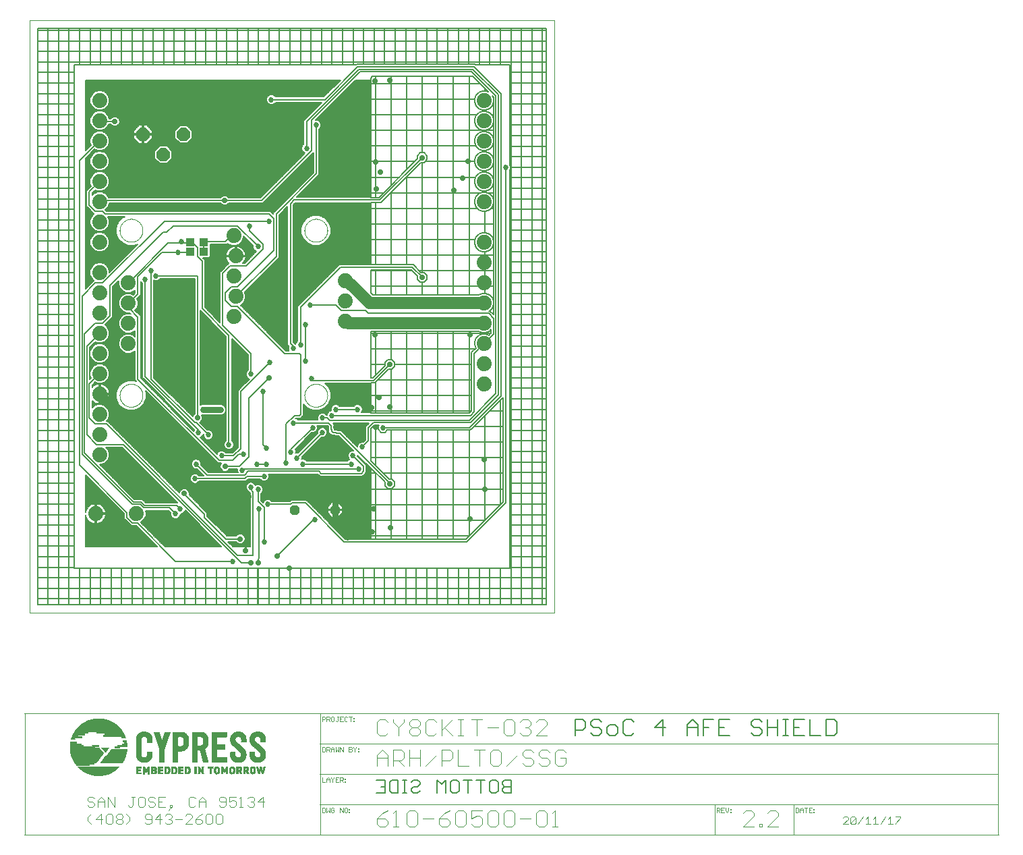
<source format=gbr>
G75*
%MOIN*%
%OFA0B0*%
%FSLAX25Y25*%
%IPPOS*%
%LPD*%
%AMOC8*
5,1,8,0,0,1.08239X$1,22.5*
%
%ADD10C,0.00000*%
%ADD11C,0.00600*%
%ADD12C,0.00098*%
%ADD13C,0.00200*%
%ADD14C,0.00300*%
%ADD15C,0.00700*%
%ADD16C,0.07400*%
%ADD17OC8,0.06600*%
%ADD18OC8,0.04800*%
%ADD19C,0.02800*%
%ADD20R,0.04331X0.03937*%
%ADD21C,0.06300*%
%ADD22C,0.02700*%
%ADD23C,0.02778*%
%ADD24C,0.01000*%
%ADD25C,0.06000*%
%ADD26C,0.03000*%
%ADD27C,0.05000*%
D10*
X1426731Y0728034D02*
X1426731Y1020634D01*
X1685831Y1020634D01*
X1685831Y0728034D01*
X1426731Y0728034D01*
X1471134Y0835425D02*
X1471136Y0835575D01*
X1471142Y0835725D01*
X1471152Y0835875D01*
X1471166Y0836025D01*
X1471184Y0836174D01*
X1471206Y0836323D01*
X1471231Y0836471D01*
X1471261Y0836618D01*
X1471295Y0836765D01*
X1471332Y0836910D01*
X1471373Y0837055D01*
X1471418Y0837198D01*
X1471467Y0837340D01*
X1471520Y0837481D01*
X1471576Y0837620D01*
X1471636Y0837758D01*
X1471700Y0837894D01*
X1471767Y0838029D01*
X1471838Y0838161D01*
X1471912Y0838292D01*
X1471990Y0838421D01*
X1472071Y0838547D01*
X1472156Y0838671D01*
X1472243Y0838794D01*
X1472334Y0838913D01*
X1472428Y0839030D01*
X1472525Y0839145D01*
X1472625Y0839257D01*
X1472729Y0839367D01*
X1472834Y0839473D01*
X1472943Y0839577D01*
X1473055Y0839678D01*
X1473169Y0839776D01*
X1473285Y0839871D01*
X1473404Y0839962D01*
X1473526Y0840051D01*
X1473650Y0840136D01*
X1473776Y0840218D01*
X1473904Y0840296D01*
X1474034Y0840372D01*
X1474166Y0840443D01*
X1474300Y0840511D01*
X1474436Y0840576D01*
X1474573Y0840637D01*
X1474712Y0840694D01*
X1474852Y0840748D01*
X1474994Y0840798D01*
X1475137Y0840844D01*
X1475281Y0840886D01*
X1475427Y0840924D01*
X1475573Y0840959D01*
X1475720Y0840990D01*
X1475868Y0841016D01*
X1476017Y0841039D01*
X1476166Y0841058D01*
X1476315Y0841073D01*
X1476465Y0841084D01*
X1476615Y0841091D01*
X1476765Y0841094D01*
X1476916Y0841093D01*
X1477066Y0841088D01*
X1477216Y0841079D01*
X1477366Y0841066D01*
X1477515Y0841049D01*
X1477664Y0841028D01*
X1477812Y0841003D01*
X1477960Y0840975D01*
X1478106Y0840942D01*
X1478252Y0840906D01*
X1478397Y0840865D01*
X1478541Y0840821D01*
X1478683Y0840773D01*
X1478824Y0840721D01*
X1478964Y0840666D01*
X1479102Y0840607D01*
X1479238Y0840544D01*
X1479373Y0840478D01*
X1479506Y0840408D01*
X1479637Y0840334D01*
X1479767Y0840258D01*
X1479894Y0840177D01*
X1480019Y0840094D01*
X1480141Y0840007D01*
X1480262Y0839917D01*
X1480379Y0839824D01*
X1480495Y0839727D01*
X1480607Y0839628D01*
X1480718Y0839525D01*
X1480825Y0839420D01*
X1480929Y0839312D01*
X1481031Y0839202D01*
X1481130Y0839088D01*
X1481225Y0838972D01*
X1481318Y0838854D01*
X1481407Y0838733D01*
X1481493Y0838610D01*
X1481576Y0838484D01*
X1481655Y0838357D01*
X1481731Y0838227D01*
X1481804Y0838095D01*
X1481873Y0837962D01*
X1481938Y0837826D01*
X1482000Y0837690D01*
X1482058Y0837551D01*
X1482113Y0837411D01*
X1482164Y0837269D01*
X1482211Y0837127D01*
X1482254Y0836983D01*
X1482293Y0836838D01*
X1482329Y0836692D01*
X1482360Y0836545D01*
X1482388Y0836397D01*
X1482412Y0836249D01*
X1482432Y0836100D01*
X1482448Y0835950D01*
X1482460Y0835800D01*
X1482468Y0835650D01*
X1482472Y0835500D01*
X1482472Y0835350D01*
X1482468Y0835200D01*
X1482460Y0835050D01*
X1482448Y0834900D01*
X1482432Y0834750D01*
X1482412Y0834601D01*
X1482388Y0834453D01*
X1482360Y0834305D01*
X1482329Y0834158D01*
X1482293Y0834012D01*
X1482254Y0833867D01*
X1482211Y0833723D01*
X1482164Y0833581D01*
X1482113Y0833439D01*
X1482058Y0833299D01*
X1482000Y0833160D01*
X1481938Y0833024D01*
X1481873Y0832888D01*
X1481804Y0832755D01*
X1481731Y0832623D01*
X1481655Y0832493D01*
X1481576Y0832366D01*
X1481493Y0832240D01*
X1481407Y0832117D01*
X1481318Y0831996D01*
X1481225Y0831878D01*
X1481130Y0831762D01*
X1481031Y0831648D01*
X1480929Y0831538D01*
X1480825Y0831430D01*
X1480718Y0831325D01*
X1480607Y0831222D01*
X1480495Y0831123D01*
X1480379Y0831026D01*
X1480262Y0830933D01*
X1480141Y0830843D01*
X1480019Y0830756D01*
X1479894Y0830673D01*
X1479767Y0830592D01*
X1479638Y0830516D01*
X1479506Y0830442D01*
X1479373Y0830372D01*
X1479238Y0830306D01*
X1479102Y0830243D01*
X1478964Y0830184D01*
X1478824Y0830129D01*
X1478683Y0830077D01*
X1478541Y0830029D01*
X1478397Y0829985D01*
X1478252Y0829944D01*
X1478106Y0829908D01*
X1477960Y0829875D01*
X1477812Y0829847D01*
X1477664Y0829822D01*
X1477515Y0829801D01*
X1477366Y0829784D01*
X1477216Y0829771D01*
X1477066Y0829762D01*
X1476916Y0829757D01*
X1476765Y0829756D01*
X1476615Y0829759D01*
X1476465Y0829766D01*
X1476315Y0829777D01*
X1476166Y0829792D01*
X1476017Y0829811D01*
X1475868Y0829834D01*
X1475720Y0829860D01*
X1475573Y0829891D01*
X1475427Y0829926D01*
X1475281Y0829964D01*
X1475137Y0830006D01*
X1474994Y0830052D01*
X1474852Y0830102D01*
X1474712Y0830156D01*
X1474573Y0830213D01*
X1474436Y0830274D01*
X1474300Y0830339D01*
X1474166Y0830407D01*
X1474034Y0830478D01*
X1473904Y0830554D01*
X1473776Y0830632D01*
X1473650Y0830714D01*
X1473526Y0830799D01*
X1473404Y0830888D01*
X1473285Y0830979D01*
X1473169Y0831074D01*
X1473055Y0831172D01*
X1472943Y0831273D01*
X1472834Y0831377D01*
X1472729Y0831483D01*
X1472625Y0831593D01*
X1472525Y0831705D01*
X1472428Y0831820D01*
X1472334Y0831937D01*
X1472243Y0832056D01*
X1472156Y0832179D01*
X1472071Y0832303D01*
X1471990Y0832429D01*
X1471912Y0832558D01*
X1471838Y0832689D01*
X1471767Y0832821D01*
X1471700Y0832956D01*
X1471636Y0833092D01*
X1471576Y0833230D01*
X1471520Y0833369D01*
X1471467Y0833510D01*
X1471418Y0833652D01*
X1471373Y0833795D01*
X1471332Y0833940D01*
X1471295Y0834085D01*
X1471261Y0834232D01*
X1471231Y0834379D01*
X1471206Y0834527D01*
X1471184Y0834676D01*
X1471166Y0834825D01*
X1471152Y0834975D01*
X1471142Y0835125D01*
X1471136Y0835275D01*
X1471134Y0835425D01*
X1562473Y0835425D02*
X1562475Y0835575D01*
X1562481Y0835725D01*
X1562491Y0835875D01*
X1562505Y0836025D01*
X1562523Y0836174D01*
X1562545Y0836323D01*
X1562570Y0836471D01*
X1562600Y0836618D01*
X1562634Y0836765D01*
X1562671Y0836910D01*
X1562712Y0837055D01*
X1562757Y0837198D01*
X1562806Y0837340D01*
X1562859Y0837481D01*
X1562915Y0837620D01*
X1562975Y0837758D01*
X1563039Y0837894D01*
X1563106Y0838029D01*
X1563177Y0838161D01*
X1563251Y0838292D01*
X1563329Y0838421D01*
X1563410Y0838547D01*
X1563495Y0838671D01*
X1563582Y0838794D01*
X1563673Y0838913D01*
X1563767Y0839030D01*
X1563864Y0839145D01*
X1563964Y0839257D01*
X1564068Y0839367D01*
X1564173Y0839473D01*
X1564282Y0839577D01*
X1564394Y0839678D01*
X1564508Y0839776D01*
X1564624Y0839871D01*
X1564743Y0839962D01*
X1564865Y0840051D01*
X1564989Y0840136D01*
X1565115Y0840218D01*
X1565243Y0840296D01*
X1565373Y0840372D01*
X1565505Y0840443D01*
X1565639Y0840511D01*
X1565775Y0840576D01*
X1565912Y0840637D01*
X1566051Y0840694D01*
X1566191Y0840748D01*
X1566333Y0840798D01*
X1566476Y0840844D01*
X1566620Y0840886D01*
X1566766Y0840924D01*
X1566912Y0840959D01*
X1567059Y0840990D01*
X1567207Y0841016D01*
X1567356Y0841039D01*
X1567505Y0841058D01*
X1567654Y0841073D01*
X1567804Y0841084D01*
X1567954Y0841091D01*
X1568104Y0841094D01*
X1568255Y0841093D01*
X1568405Y0841088D01*
X1568555Y0841079D01*
X1568705Y0841066D01*
X1568854Y0841049D01*
X1569003Y0841028D01*
X1569151Y0841003D01*
X1569299Y0840975D01*
X1569445Y0840942D01*
X1569591Y0840906D01*
X1569736Y0840865D01*
X1569880Y0840821D01*
X1570022Y0840773D01*
X1570163Y0840721D01*
X1570303Y0840666D01*
X1570441Y0840607D01*
X1570577Y0840544D01*
X1570712Y0840478D01*
X1570845Y0840408D01*
X1570976Y0840334D01*
X1571106Y0840258D01*
X1571233Y0840177D01*
X1571358Y0840094D01*
X1571480Y0840007D01*
X1571601Y0839917D01*
X1571718Y0839824D01*
X1571834Y0839727D01*
X1571946Y0839628D01*
X1572057Y0839525D01*
X1572164Y0839420D01*
X1572268Y0839312D01*
X1572370Y0839202D01*
X1572469Y0839088D01*
X1572564Y0838972D01*
X1572657Y0838854D01*
X1572746Y0838733D01*
X1572832Y0838610D01*
X1572915Y0838484D01*
X1572994Y0838357D01*
X1573070Y0838227D01*
X1573143Y0838095D01*
X1573212Y0837962D01*
X1573277Y0837826D01*
X1573339Y0837690D01*
X1573397Y0837551D01*
X1573452Y0837411D01*
X1573503Y0837269D01*
X1573550Y0837127D01*
X1573593Y0836983D01*
X1573632Y0836838D01*
X1573668Y0836692D01*
X1573699Y0836545D01*
X1573727Y0836397D01*
X1573751Y0836249D01*
X1573771Y0836100D01*
X1573787Y0835950D01*
X1573799Y0835800D01*
X1573807Y0835650D01*
X1573811Y0835500D01*
X1573811Y0835350D01*
X1573807Y0835200D01*
X1573799Y0835050D01*
X1573787Y0834900D01*
X1573771Y0834750D01*
X1573751Y0834601D01*
X1573727Y0834453D01*
X1573699Y0834305D01*
X1573668Y0834158D01*
X1573632Y0834012D01*
X1573593Y0833867D01*
X1573550Y0833723D01*
X1573503Y0833581D01*
X1573452Y0833439D01*
X1573397Y0833299D01*
X1573339Y0833160D01*
X1573277Y0833024D01*
X1573212Y0832888D01*
X1573143Y0832755D01*
X1573070Y0832623D01*
X1572994Y0832493D01*
X1572915Y0832366D01*
X1572832Y0832240D01*
X1572746Y0832117D01*
X1572657Y0831996D01*
X1572564Y0831878D01*
X1572469Y0831762D01*
X1572370Y0831648D01*
X1572268Y0831538D01*
X1572164Y0831430D01*
X1572057Y0831325D01*
X1571946Y0831222D01*
X1571834Y0831123D01*
X1571718Y0831026D01*
X1571601Y0830933D01*
X1571480Y0830843D01*
X1571358Y0830756D01*
X1571233Y0830673D01*
X1571106Y0830592D01*
X1570977Y0830516D01*
X1570845Y0830442D01*
X1570712Y0830372D01*
X1570577Y0830306D01*
X1570441Y0830243D01*
X1570303Y0830184D01*
X1570163Y0830129D01*
X1570022Y0830077D01*
X1569880Y0830029D01*
X1569736Y0829985D01*
X1569591Y0829944D01*
X1569445Y0829908D01*
X1569299Y0829875D01*
X1569151Y0829847D01*
X1569003Y0829822D01*
X1568854Y0829801D01*
X1568705Y0829784D01*
X1568555Y0829771D01*
X1568405Y0829762D01*
X1568255Y0829757D01*
X1568104Y0829756D01*
X1567954Y0829759D01*
X1567804Y0829766D01*
X1567654Y0829777D01*
X1567505Y0829792D01*
X1567356Y0829811D01*
X1567207Y0829834D01*
X1567059Y0829860D01*
X1566912Y0829891D01*
X1566766Y0829926D01*
X1566620Y0829964D01*
X1566476Y0830006D01*
X1566333Y0830052D01*
X1566191Y0830102D01*
X1566051Y0830156D01*
X1565912Y0830213D01*
X1565775Y0830274D01*
X1565639Y0830339D01*
X1565505Y0830407D01*
X1565373Y0830478D01*
X1565243Y0830554D01*
X1565115Y0830632D01*
X1564989Y0830714D01*
X1564865Y0830799D01*
X1564743Y0830888D01*
X1564624Y0830979D01*
X1564508Y0831074D01*
X1564394Y0831172D01*
X1564282Y0831273D01*
X1564173Y0831377D01*
X1564068Y0831483D01*
X1563964Y0831593D01*
X1563864Y0831705D01*
X1563767Y0831820D01*
X1563673Y0831937D01*
X1563582Y0832056D01*
X1563495Y0832179D01*
X1563410Y0832303D01*
X1563329Y0832429D01*
X1563251Y0832558D01*
X1563177Y0832689D01*
X1563106Y0832821D01*
X1563039Y0832956D01*
X1562975Y0833092D01*
X1562915Y0833230D01*
X1562859Y0833369D01*
X1562806Y0833510D01*
X1562757Y0833652D01*
X1562712Y0833795D01*
X1562671Y0833940D01*
X1562634Y0834085D01*
X1562600Y0834232D01*
X1562570Y0834379D01*
X1562545Y0834527D01*
X1562523Y0834676D01*
X1562505Y0834825D01*
X1562491Y0834975D01*
X1562481Y0835125D01*
X1562475Y0835275D01*
X1562473Y0835425D01*
X1562473Y0916921D02*
X1562475Y0917071D01*
X1562481Y0917221D01*
X1562491Y0917371D01*
X1562505Y0917521D01*
X1562523Y0917670D01*
X1562545Y0917819D01*
X1562570Y0917967D01*
X1562600Y0918114D01*
X1562634Y0918261D01*
X1562671Y0918406D01*
X1562712Y0918551D01*
X1562757Y0918694D01*
X1562806Y0918836D01*
X1562859Y0918977D01*
X1562915Y0919116D01*
X1562975Y0919254D01*
X1563039Y0919390D01*
X1563106Y0919525D01*
X1563177Y0919657D01*
X1563251Y0919788D01*
X1563329Y0919917D01*
X1563410Y0920043D01*
X1563495Y0920167D01*
X1563582Y0920290D01*
X1563673Y0920409D01*
X1563767Y0920526D01*
X1563864Y0920641D01*
X1563964Y0920753D01*
X1564068Y0920863D01*
X1564173Y0920969D01*
X1564282Y0921073D01*
X1564394Y0921174D01*
X1564508Y0921272D01*
X1564624Y0921367D01*
X1564743Y0921458D01*
X1564865Y0921547D01*
X1564989Y0921632D01*
X1565115Y0921714D01*
X1565243Y0921792D01*
X1565373Y0921868D01*
X1565505Y0921939D01*
X1565639Y0922007D01*
X1565775Y0922072D01*
X1565912Y0922133D01*
X1566051Y0922190D01*
X1566191Y0922244D01*
X1566333Y0922294D01*
X1566476Y0922340D01*
X1566620Y0922382D01*
X1566766Y0922420D01*
X1566912Y0922455D01*
X1567059Y0922486D01*
X1567207Y0922512D01*
X1567356Y0922535D01*
X1567505Y0922554D01*
X1567654Y0922569D01*
X1567804Y0922580D01*
X1567954Y0922587D01*
X1568104Y0922590D01*
X1568255Y0922589D01*
X1568405Y0922584D01*
X1568555Y0922575D01*
X1568705Y0922562D01*
X1568854Y0922545D01*
X1569003Y0922524D01*
X1569151Y0922499D01*
X1569299Y0922471D01*
X1569445Y0922438D01*
X1569591Y0922402D01*
X1569736Y0922361D01*
X1569880Y0922317D01*
X1570022Y0922269D01*
X1570163Y0922217D01*
X1570303Y0922162D01*
X1570441Y0922103D01*
X1570577Y0922040D01*
X1570712Y0921974D01*
X1570845Y0921904D01*
X1570976Y0921830D01*
X1571106Y0921754D01*
X1571233Y0921673D01*
X1571358Y0921590D01*
X1571480Y0921503D01*
X1571601Y0921413D01*
X1571718Y0921320D01*
X1571834Y0921223D01*
X1571946Y0921124D01*
X1572057Y0921021D01*
X1572164Y0920916D01*
X1572268Y0920808D01*
X1572370Y0920698D01*
X1572469Y0920584D01*
X1572564Y0920468D01*
X1572657Y0920350D01*
X1572746Y0920229D01*
X1572832Y0920106D01*
X1572915Y0919980D01*
X1572994Y0919853D01*
X1573070Y0919723D01*
X1573143Y0919591D01*
X1573212Y0919458D01*
X1573277Y0919322D01*
X1573339Y0919186D01*
X1573397Y0919047D01*
X1573452Y0918907D01*
X1573503Y0918765D01*
X1573550Y0918623D01*
X1573593Y0918479D01*
X1573632Y0918334D01*
X1573668Y0918188D01*
X1573699Y0918041D01*
X1573727Y0917893D01*
X1573751Y0917745D01*
X1573771Y0917596D01*
X1573787Y0917446D01*
X1573799Y0917296D01*
X1573807Y0917146D01*
X1573811Y0916996D01*
X1573811Y0916846D01*
X1573807Y0916696D01*
X1573799Y0916546D01*
X1573787Y0916396D01*
X1573771Y0916246D01*
X1573751Y0916097D01*
X1573727Y0915949D01*
X1573699Y0915801D01*
X1573668Y0915654D01*
X1573632Y0915508D01*
X1573593Y0915363D01*
X1573550Y0915219D01*
X1573503Y0915077D01*
X1573452Y0914935D01*
X1573397Y0914795D01*
X1573339Y0914656D01*
X1573277Y0914520D01*
X1573212Y0914384D01*
X1573143Y0914251D01*
X1573070Y0914119D01*
X1572994Y0913989D01*
X1572915Y0913862D01*
X1572832Y0913736D01*
X1572746Y0913613D01*
X1572657Y0913492D01*
X1572564Y0913374D01*
X1572469Y0913258D01*
X1572370Y0913144D01*
X1572268Y0913034D01*
X1572164Y0912926D01*
X1572057Y0912821D01*
X1571946Y0912718D01*
X1571834Y0912619D01*
X1571718Y0912522D01*
X1571601Y0912429D01*
X1571480Y0912339D01*
X1571358Y0912252D01*
X1571233Y0912169D01*
X1571106Y0912088D01*
X1570977Y0912012D01*
X1570845Y0911938D01*
X1570712Y0911868D01*
X1570577Y0911802D01*
X1570441Y0911739D01*
X1570303Y0911680D01*
X1570163Y0911625D01*
X1570022Y0911573D01*
X1569880Y0911525D01*
X1569736Y0911481D01*
X1569591Y0911440D01*
X1569445Y0911404D01*
X1569299Y0911371D01*
X1569151Y0911343D01*
X1569003Y0911318D01*
X1568854Y0911297D01*
X1568705Y0911280D01*
X1568555Y0911267D01*
X1568405Y0911258D01*
X1568255Y0911253D01*
X1568104Y0911252D01*
X1567954Y0911255D01*
X1567804Y0911262D01*
X1567654Y0911273D01*
X1567505Y0911288D01*
X1567356Y0911307D01*
X1567207Y0911330D01*
X1567059Y0911356D01*
X1566912Y0911387D01*
X1566766Y0911422D01*
X1566620Y0911460D01*
X1566476Y0911502D01*
X1566333Y0911548D01*
X1566191Y0911598D01*
X1566051Y0911652D01*
X1565912Y0911709D01*
X1565775Y0911770D01*
X1565639Y0911835D01*
X1565505Y0911903D01*
X1565373Y0911974D01*
X1565243Y0912050D01*
X1565115Y0912128D01*
X1564989Y0912210D01*
X1564865Y0912295D01*
X1564743Y0912384D01*
X1564624Y0912475D01*
X1564508Y0912570D01*
X1564394Y0912668D01*
X1564282Y0912769D01*
X1564173Y0912873D01*
X1564068Y0912979D01*
X1563964Y0913089D01*
X1563864Y0913201D01*
X1563767Y0913316D01*
X1563673Y0913433D01*
X1563582Y0913552D01*
X1563495Y0913675D01*
X1563410Y0913799D01*
X1563329Y0913925D01*
X1563251Y0914054D01*
X1563177Y0914185D01*
X1563106Y0914317D01*
X1563039Y0914452D01*
X1562975Y0914588D01*
X1562915Y0914726D01*
X1562859Y0914865D01*
X1562806Y0915006D01*
X1562757Y0915148D01*
X1562712Y0915291D01*
X1562671Y0915436D01*
X1562634Y0915581D01*
X1562600Y0915728D01*
X1562570Y0915875D01*
X1562545Y0916023D01*
X1562523Y0916172D01*
X1562505Y0916321D01*
X1562491Y0916471D01*
X1562481Y0916621D01*
X1562475Y0916771D01*
X1562473Y0916921D01*
X1471134Y0916921D02*
X1471136Y0917071D01*
X1471142Y0917221D01*
X1471152Y0917371D01*
X1471166Y0917521D01*
X1471184Y0917670D01*
X1471206Y0917819D01*
X1471231Y0917967D01*
X1471261Y0918114D01*
X1471295Y0918261D01*
X1471332Y0918406D01*
X1471373Y0918551D01*
X1471418Y0918694D01*
X1471467Y0918836D01*
X1471520Y0918977D01*
X1471576Y0919116D01*
X1471636Y0919254D01*
X1471700Y0919390D01*
X1471767Y0919525D01*
X1471838Y0919657D01*
X1471912Y0919788D01*
X1471990Y0919917D01*
X1472071Y0920043D01*
X1472156Y0920167D01*
X1472243Y0920290D01*
X1472334Y0920409D01*
X1472428Y0920526D01*
X1472525Y0920641D01*
X1472625Y0920753D01*
X1472729Y0920863D01*
X1472834Y0920969D01*
X1472943Y0921073D01*
X1473055Y0921174D01*
X1473169Y0921272D01*
X1473285Y0921367D01*
X1473404Y0921458D01*
X1473526Y0921547D01*
X1473650Y0921632D01*
X1473776Y0921714D01*
X1473904Y0921792D01*
X1474034Y0921868D01*
X1474166Y0921939D01*
X1474300Y0922007D01*
X1474436Y0922072D01*
X1474573Y0922133D01*
X1474712Y0922190D01*
X1474852Y0922244D01*
X1474994Y0922294D01*
X1475137Y0922340D01*
X1475281Y0922382D01*
X1475427Y0922420D01*
X1475573Y0922455D01*
X1475720Y0922486D01*
X1475868Y0922512D01*
X1476017Y0922535D01*
X1476166Y0922554D01*
X1476315Y0922569D01*
X1476465Y0922580D01*
X1476615Y0922587D01*
X1476765Y0922590D01*
X1476916Y0922589D01*
X1477066Y0922584D01*
X1477216Y0922575D01*
X1477366Y0922562D01*
X1477515Y0922545D01*
X1477664Y0922524D01*
X1477812Y0922499D01*
X1477960Y0922471D01*
X1478106Y0922438D01*
X1478252Y0922402D01*
X1478397Y0922361D01*
X1478541Y0922317D01*
X1478683Y0922269D01*
X1478824Y0922217D01*
X1478964Y0922162D01*
X1479102Y0922103D01*
X1479238Y0922040D01*
X1479373Y0921974D01*
X1479506Y0921904D01*
X1479637Y0921830D01*
X1479767Y0921754D01*
X1479894Y0921673D01*
X1480019Y0921590D01*
X1480141Y0921503D01*
X1480262Y0921413D01*
X1480379Y0921320D01*
X1480495Y0921223D01*
X1480607Y0921124D01*
X1480718Y0921021D01*
X1480825Y0920916D01*
X1480929Y0920808D01*
X1481031Y0920698D01*
X1481130Y0920584D01*
X1481225Y0920468D01*
X1481318Y0920350D01*
X1481407Y0920229D01*
X1481493Y0920106D01*
X1481576Y0919980D01*
X1481655Y0919853D01*
X1481731Y0919723D01*
X1481804Y0919591D01*
X1481873Y0919458D01*
X1481938Y0919322D01*
X1482000Y0919186D01*
X1482058Y0919047D01*
X1482113Y0918907D01*
X1482164Y0918765D01*
X1482211Y0918623D01*
X1482254Y0918479D01*
X1482293Y0918334D01*
X1482329Y0918188D01*
X1482360Y0918041D01*
X1482388Y0917893D01*
X1482412Y0917745D01*
X1482432Y0917596D01*
X1482448Y0917446D01*
X1482460Y0917296D01*
X1482468Y0917146D01*
X1482472Y0916996D01*
X1482472Y0916846D01*
X1482468Y0916696D01*
X1482460Y0916546D01*
X1482448Y0916396D01*
X1482432Y0916246D01*
X1482412Y0916097D01*
X1482388Y0915949D01*
X1482360Y0915801D01*
X1482329Y0915654D01*
X1482293Y0915508D01*
X1482254Y0915363D01*
X1482211Y0915219D01*
X1482164Y0915077D01*
X1482113Y0914935D01*
X1482058Y0914795D01*
X1482000Y0914656D01*
X1481938Y0914520D01*
X1481873Y0914384D01*
X1481804Y0914251D01*
X1481731Y0914119D01*
X1481655Y0913989D01*
X1481576Y0913862D01*
X1481493Y0913736D01*
X1481407Y0913613D01*
X1481318Y0913492D01*
X1481225Y0913374D01*
X1481130Y0913258D01*
X1481031Y0913144D01*
X1480929Y0913034D01*
X1480825Y0912926D01*
X1480718Y0912821D01*
X1480607Y0912718D01*
X1480495Y0912619D01*
X1480379Y0912522D01*
X1480262Y0912429D01*
X1480141Y0912339D01*
X1480019Y0912252D01*
X1479894Y0912169D01*
X1479767Y0912088D01*
X1479638Y0912012D01*
X1479506Y0911938D01*
X1479373Y0911868D01*
X1479238Y0911802D01*
X1479102Y0911739D01*
X1478964Y0911680D01*
X1478824Y0911625D01*
X1478683Y0911573D01*
X1478541Y0911525D01*
X1478397Y0911481D01*
X1478252Y0911440D01*
X1478106Y0911404D01*
X1477960Y0911371D01*
X1477812Y0911343D01*
X1477664Y0911318D01*
X1477515Y0911297D01*
X1477366Y0911280D01*
X1477216Y0911267D01*
X1477066Y0911258D01*
X1476916Y0911253D01*
X1476765Y0911252D01*
X1476615Y0911255D01*
X1476465Y0911262D01*
X1476315Y0911273D01*
X1476166Y0911288D01*
X1476017Y0911307D01*
X1475868Y0911330D01*
X1475720Y0911356D01*
X1475573Y0911387D01*
X1475427Y0911422D01*
X1475281Y0911460D01*
X1475137Y0911502D01*
X1474994Y0911548D01*
X1474852Y0911598D01*
X1474712Y0911652D01*
X1474573Y0911709D01*
X1474436Y0911770D01*
X1474300Y0911835D01*
X1474166Y0911903D01*
X1474034Y0911974D01*
X1473904Y0912050D01*
X1473776Y0912128D01*
X1473650Y0912210D01*
X1473526Y0912295D01*
X1473404Y0912384D01*
X1473285Y0912475D01*
X1473169Y0912570D01*
X1473055Y0912668D01*
X1472943Y0912769D01*
X1472834Y0912873D01*
X1472729Y0912979D01*
X1472625Y0913089D01*
X1472525Y0913201D01*
X1472428Y0913316D01*
X1472334Y0913433D01*
X1472243Y0913552D01*
X1472156Y0913675D01*
X1472071Y0913799D01*
X1471990Y0913925D01*
X1471912Y0914054D01*
X1471838Y0914185D01*
X1471767Y0914317D01*
X1471700Y0914452D01*
X1471636Y0914588D01*
X1471576Y0914726D01*
X1471520Y0914865D01*
X1471467Y0915006D01*
X1471418Y0915148D01*
X1471373Y0915291D01*
X1471332Y0915436D01*
X1471295Y0915581D01*
X1471261Y0915728D01*
X1471231Y0915875D01*
X1471206Y0916023D01*
X1471184Y0916172D01*
X1471166Y0916321D01*
X1471152Y0916471D01*
X1471142Y0916621D01*
X1471136Y0916771D01*
X1471134Y0916921D01*
D11*
X1469334Y0916959D02*
X1463581Y0916959D01*
X1463932Y0917104D02*
X1465282Y0918454D01*
X1466013Y0920218D01*
X1466013Y0922128D01*
X1465348Y0923734D01*
X1473732Y0923734D01*
X1472572Y0923253D01*
X1470471Y0921152D01*
X1469334Y0918407D01*
X1469334Y0915435D01*
X1470471Y0912690D01*
X1472572Y0910589D01*
X1475318Y0909452D01*
X1478289Y0909452D01*
X1479962Y0910145D01*
X1466013Y0896195D01*
X1466013Y0897128D01*
X1465282Y0898892D01*
X1463932Y0900242D01*
X1462168Y0900973D01*
X1460258Y0900973D01*
X1458494Y0900242D01*
X1457144Y0898892D01*
X1456413Y0897128D01*
X1456413Y0895218D01*
X1457144Y0893454D01*
X1458407Y0892190D01*
X1454331Y0888114D01*
X1454331Y0952554D01*
X1458768Y0956990D01*
X1460258Y0956373D01*
X1462168Y0956373D01*
X1463932Y0957104D01*
X1465282Y0958454D01*
X1466013Y0960218D01*
X1466013Y0962128D01*
X1465282Y0963892D01*
X1463932Y0965242D01*
X1462168Y0965973D01*
X1460258Y0965973D01*
X1458494Y0965242D01*
X1457144Y0963892D01*
X1456413Y0962128D01*
X1456413Y0960218D01*
X1456888Y0959071D01*
X1454331Y0956514D01*
X1454331Y0991134D01*
X1580151Y0991134D01*
X1571951Y0982934D01*
X1548196Y0982934D01*
X1547519Y0983611D01*
X1546618Y0983984D01*
X1545644Y0983984D01*
X1544743Y0983611D01*
X1544054Y0982922D01*
X1543681Y0982021D01*
X1543681Y0981046D01*
X1544054Y0980146D01*
X1544743Y0979457D01*
X1545644Y0979084D01*
X1546618Y0979084D01*
X1547519Y0979457D01*
X1548196Y0980134D01*
X1570951Y0980134D01*
X1562951Y0972134D01*
X1562131Y0971314D01*
X1562131Y0959599D01*
X1561454Y0958922D01*
X1561081Y0958021D01*
X1561081Y0957046D01*
X1561454Y0956146D01*
X1562143Y0955457D01*
X1562801Y0955184D01*
X1540751Y0933134D01*
X1525145Y0933134D01*
X1525141Y0933144D01*
X1524441Y0933844D01*
X1523526Y0934223D01*
X1522536Y0934223D01*
X1521621Y0933844D01*
X1520921Y0933144D01*
X1520917Y0933134D01*
X1465596Y0933134D01*
X1465282Y0933892D01*
X1463932Y0935242D01*
X1462168Y0935973D01*
X1460258Y0935973D01*
X1458494Y0935242D01*
X1457531Y0934279D01*
X1457531Y0935354D01*
X1459050Y0936873D01*
X1460258Y0936373D01*
X1462168Y0936373D01*
X1463932Y0937104D01*
X1465282Y0938454D01*
X1466013Y0940218D01*
X1466013Y0942128D01*
X1465282Y0943892D01*
X1463932Y0945242D01*
X1462168Y0945973D01*
X1460258Y0945973D01*
X1458494Y0945242D01*
X1457144Y0943892D01*
X1456413Y0942128D01*
X1456413Y0940218D01*
X1457005Y0938788D01*
X1454731Y0936514D01*
X1454731Y0928754D01*
X1455551Y0927934D01*
X1458368Y0925117D01*
X1457144Y0923892D01*
X1456413Y0922128D01*
X1456413Y0920218D01*
X1457144Y0918454D01*
X1458494Y0917104D01*
X1460258Y0916373D01*
X1462168Y0916373D01*
X1463932Y0917104D01*
X1464385Y0917557D02*
X1469334Y0917557D01*
X1469334Y0918156D02*
X1464984Y0918156D01*
X1465406Y0918754D02*
X1469478Y0918754D01*
X1469726Y0919353D02*
X1465654Y0919353D01*
X1465902Y0919951D02*
X1469974Y0919951D01*
X1470222Y0920550D02*
X1466013Y0920550D01*
X1466013Y0921148D02*
X1470470Y0921148D01*
X1471066Y0921747D02*
X1466013Y0921747D01*
X1465923Y0922345D02*
X1471664Y0922345D01*
X1472263Y0922944D02*
X1465675Y0922944D01*
X1465427Y0923542D02*
X1473270Y0923542D01*
X1469334Y0916360D02*
X1454331Y0916360D01*
X1454331Y0915762D02*
X1459747Y0915762D01*
X1460258Y0915973D02*
X1458494Y0915242D01*
X1457144Y0913892D01*
X1456413Y0912128D01*
X1456413Y0910218D01*
X1457144Y0908454D01*
X1458494Y0907104D01*
X1460258Y0906373D01*
X1462168Y0906373D01*
X1463932Y0907104D01*
X1465282Y0908454D01*
X1466013Y0910218D01*
X1466013Y0912128D01*
X1465282Y0913892D01*
X1463932Y0915242D01*
X1462168Y0915973D01*
X1460258Y0915973D01*
X1458845Y0916959D02*
X1454331Y0916959D01*
X1454331Y0917557D02*
X1458041Y0917557D01*
X1457442Y0918156D02*
X1454331Y0918156D01*
X1454331Y0918754D02*
X1457019Y0918754D01*
X1456771Y0919353D02*
X1454331Y0919353D01*
X1454331Y0919951D02*
X1456523Y0919951D01*
X1456413Y0920550D02*
X1454331Y0920550D01*
X1454331Y0921148D02*
X1456413Y0921148D01*
X1456413Y0921747D02*
X1454331Y0921747D01*
X1454331Y0922345D02*
X1456503Y0922345D01*
X1456751Y0922944D02*
X1454331Y0922944D01*
X1454331Y0923542D02*
X1456999Y0923542D01*
X1457392Y0924141D02*
X1454331Y0924141D01*
X1454331Y0924739D02*
X1457991Y0924739D01*
X1458147Y0925338D02*
X1454331Y0925338D01*
X1454331Y0925936D02*
X1457548Y0925936D01*
X1456950Y0926535D02*
X1454331Y0926535D01*
X1454331Y0927133D02*
X1456351Y0927133D01*
X1455753Y0927732D02*
X1454331Y0927732D01*
X1454331Y0928330D02*
X1455154Y0928330D01*
X1454731Y0928929D02*
X1454331Y0928929D01*
X1454331Y0929527D02*
X1454731Y0929527D01*
X1454731Y0930126D02*
X1454331Y0930126D01*
X1454331Y0930724D02*
X1454731Y0930724D01*
X1454731Y0931323D02*
X1454331Y0931323D01*
X1454331Y0931921D02*
X1454731Y0931921D01*
X1454731Y0932520D02*
X1454331Y0932520D01*
X1454331Y0933118D02*
X1454731Y0933118D01*
X1454731Y0933717D02*
X1454331Y0933717D01*
X1454331Y0934315D02*
X1454731Y0934315D01*
X1454731Y0934914D02*
X1454331Y0934914D01*
X1454331Y0935512D02*
X1454731Y0935512D01*
X1454731Y0936111D02*
X1454331Y0936111D01*
X1454331Y0936709D02*
X1454927Y0936709D01*
X1454331Y0937308D02*
X1455525Y0937308D01*
X1456124Y0937906D02*
X1454331Y0937906D01*
X1454331Y0938505D02*
X1456722Y0938505D01*
X1456875Y0939103D02*
X1454331Y0939103D01*
X1454331Y0939702D02*
X1456627Y0939702D01*
X1456413Y0940300D02*
X1454331Y0940300D01*
X1454331Y0940899D02*
X1456413Y0940899D01*
X1456413Y0941498D02*
X1454331Y0941498D01*
X1454331Y0942096D02*
X1456413Y0942096D01*
X1456648Y0942695D02*
X1454331Y0942695D01*
X1454331Y0943293D02*
X1456895Y0943293D01*
X1457143Y0943892D02*
X1454331Y0943892D01*
X1454331Y0944490D02*
X1457742Y0944490D01*
X1458340Y0945089D02*
X1454331Y0945089D01*
X1454331Y0945687D02*
X1459568Y0945687D01*
X1460258Y0946373D02*
X1462168Y0946373D01*
X1463932Y0947104D01*
X1465282Y0948454D01*
X1466013Y0950218D01*
X1466013Y0952128D01*
X1465282Y0953892D01*
X1463932Y0955242D01*
X1462168Y0955973D01*
X1460258Y0955973D01*
X1458494Y0955242D01*
X1457144Y0953892D01*
X1456413Y0952128D01*
X1456413Y0950218D01*
X1457144Y0948454D01*
X1458494Y0947104D01*
X1460258Y0946373D01*
X1459024Y0946884D02*
X1454331Y0946884D01*
X1454331Y0946286D02*
X1553903Y0946286D01*
X1554501Y0946884D02*
X1463401Y0946884D01*
X1464311Y0947483D02*
X1555100Y0947483D01*
X1555698Y0948081D02*
X1464909Y0948081D01*
X1465375Y0948680D02*
X1556297Y0948680D01*
X1556895Y0949278D02*
X1465623Y0949278D01*
X1465871Y0949877D02*
X1557494Y0949877D01*
X1558093Y0950475D02*
X1495045Y0950475D01*
X1494492Y0949923D02*
X1497069Y0952500D01*
X1497069Y0956145D01*
X1494492Y0958723D01*
X1490847Y0958723D01*
X1488269Y0956145D01*
X1488269Y0952500D01*
X1490847Y0949923D01*
X1494492Y0949923D01*
X1495643Y0951074D02*
X1558691Y0951074D01*
X1559290Y0951672D02*
X1496242Y0951672D01*
X1496840Y0952271D02*
X1559888Y0952271D01*
X1560487Y0952869D02*
X1497069Y0952869D01*
X1497069Y0953468D02*
X1561085Y0953468D01*
X1561684Y0954066D02*
X1497069Y0954066D01*
X1497069Y0954665D02*
X1562282Y0954665D01*
X1562610Y0955263D02*
X1497069Y0955263D01*
X1497069Y0955862D02*
X1561738Y0955862D01*
X1561324Y0956460D02*
X1496754Y0956460D01*
X1496156Y0957059D02*
X1561081Y0957059D01*
X1561081Y0957657D02*
X1495557Y0957657D01*
X1494959Y0958256D02*
X1561178Y0958256D01*
X1561426Y0958854D02*
X1465448Y0958854D01*
X1465696Y0959453D02*
X1561985Y0959453D01*
X1562131Y0960051D02*
X1504621Y0960051D01*
X1504492Y0959923D02*
X1507069Y0962500D01*
X1507069Y0966145D01*
X1504492Y0968723D01*
X1500847Y0968723D01*
X1498269Y0966145D01*
X1498269Y0962500D01*
X1500847Y0959923D01*
X1504492Y0959923D01*
X1505219Y0960650D02*
X1562131Y0960650D01*
X1562131Y0961248D02*
X1505818Y0961248D01*
X1506416Y0961847D02*
X1562131Y0961847D01*
X1562131Y0962445D02*
X1507015Y0962445D01*
X1507069Y0963044D02*
X1562131Y0963044D01*
X1562131Y0963642D02*
X1507069Y0963642D01*
X1507069Y0964241D02*
X1562131Y0964241D01*
X1562131Y0964839D02*
X1507069Y0964839D01*
X1507069Y0965438D02*
X1562131Y0965438D01*
X1562131Y0966036D02*
X1507069Y0966036D01*
X1506580Y0966635D02*
X1562131Y0966635D01*
X1562131Y0967234D02*
X1505981Y0967234D01*
X1505383Y0967832D02*
X1562131Y0967832D01*
X1562131Y0968431D02*
X1504784Y0968431D01*
X1500555Y0968431D02*
X1485067Y0968431D01*
X1484575Y0968923D02*
X1482969Y0968923D01*
X1482969Y0964623D01*
X1482369Y0964623D01*
X1482369Y0964023D01*
X1478069Y0964023D01*
X1478069Y0962417D01*
X1480764Y0959723D01*
X1482369Y0959723D01*
X1482369Y0964023D01*
X1482969Y0964023D01*
X1482969Y0959723D01*
X1484575Y0959723D01*
X1487269Y0962417D01*
X1487269Y0964023D01*
X1482970Y0964023D01*
X1482970Y0964623D01*
X1487269Y0964623D01*
X1487269Y0966228D01*
X1484575Y0968923D01*
X1485666Y0967832D02*
X1499956Y0967832D01*
X1499358Y0967234D02*
X1486264Y0967234D01*
X1486863Y0966635D02*
X1498759Y0966635D01*
X1498269Y0966036D02*
X1487269Y0966036D01*
X1487269Y0965438D02*
X1498269Y0965438D01*
X1498269Y0964839D02*
X1487269Y0964839D01*
X1487269Y0963642D02*
X1498269Y0963642D01*
X1498269Y0963044D02*
X1487269Y0963044D01*
X1487269Y0962445D02*
X1498324Y0962445D01*
X1498923Y0961847D02*
X1486699Y0961847D01*
X1486101Y0961248D02*
X1499521Y0961248D01*
X1500120Y0960650D02*
X1485502Y0960650D01*
X1484904Y0960051D02*
X1500718Y0960051D01*
X1498269Y0964241D02*
X1482970Y0964241D01*
X1482969Y0964839D02*
X1482369Y0964839D01*
X1482369Y0964623D02*
X1482369Y0968923D01*
X1480764Y0968923D01*
X1478069Y0966228D01*
X1478069Y0964623D01*
X1482369Y0964623D01*
X1482369Y0964241D02*
X1464933Y0964241D01*
X1465385Y0963642D02*
X1478069Y0963642D01*
X1478069Y0963044D02*
X1465633Y0963044D01*
X1465881Y0962445D02*
X1478069Y0962445D01*
X1478640Y0961847D02*
X1466013Y0961847D01*
X1466013Y0961248D02*
X1479238Y0961248D01*
X1479837Y0960650D02*
X1466013Y0960650D01*
X1465944Y0960051D02*
X1480435Y0960051D01*
X1482369Y0960051D02*
X1482969Y0960051D01*
X1482969Y0960650D02*
X1482369Y0960650D01*
X1482369Y0961248D02*
X1482969Y0961248D01*
X1482969Y0961847D02*
X1482369Y0961847D01*
X1482369Y0962445D02*
X1482969Y0962445D01*
X1482969Y0963044D02*
X1482369Y0963044D01*
X1482369Y0963642D02*
X1482969Y0963642D01*
X1482969Y0965438D02*
X1482369Y0965438D01*
X1482369Y0966036D02*
X1482969Y0966036D01*
X1482969Y0966635D02*
X1482369Y0966635D01*
X1482369Y0967234D02*
X1482969Y0967234D01*
X1482969Y0967832D02*
X1482369Y0967832D01*
X1482369Y0968431D02*
X1482969Y0968431D01*
X1480272Y0968431D02*
X1469675Y0968431D01*
X1469226Y0968245D02*
X1470141Y0968624D01*
X1470841Y0969324D01*
X1471220Y0970239D01*
X1471220Y0971229D01*
X1470841Y0972144D01*
X1470141Y0972844D01*
X1469226Y0973223D01*
X1468236Y0973223D01*
X1467321Y0972844D01*
X1466621Y0972144D01*
X1466617Y0972134D01*
X1466010Y0972134D01*
X1465282Y0973892D01*
X1463932Y0975242D01*
X1462168Y0975973D01*
X1460258Y0975973D01*
X1458494Y0975242D01*
X1457144Y0973892D01*
X1456413Y0972128D01*
X1456413Y0970218D01*
X1457144Y0968454D01*
X1458494Y0967104D01*
X1460258Y0966373D01*
X1462168Y0966373D01*
X1463932Y0967104D01*
X1465282Y0968454D01*
X1465646Y0969334D01*
X1466617Y0969334D01*
X1466621Y0969324D01*
X1467321Y0968624D01*
X1468236Y0968245D01*
X1469226Y0968245D01*
X1467787Y0968431D02*
X1465258Y0968431D01*
X1465520Y0969029D02*
X1466916Y0969029D01*
X1468731Y0970734D02*
X1461652Y0970734D01*
X1461213Y0971173D01*
X1463038Y0975613D02*
X1566430Y0975613D01*
X1567028Y0976211D02*
X1454331Y0976211D01*
X1454331Y0975613D02*
X1459388Y0975613D01*
X1460258Y0976373D02*
X1462168Y0976373D01*
X1463932Y0977104D01*
X1465282Y0978454D01*
X1466013Y0980218D01*
X1466013Y0982128D01*
X1465282Y0983892D01*
X1463932Y0985242D01*
X1462168Y0985973D01*
X1460258Y0985973D01*
X1458494Y0985242D01*
X1457144Y0983892D01*
X1456413Y0982128D01*
X1456413Y0980218D01*
X1457144Y0978454D01*
X1458494Y0977104D01*
X1460258Y0976373D01*
X1459204Y0976810D02*
X1454331Y0976810D01*
X1454331Y0977408D02*
X1458189Y0977408D01*
X1457591Y0978007D02*
X1454331Y0978007D01*
X1454331Y0978605D02*
X1457081Y0978605D01*
X1456833Y0979204D02*
X1454331Y0979204D01*
X1454331Y0979802D02*
X1456585Y0979802D01*
X1456413Y0980401D02*
X1454331Y0980401D01*
X1454331Y0980999D02*
X1456413Y0980999D01*
X1456413Y0981598D02*
X1454331Y0981598D01*
X1454331Y0982196D02*
X1456441Y0982196D01*
X1456689Y0982795D02*
X1454331Y0982795D01*
X1454331Y0983393D02*
X1456937Y0983393D01*
X1457243Y0983992D02*
X1454331Y0983992D01*
X1454331Y0984590D02*
X1457842Y0984590D01*
X1458440Y0985189D02*
X1454331Y0985189D01*
X1454331Y0985787D02*
X1459810Y0985787D01*
X1462616Y0985787D02*
X1574805Y0985787D01*
X1574206Y0985189D02*
X1463985Y0985189D01*
X1464584Y0984590D02*
X1573608Y0984590D01*
X1573009Y0983992D02*
X1465182Y0983992D01*
X1465489Y0983393D02*
X1544526Y0983393D01*
X1544001Y0982795D02*
X1465737Y0982795D01*
X1465984Y0982196D02*
X1543754Y0982196D01*
X1543681Y0981598D02*
X1466013Y0981598D01*
X1466013Y0980999D02*
X1543700Y0980999D01*
X1543948Y0980401D02*
X1466013Y0980401D01*
X1465840Y0979802D02*
X1544398Y0979802D01*
X1545354Y0979204D02*
X1465593Y0979204D01*
X1465345Y0978605D02*
X1569423Y0978605D01*
X1570021Y0979204D02*
X1546908Y0979204D01*
X1547864Y0979802D02*
X1570620Y0979802D01*
X1568824Y0978007D02*
X1464835Y0978007D01*
X1464236Y0977408D02*
X1568226Y0977408D01*
X1567627Y0976810D02*
X1463222Y0976810D01*
X1464160Y0975014D02*
X1565831Y0975014D01*
X1565233Y0974416D02*
X1464758Y0974416D01*
X1465313Y0973817D02*
X1564634Y0973817D01*
X1564036Y0973219D02*
X1469236Y0973219D01*
X1468226Y0973219D02*
X1465561Y0973219D01*
X1465809Y0972620D02*
X1467097Y0972620D01*
X1470364Y0972620D02*
X1563437Y0972620D01*
X1562839Y0972022D02*
X1470891Y0972022D01*
X1471139Y0971423D02*
X1562240Y0971423D01*
X1562131Y0970825D02*
X1471220Y0970825D01*
X1471215Y0970226D02*
X1562131Y0970226D01*
X1562131Y0969628D02*
X1470967Y0969628D01*
X1470546Y0969029D02*
X1562131Y0969029D01*
X1563531Y0970734D02*
X1563531Y0957534D01*
X1565931Y0956334D02*
X1541331Y0931734D01*
X1523031Y0931734D01*
X1461531Y0931734D01*
X1461213Y0931173D01*
X1464560Y0927732D02*
X1549149Y0927732D01*
X1549748Y0928330D02*
X1465158Y0928330D01*
X1465282Y0928454D02*
X1463936Y0927108D01*
X1464131Y0926914D01*
X1464511Y0926534D01*
X1545511Y0926534D01*
X1546331Y0925714D01*
X1547131Y0924914D01*
X1547131Y0925714D01*
X1547951Y0926534D01*
X1566931Y0945514D01*
X1566931Y0955354D01*
X1542731Y0931154D01*
X1541911Y0930334D01*
X1525145Y0930334D01*
X1525141Y0930324D01*
X1524441Y0929624D01*
X1523526Y0929245D01*
X1522536Y0929245D01*
X1521621Y0929624D01*
X1520921Y0930324D01*
X1520917Y0930334D01*
X1466013Y0930334D01*
X1466013Y0930218D01*
X1465282Y0928454D01*
X1465479Y0928929D02*
X1550346Y0928929D01*
X1550945Y0929527D02*
X1524208Y0929527D01*
X1524943Y0930126D02*
X1551543Y0930126D01*
X1552142Y0930724D02*
X1542301Y0930724D01*
X1542900Y0931323D02*
X1552740Y0931323D01*
X1553339Y0931921D02*
X1543498Y0931921D01*
X1544097Y0932520D02*
X1553937Y0932520D01*
X1554536Y0933118D02*
X1544695Y0933118D01*
X1545294Y0933717D02*
X1555134Y0933717D01*
X1555733Y0934315D02*
X1545892Y0934315D01*
X1546491Y0934914D02*
X1556331Y0934914D01*
X1556930Y0935512D02*
X1547089Y0935512D01*
X1547688Y0936111D02*
X1557528Y0936111D01*
X1558127Y0936709D02*
X1548287Y0936709D01*
X1548885Y0937308D02*
X1558725Y0937308D01*
X1559324Y0937906D02*
X1549484Y0937906D01*
X1550082Y0938505D02*
X1559922Y0938505D01*
X1560521Y0939103D02*
X1550681Y0939103D01*
X1551279Y0939702D02*
X1561119Y0939702D01*
X1561718Y0940300D02*
X1551878Y0940300D01*
X1552476Y0940899D02*
X1562316Y0940899D01*
X1562915Y0941498D02*
X1553075Y0941498D01*
X1553673Y0942096D02*
X1563513Y0942096D01*
X1564112Y0942695D02*
X1554272Y0942695D01*
X1554870Y0943293D02*
X1564710Y0943293D01*
X1565309Y0943892D02*
X1555469Y0943892D01*
X1556067Y0944490D02*
X1565907Y0944490D01*
X1566506Y0945089D02*
X1556666Y0945089D01*
X1557264Y0945687D02*
X1566931Y0945687D01*
X1566931Y0946286D02*
X1557863Y0946286D01*
X1558461Y0946884D02*
X1566931Y0946884D01*
X1566931Y0947483D02*
X1559060Y0947483D01*
X1559658Y0948081D02*
X1566931Y0948081D01*
X1566931Y0948680D02*
X1560257Y0948680D01*
X1560855Y0949278D02*
X1566931Y0949278D01*
X1566931Y0949877D02*
X1561454Y0949877D01*
X1562052Y0950475D02*
X1566931Y0950475D01*
X1566931Y0951074D02*
X1562651Y0951074D01*
X1563249Y0951672D02*
X1566931Y0951672D01*
X1566931Y0952271D02*
X1563848Y0952271D01*
X1564446Y0952869D02*
X1566931Y0952869D01*
X1566931Y0953468D02*
X1565045Y0953468D01*
X1565643Y0954066D02*
X1566931Y0954066D01*
X1566931Y0954665D02*
X1566242Y0954665D01*
X1566840Y0955263D02*
X1566931Y0955263D01*
X1565931Y0956334D02*
X1565931Y0971334D01*
X1589931Y0995334D01*
X1645131Y0995334D01*
X1657131Y0983334D01*
X1657131Y0836334D01*
X1643931Y0823134D01*
X1574931Y0823134D01*
X1573731Y0824334D01*
X1571331Y0824334D01*
X1572302Y0826583D02*
X1573914Y0826583D01*
X1574054Y0826922D02*
X1573681Y0826021D01*
X1573681Y0825734D01*
X1573396Y0825734D01*
X1572719Y0826411D01*
X1571818Y0826784D01*
X1570844Y0826784D01*
X1569943Y0826411D01*
X1569254Y0825722D01*
X1568881Y0824821D01*
X1568881Y0823846D01*
X1569118Y0823274D01*
X1559156Y0823274D01*
X1558479Y0823951D01*
X1558089Y0824112D01*
X1558111Y0824134D01*
X1560511Y0824134D01*
X1561111Y0824734D01*
X1561931Y0825554D01*
X1561931Y0831073D01*
X1563911Y0829093D01*
X1566656Y0827956D01*
X1569628Y0827956D01*
X1572373Y0829093D01*
X1574474Y0831194D01*
X1575611Y0833939D01*
X1575611Y0836911D01*
X1574474Y0839656D01*
X1572636Y0841494D01*
X1595231Y0841494D01*
X1595231Y0826934D01*
X1590596Y0826934D01*
X1590808Y0827146D01*
X1591181Y0828046D01*
X1591181Y0829021D01*
X1590808Y0829922D01*
X1590119Y0830611D01*
X1589218Y0830984D01*
X1588244Y0830984D01*
X1587343Y0830611D01*
X1586666Y0829934D01*
X1579996Y0829934D01*
X1579319Y0830611D01*
X1578418Y0830984D01*
X1577444Y0830984D01*
X1576543Y0830611D01*
X1575854Y0829922D01*
X1575481Y0829021D01*
X1575481Y0828046D01*
X1575527Y0827935D01*
X1574743Y0827611D01*
X1574054Y0826922D01*
X1574314Y0827182D02*
X1561931Y0827182D01*
X1561931Y0827780D02*
X1575153Y0827780D01*
X1575481Y0828379D02*
X1570649Y0828379D01*
X1572094Y0828977D02*
X1575481Y0828977D01*
X1575711Y0829576D02*
X1572856Y0829576D01*
X1573454Y0830174D02*
X1576107Y0830174D01*
X1576935Y0830773D02*
X1574053Y0830773D01*
X1574548Y0831371D02*
X1595231Y0831371D01*
X1595231Y0830773D02*
X1589727Y0830773D01*
X1590555Y0830174D02*
X1595231Y0830174D01*
X1595231Y0829576D02*
X1590951Y0829576D01*
X1591181Y0828977D02*
X1595231Y0828977D01*
X1595561Y0829414D02*
X1595931Y0829734D01*
X1595231Y0828379D02*
X1591181Y0828379D01*
X1591071Y0827780D02*
X1595231Y0827780D01*
X1595231Y0827182D02*
X1590823Y0827182D01*
X1588731Y0828534D02*
X1577931Y0828534D01*
X1578927Y0830773D02*
X1587735Y0830773D01*
X1586907Y0830174D02*
X1579755Y0830174D01*
X1574795Y0831970D02*
X1595231Y0831970D01*
X1595231Y0832568D02*
X1575043Y0832568D01*
X1575291Y0833167D02*
X1595231Y0833167D01*
X1595231Y0833765D02*
X1575539Y0833765D01*
X1575611Y0834364D02*
X1595231Y0834364D01*
X1595231Y0834962D02*
X1575611Y0834962D01*
X1575611Y0835561D02*
X1595231Y0835561D01*
X1595231Y0836160D02*
X1575611Y0836160D01*
X1575611Y0836758D02*
X1595231Y0836758D01*
X1595231Y0837357D02*
X1575427Y0837357D01*
X1575179Y0837955D02*
X1595231Y0837955D01*
X1595231Y0838554D02*
X1574931Y0838554D01*
X1574683Y0839152D02*
X1595231Y0839152D01*
X1595231Y0839751D02*
X1574380Y0839751D01*
X1573781Y0840349D02*
X1595231Y0840349D01*
X1595231Y0840948D02*
X1573183Y0840948D01*
X1566913Y0842894D02*
X1596737Y0842894D01*
X1604622Y0850779D01*
X1594131Y0875934D02*
X1592521Y0877544D01*
X1580616Y0877544D01*
X1578026Y0880134D01*
X1565331Y0880134D01*
X1562461Y0882843D02*
X1556901Y0882843D01*
X1556901Y0882245D02*
X1561862Y0882245D01*
X1561264Y0881646D02*
X1556901Y0881646D01*
X1556901Y0881048D02*
X1560665Y0881048D01*
X1560067Y0880449D02*
X1556901Y0880449D01*
X1556901Y0879851D02*
X1559468Y0879851D01*
X1559131Y0879514D02*
X1559131Y0862399D01*
X1558454Y0861722D01*
X1558081Y0860821D01*
X1558081Y0860799D01*
X1557559Y0861015D01*
X1557511Y0861064D01*
X1556901Y0861674D01*
X1556901Y0929574D01*
X1557871Y0930544D01*
X1595231Y0930544D01*
X1595231Y0900134D01*
X1579751Y0900134D01*
X1578931Y0899314D01*
X1559131Y0879514D01*
X1559131Y0879252D02*
X1556901Y0879252D01*
X1556901Y0878654D02*
X1559131Y0878654D01*
X1559131Y0878055D02*
X1556901Y0878055D01*
X1556901Y0877457D02*
X1559131Y0877457D01*
X1559131Y0876858D02*
X1556901Y0876858D01*
X1556901Y0876260D02*
X1559131Y0876260D01*
X1559131Y0875661D02*
X1556901Y0875661D01*
X1556901Y0875063D02*
X1559131Y0875063D01*
X1559131Y0874464D02*
X1556901Y0874464D01*
X1556901Y0873866D02*
X1559131Y0873866D01*
X1559131Y0873267D02*
X1556901Y0873267D01*
X1556901Y0872669D02*
X1559131Y0872669D01*
X1559131Y0872070D02*
X1556901Y0872070D01*
X1556901Y0871472D02*
X1559131Y0871472D01*
X1559131Y0870873D02*
X1556901Y0870873D01*
X1556901Y0870275D02*
X1559131Y0870275D01*
X1559131Y0869676D02*
X1556901Y0869676D01*
X1556901Y0869078D02*
X1559131Y0869078D01*
X1559131Y0868479D02*
X1556901Y0868479D01*
X1556901Y0867881D02*
X1559131Y0867881D01*
X1559131Y0867282D02*
X1556901Y0867282D01*
X1556901Y0866684D02*
X1559131Y0866684D01*
X1559131Y0866085D02*
X1556901Y0866085D01*
X1556901Y0865487D02*
X1559131Y0865487D01*
X1559131Y0864888D02*
X1556901Y0864888D01*
X1556901Y0864290D02*
X1559131Y0864290D01*
X1559131Y0863691D02*
X1556901Y0863691D01*
X1556901Y0863093D02*
X1559131Y0863093D01*
X1559131Y0862494D02*
X1556901Y0862494D01*
X1556901Y0861896D02*
X1558628Y0861896D01*
X1558278Y0861297D02*
X1557277Y0861297D01*
X1556931Y0859664D02*
X1556931Y0858624D01*
X1556931Y0859664D02*
X1555501Y0861094D01*
X1555501Y0930154D01*
X1557291Y0931944D01*
X1599676Y0931944D01*
X1620622Y0952890D01*
X1595231Y0952869D02*
X1569731Y0952869D01*
X1569731Y0952271D02*
X1595231Y0952271D01*
X1595231Y0951672D02*
X1569731Y0951672D01*
X1569731Y0951074D02*
X1595231Y0951074D01*
X1595231Y0950475D02*
X1569731Y0950475D01*
X1569731Y0949877D02*
X1595231Y0949877D01*
X1595231Y0949278D02*
X1569731Y0949278D01*
X1569731Y0948680D02*
X1595231Y0948680D01*
X1595231Y0948081D02*
X1569731Y0948081D01*
X1569731Y0947483D02*
X1595231Y0947483D01*
X1595231Y0946884D02*
X1569731Y0946884D01*
X1569731Y0946286D02*
X1595231Y0946286D01*
X1595231Y0945687D02*
X1569731Y0945687D01*
X1569731Y0945089D02*
X1595231Y0945089D01*
X1595231Y0944490D02*
X1569731Y0944490D01*
X1569731Y0944354D02*
X1569731Y0966869D01*
X1570408Y0967546D01*
X1570781Y0968446D01*
X1570781Y0969421D01*
X1570408Y0970322D01*
X1569719Y0971011D01*
X1568818Y0971384D01*
X1567961Y0971384D01*
X1587711Y0991134D01*
X1595231Y0991134D01*
X1595231Y0933344D01*
X1558721Y0933344D01*
X1569731Y0944354D01*
X1569269Y0943892D02*
X1595231Y0943892D01*
X1595231Y0943293D02*
X1568670Y0943293D01*
X1568072Y0942695D02*
X1595231Y0942695D01*
X1595231Y0942096D02*
X1567473Y0942096D01*
X1566875Y0941498D02*
X1595231Y0941498D01*
X1595231Y0940899D02*
X1566276Y0940899D01*
X1565678Y0940300D02*
X1595231Y0940300D01*
X1595231Y0939702D02*
X1565079Y0939702D01*
X1564481Y0939103D02*
X1595231Y0939103D01*
X1595231Y0938505D02*
X1563882Y0938505D01*
X1563284Y0937906D02*
X1595231Y0937906D01*
X1595231Y0937308D02*
X1562685Y0937308D01*
X1562087Y0936709D02*
X1595231Y0936709D01*
X1595231Y0936111D02*
X1561488Y0936111D01*
X1560889Y0935512D02*
X1595231Y0935512D01*
X1595231Y0934914D02*
X1560291Y0934914D01*
X1559692Y0934315D02*
X1595231Y0934315D01*
X1595231Y0933717D02*
X1559094Y0933717D01*
X1557453Y0930126D02*
X1595231Y0930126D01*
X1595231Y0929527D02*
X1556901Y0929527D01*
X1556901Y0928929D02*
X1595231Y0928929D01*
X1595231Y0928330D02*
X1556901Y0928330D01*
X1556901Y0927732D02*
X1595231Y0927732D01*
X1595231Y0927133D02*
X1556901Y0927133D01*
X1556901Y0926535D02*
X1595231Y0926535D01*
X1595231Y0925936D02*
X1556901Y0925936D01*
X1556901Y0925338D02*
X1595231Y0925338D01*
X1595231Y0924739D02*
X1556901Y0924739D01*
X1556901Y0924141D02*
X1566053Y0924141D01*
X1566656Y0924390D02*
X1563911Y0923253D01*
X1561810Y0921152D01*
X1560673Y0918407D01*
X1560673Y0915435D01*
X1561810Y0912690D01*
X1563911Y0910589D01*
X1566656Y0909452D01*
X1569628Y0909452D01*
X1572373Y0910589D01*
X1574474Y0912690D01*
X1575611Y0915435D01*
X1575611Y0918407D01*
X1574474Y0921152D01*
X1572373Y0923253D01*
X1569628Y0924390D01*
X1566656Y0924390D01*
X1564608Y0923542D02*
X1556901Y0923542D01*
X1556901Y0922944D02*
X1563601Y0922944D01*
X1563003Y0922345D02*
X1556901Y0922345D01*
X1556901Y0921747D02*
X1562404Y0921747D01*
X1561808Y0921148D02*
X1556901Y0921148D01*
X1556901Y0920550D02*
X1561560Y0920550D01*
X1561312Y0919951D02*
X1556901Y0919951D01*
X1556901Y0919353D02*
X1561064Y0919353D01*
X1560816Y0918754D02*
X1556901Y0918754D01*
X1556901Y0918156D02*
X1560673Y0918156D01*
X1560673Y0917557D02*
X1556901Y0917557D01*
X1556901Y0916959D02*
X1560673Y0916959D01*
X1560673Y0916360D02*
X1556901Y0916360D01*
X1556901Y0915762D02*
X1560673Y0915762D01*
X1560785Y0915163D02*
X1556901Y0915163D01*
X1556901Y0914565D02*
X1561033Y0914565D01*
X1561281Y0913966D02*
X1556901Y0913966D01*
X1556901Y0913367D02*
X1561529Y0913367D01*
X1561777Y0912769D02*
X1556901Y0912769D01*
X1556901Y0912170D02*
X1562329Y0912170D01*
X1562928Y0911572D02*
X1556901Y0911572D01*
X1556901Y0910973D02*
X1563526Y0910973D01*
X1564428Y0910375D02*
X1556901Y0910375D01*
X1556901Y0909776D02*
X1565873Y0909776D01*
X1570411Y0909776D02*
X1595231Y0909776D01*
X1595231Y0909178D02*
X1556901Y0909178D01*
X1556901Y0908579D02*
X1595231Y0908579D01*
X1595231Y0907981D02*
X1556901Y0907981D01*
X1556901Y0907382D02*
X1595231Y0907382D01*
X1595231Y0906784D02*
X1556901Y0906784D01*
X1556901Y0906185D02*
X1595231Y0906185D01*
X1595231Y0905587D02*
X1556901Y0905587D01*
X1556901Y0904988D02*
X1595231Y0904988D01*
X1595231Y0904390D02*
X1556901Y0904390D01*
X1556901Y0903791D02*
X1595231Y0903791D01*
X1595231Y0903193D02*
X1556901Y0903193D01*
X1556901Y0902594D02*
X1595231Y0902594D01*
X1595231Y0901996D02*
X1556901Y0901996D01*
X1556901Y0901397D02*
X1595231Y0901397D01*
X1595231Y0900799D02*
X1556901Y0900799D01*
X1556901Y0900200D02*
X1595231Y0900200D01*
X1595231Y0910375D02*
X1571856Y0910375D01*
X1572757Y0910973D02*
X1595231Y0910973D01*
X1595231Y0911572D02*
X1573356Y0911572D01*
X1573954Y0912170D02*
X1595231Y0912170D01*
X1595231Y0912769D02*
X1574507Y0912769D01*
X1574755Y0913367D02*
X1595231Y0913367D01*
X1595231Y0913966D02*
X1575003Y0913966D01*
X1575250Y0914565D02*
X1595231Y0914565D01*
X1595231Y0915163D02*
X1575498Y0915163D01*
X1575611Y0915762D02*
X1595231Y0915762D01*
X1595231Y0916360D02*
X1575611Y0916360D01*
X1575611Y0916959D02*
X1595231Y0916959D01*
X1595231Y0917557D02*
X1575611Y0917557D01*
X1575611Y0918156D02*
X1595231Y0918156D01*
X1595231Y0918754D02*
X1575467Y0918754D01*
X1575219Y0919353D02*
X1595231Y0919353D01*
X1595231Y0919951D02*
X1574972Y0919951D01*
X1574724Y0920550D02*
X1595231Y0920550D01*
X1595231Y0921148D02*
X1574476Y0921148D01*
X1573880Y0921747D02*
X1595231Y0921747D01*
X1595231Y0922345D02*
X1573281Y0922345D01*
X1572683Y0922944D02*
X1595231Y0922944D01*
X1595231Y0923542D02*
X1571675Y0923542D01*
X1570230Y0924141D02*
X1595231Y0924141D01*
X1579219Y0899602D02*
X1556901Y0899602D01*
X1556901Y0899003D02*
X1578621Y0899003D01*
X1578022Y0898405D02*
X1556901Y0898405D01*
X1556901Y0897806D02*
X1577423Y0897806D01*
X1576825Y0897208D02*
X1556901Y0897208D01*
X1556901Y0896609D02*
X1576226Y0896609D01*
X1575628Y0896011D02*
X1556901Y0896011D01*
X1556901Y0895412D02*
X1575029Y0895412D01*
X1574431Y0894814D02*
X1556901Y0894814D01*
X1556901Y0894215D02*
X1573832Y0894215D01*
X1573234Y0893617D02*
X1556901Y0893617D01*
X1556901Y0893018D02*
X1572635Y0893018D01*
X1572037Y0892420D02*
X1556901Y0892420D01*
X1556901Y0891821D02*
X1571438Y0891821D01*
X1570840Y0891223D02*
X1556901Y0891223D01*
X1556901Y0890624D02*
X1570241Y0890624D01*
X1569643Y0890026D02*
X1556901Y0890026D01*
X1556901Y0889427D02*
X1569044Y0889427D01*
X1568446Y0888829D02*
X1556901Y0888829D01*
X1556901Y0888230D02*
X1567847Y0888230D01*
X1567249Y0887631D02*
X1556901Y0887631D01*
X1556901Y0887033D02*
X1566650Y0887033D01*
X1566052Y0886434D02*
X1556901Y0886434D01*
X1556901Y0885836D02*
X1565453Y0885836D01*
X1564855Y0885237D02*
X1556901Y0885237D01*
X1556901Y0884639D02*
X1564256Y0884639D01*
X1563658Y0884040D02*
X1556901Y0884040D01*
X1556901Y0883442D02*
X1563059Y0883442D01*
X1560531Y0878934D02*
X1580331Y0898734D01*
X1615731Y0898734D01*
X1620531Y0893934D01*
X1620622Y0893834D01*
X1651131Y0890934D02*
X1651213Y0891173D01*
X1663831Y0890934D02*
X1681831Y0890934D01*
X1681831Y0896134D02*
X1663831Y0896134D01*
X1663831Y0901334D02*
X1681831Y0901334D01*
X1681831Y0906534D02*
X1663831Y0906534D01*
X1663831Y0911734D02*
X1681831Y0911734D01*
X1681831Y0916934D02*
X1663831Y0916934D01*
X1663831Y0922134D02*
X1681831Y0922134D01*
X1681831Y0927334D02*
X1663831Y0927334D01*
X1663831Y0932534D02*
X1681831Y0932534D01*
X1681831Y0937734D02*
X1663831Y0937734D01*
X1663831Y0942934D02*
X1681831Y0942934D01*
X1681831Y0948134D02*
X1664181Y0948134D01*
X1664181Y0948866D02*
X1663831Y0949216D01*
X1663831Y0998634D01*
X1647128Y0998634D01*
X1646828Y0998934D01*
X1588234Y0998934D01*
X1587934Y0998634D01*
X1448731Y0998634D01*
X1448731Y0750034D01*
X1539231Y0750034D01*
X1539231Y0732034D01*
X1430731Y0732034D01*
X1430731Y1016634D01*
X1681831Y1016634D01*
X1681831Y0732034D01*
X1539331Y0732034D01*
X1539331Y0750034D01*
X1663831Y0750034D01*
X1663831Y0946652D01*
X1664181Y0947002D01*
X1664181Y0948866D01*
X1661931Y0947934D02*
X1661931Y0782334D01*
X1642731Y0763134D01*
X1582131Y0763134D01*
X1562931Y0782334D01*
X1556331Y0782334D01*
X1555731Y0781734D01*
X1544331Y0781734D01*
X1546039Y0783491D02*
X1555508Y0783491D01*
X1555751Y0783734D02*
X1555151Y0783134D01*
X1546396Y0783134D01*
X1545719Y0783811D01*
X1544818Y0784184D01*
X1543844Y0784184D01*
X1542943Y0783811D01*
X1542254Y0783122D01*
X1541981Y0782463D01*
X1540931Y0783514D01*
X1540931Y0786869D01*
X1541608Y0787546D01*
X1541981Y0788446D01*
X1541981Y0789421D01*
X1541608Y0790322D01*
X1540919Y0791011D01*
X1540018Y0791384D01*
X1539044Y0791384D01*
X1538208Y0791038D01*
X1538008Y0791522D01*
X1537319Y0792211D01*
X1536418Y0792584D01*
X1535444Y0792584D01*
X1534543Y0792211D01*
X1533854Y0791522D01*
X1533481Y0790621D01*
X1533481Y0789646D01*
X1533854Y0788746D01*
X1534543Y0788057D01*
X1535029Y0787855D01*
X1535731Y0787154D01*
X1535731Y0760634D01*
X1527211Y0760634D01*
X1524691Y0763154D01*
X1528557Y0763154D01*
X1528561Y0763144D01*
X1529261Y0762444D01*
X1530176Y0762065D01*
X1531166Y0762065D01*
X1532081Y0762444D01*
X1532781Y0763144D01*
X1533160Y0764059D01*
X1533160Y0765049D01*
X1532781Y0765964D01*
X1532081Y0766664D01*
X1531166Y0767043D01*
X1530176Y0767043D01*
X1529261Y0766664D01*
X1528561Y0765964D01*
X1528557Y0765954D01*
X1524299Y0765954D01*
X1514461Y0775792D01*
X1514461Y0777404D01*
X1505531Y0786334D01*
X1505571Y0786429D01*
X1505571Y0787420D01*
X1505192Y0788334D01*
X1504492Y0789035D01*
X1503577Y0789413D01*
X1502587Y0789413D01*
X1501672Y0789035D01*
X1500972Y0788334D01*
X1500593Y0787420D01*
X1500593Y0787252D01*
X1465931Y0821914D01*
X1465111Y0822734D01*
X1464562Y0822734D01*
X1465282Y0823454D01*
X1466013Y0825218D01*
X1466013Y0827128D01*
X1465282Y0828892D01*
X1463932Y0830242D01*
X1462168Y0830973D01*
X1460258Y0830973D01*
X1458494Y0830242D01*
X1457531Y0829279D01*
X1457531Y0832784D01*
X1457956Y0832359D01*
X1458592Y0831897D01*
X1459293Y0831539D01*
X1460042Y0831296D01*
X1460819Y0831173D01*
X1460913Y0831173D01*
X1460913Y0835873D01*
X1461513Y0835873D01*
X1461513Y0836473D01*
X1466213Y0836473D01*
X1466213Y0836567D01*
X1466090Y0837344D01*
X1465846Y0838092D01*
X1465489Y0838794D01*
X1465027Y0839430D01*
X1464470Y0839987D01*
X1463833Y0840449D01*
X1463132Y0840807D01*
X1462384Y0841050D01*
X1461606Y0841173D01*
X1461513Y0841173D01*
X1461513Y0836473D01*
X1460913Y0836473D01*
X1460913Y0841173D01*
X1460819Y0841173D01*
X1460042Y0841050D01*
X1459293Y0840807D01*
X1458592Y0840449D01*
X1457956Y0839987D01*
X1457531Y0839562D01*
X1457531Y0840554D01*
X1458909Y0841932D01*
X1460258Y0841373D01*
X1462168Y0841373D01*
X1463932Y0842104D01*
X1465282Y0843454D01*
X1466013Y0845218D01*
X1466013Y0847128D01*
X1465282Y0848892D01*
X1463932Y0850242D01*
X1462168Y0850973D01*
X1460258Y0850973D01*
X1458494Y0850242D01*
X1457144Y0848892D01*
X1456413Y0847128D01*
X1456413Y0845218D01*
X1456947Y0843929D01*
X1456331Y0843314D01*
X1456331Y0859154D01*
X1459050Y0861873D01*
X1460258Y0861373D01*
X1462168Y0861373D01*
X1463932Y0862104D01*
X1465282Y0863454D01*
X1466013Y0865218D01*
X1466013Y0867128D01*
X1465282Y0868892D01*
X1463932Y0870242D01*
X1463852Y0870275D01*
X1464131Y0870554D01*
X1466911Y0873334D01*
X1467731Y0874154D01*
X1467731Y0889204D01*
X1470716Y0892189D01*
X1470625Y0891970D01*
X1470625Y0890061D01*
X1471356Y0888297D01*
X1472706Y0886946D01*
X1474471Y0886216D01*
X1476380Y0886216D01*
X1478144Y0886946D01*
X1478731Y0887533D01*
X1478731Y0886114D01*
X1477832Y0885214D01*
X1476380Y0885816D01*
X1474471Y0885816D01*
X1472706Y0885085D01*
X1471356Y0883735D01*
X1470625Y0881970D01*
X1470625Y0880061D01*
X1471356Y0878297D01*
X1472706Y0876946D01*
X1474471Y0876216D01*
X1476069Y0876216D01*
X1476532Y0875753D01*
X1476380Y0875816D01*
X1474471Y0875816D01*
X1472706Y0875085D01*
X1471356Y0873735D01*
X1470625Y0871970D01*
X1470625Y0870061D01*
X1471356Y0868297D01*
X1472706Y0866946D01*
X1474471Y0866216D01*
X1476380Y0866216D01*
X1478144Y0866946D01*
X1478731Y0867533D01*
X1478731Y0864498D01*
X1478144Y0865085D01*
X1476380Y0865816D01*
X1474471Y0865816D01*
X1472706Y0865085D01*
X1471356Y0863735D01*
X1470625Y0861970D01*
X1470625Y0860061D01*
X1471356Y0858297D01*
X1472706Y0856946D01*
X1474471Y0856216D01*
X1476380Y0856216D01*
X1478144Y0856946D01*
X1478731Y0857533D01*
X1478731Y0842954D01*
X1479145Y0842540D01*
X1478289Y0842894D01*
X1475318Y0842894D01*
X1472572Y0841757D01*
X1470471Y0839656D01*
X1469334Y0836911D01*
X1469334Y0833939D01*
X1470471Y0831194D01*
X1472572Y0829093D01*
X1475318Y0827956D01*
X1478289Y0827956D01*
X1481034Y0829093D01*
X1483135Y0831194D01*
X1484273Y0833939D01*
X1484273Y0836911D01*
X1483918Y0837767D01*
X1519751Y0801934D01*
X1521331Y0801934D01*
X1521151Y0801754D01*
X1520772Y0800839D01*
X1520772Y0799849D01*
X1521151Y0798934D01*
X1521851Y0798234D01*
X1522766Y0797855D01*
X1523756Y0797855D01*
X1529360Y0797855D01*
X1529281Y0798046D02*
X1529493Y0797534D01*
X1514911Y0797534D01*
X1511381Y0801064D01*
X1511381Y0802021D01*
X1511008Y0802922D01*
X1510319Y0803611D01*
X1509418Y0803984D01*
X1508444Y0803984D01*
X1507543Y0803611D01*
X1506854Y0802922D01*
X1506481Y0802021D01*
X1506481Y0801046D01*
X1506854Y0800146D01*
X1507543Y0799457D01*
X1508444Y0799084D01*
X1509401Y0799084D01*
X1512751Y0795734D01*
X1510396Y0795734D01*
X1509719Y0796411D01*
X1508818Y0796784D01*
X1507844Y0796784D01*
X1506943Y0796411D01*
X1506254Y0795722D01*
X1505881Y0794821D01*
X1505881Y0793846D01*
X1506254Y0792946D01*
X1506943Y0792257D01*
X1507844Y0791884D01*
X1508818Y0791884D01*
X1509719Y0792257D01*
X1510396Y0792934D01*
X1533511Y0792934D01*
X1534331Y0793754D01*
X1534711Y0794134D01*
X1540466Y0794134D01*
X1541143Y0793457D01*
X1542044Y0793084D01*
X1543018Y0793084D01*
X1543919Y0793457D01*
X1544608Y0794146D01*
X1544981Y0795046D01*
X1544981Y0796021D01*
X1544769Y0796534D01*
X1568951Y0796534D01*
X1570151Y0795334D01*
X1591111Y0795334D01*
X1591931Y0796154D01*
X1593131Y0797354D01*
X1593131Y0800914D01*
X1592311Y0801734D01*
X1588781Y0805264D01*
X1588781Y0805894D01*
X1595231Y0799444D01*
X1595231Y0764534D01*
X1582711Y0764534D01*
X1563511Y0783734D01*
X1555751Y0783734D01*
X1563754Y0783491D02*
X1595231Y0783491D01*
X1595231Y0784089D02*
X1545047Y0784089D01*
X1543615Y0784089D02*
X1540931Y0784089D01*
X1540931Y0784688D02*
X1595231Y0784688D01*
X1595231Y0785286D02*
X1540931Y0785286D01*
X1540931Y0785885D02*
X1595231Y0785885D01*
X1595231Y0786483D02*
X1540931Y0786483D01*
X1541144Y0787082D02*
X1595231Y0787082D01*
X1595231Y0787680D02*
X1541663Y0787680D01*
X1541911Y0788279D02*
X1595231Y0788279D01*
X1595231Y0788877D02*
X1541981Y0788877D01*
X1541958Y0789476D02*
X1595231Y0789476D01*
X1595231Y0790074D02*
X1541710Y0790074D01*
X1541257Y0790673D02*
X1595231Y0790673D01*
X1595231Y0791271D02*
X1540290Y0791271D01*
X1538772Y0791271D02*
X1538112Y0791271D01*
X1537660Y0791870D02*
X1595231Y0791870D01*
X1595231Y0792468D02*
X1536697Y0792468D01*
X1535165Y0792468D02*
X1509930Y0792468D01*
X1508331Y0794334D02*
X1532931Y0794334D01*
X1534131Y0795534D01*
X1542531Y0795534D01*
X1544981Y0795461D02*
X1570024Y0795461D01*
X1569425Y0796059D02*
X1544965Y0796059D01*
X1544905Y0794862D02*
X1595231Y0794862D01*
X1595231Y0794264D02*
X1544657Y0794264D01*
X1544127Y0793665D02*
X1595231Y0793665D01*
X1595231Y0793067D02*
X1533644Y0793067D01*
X1534242Y0793665D02*
X1540935Y0793665D01*
X1539531Y0788934D02*
X1539531Y0782934D01*
X1542531Y0779934D01*
X1542531Y0763134D01*
X1535731Y0763141D02*
X1532778Y0763141D01*
X1533028Y0763740D02*
X1535731Y0763740D01*
X1535731Y0764338D02*
X1533160Y0764338D01*
X1533160Y0764937D02*
X1535731Y0764937D01*
X1535731Y0765535D02*
X1532958Y0765535D01*
X1532611Y0766134D02*
X1535731Y0766134D01*
X1535731Y0766732D02*
X1531916Y0766732D01*
X1529426Y0766732D02*
X1523520Y0766732D01*
X1522922Y0767331D02*
X1535731Y0767331D01*
X1535731Y0767929D02*
X1522323Y0767929D01*
X1521725Y0768528D02*
X1535731Y0768528D01*
X1535731Y0769126D02*
X1521126Y0769126D01*
X1520528Y0769725D02*
X1535731Y0769725D01*
X1535731Y0770323D02*
X1519929Y0770323D01*
X1519331Y0770922D02*
X1535731Y0770922D01*
X1535731Y0771520D02*
X1518732Y0771520D01*
X1518134Y0772119D02*
X1535731Y0772119D01*
X1535731Y0772717D02*
X1517535Y0772717D01*
X1516937Y0773316D02*
X1535731Y0773316D01*
X1535731Y0773914D02*
X1516338Y0773914D01*
X1515740Y0774513D02*
X1535731Y0774513D01*
X1535731Y0775111D02*
X1515141Y0775111D01*
X1514543Y0775710D02*
X1535731Y0775710D01*
X1535731Y0776308D02*
X1514461Y0776308D01*
X1514461Y0776907D02*
X1535731Y0776907D01*
X1535731Y0777505D02*
X1514359Y0777505D01*
X1513761Y0778104D02*
X1535731Y0778104D01*
X1535731Y0778702D02*
X1513162Y0778702D01*
X1512564Y0779301D02*
X1535731Y0779301D01*
X1535731Y0779899D02*
X1511965Y0779899D01*
X1511367Y0780498D02*
X1535731Y0780498D01*
X1535731Y0781096D02*
X1510768Y0781096D01*
X1510169Y0781695D02*
X1535731Y0781695D01*
X1535731Y0782294D02*
X1509571Y0782294D01*
X1508972Y0782892D02*
X1535731Y0782892D01*
X1535731Y0783491D02*
X1508374Y0783491D01*
X1507775Y0784089D02*
X1535731Y0784089D01*
X1535731Y0784688D02*
X1507177Y0784688D01*
X1506578Y0785286D02*
X1535731Y0785286D01*
X1535731Y0785885D02*
X1505980Y0785885D01*
X1505571Y0786483D02*
X1535731Y0786483D01*
X1535731Y0787082D02*
X1505571Y0787082D01*
X1505463Y0787680D02*
X1535205Y0787680D01*
X1534321Y0788279D02*
X1505215Y0788279D01*
X1504649Y0788877D02*
X1533800Y0788877D01*
X1533552Y0789476D02*
X1498369Y0789476D01*
X1497770Y0790074D02*
X1533481Y0790074D01*
X1533502Y0790673D02*
X1497172Y0790673D01*
X1496573Y0791271D02*
X1533750Y0791271D01*
X1534202Y0791870D02*
X1495975Y0791870D01*
X1495376Y0792468D02*
X1506732Y0792468D01*
X1506204Y0793067D02*
X1494778Y0793067D01*
X1494179Y0793665D02*
X1505956Y0793665D01*
X1505881Y0794264D02*
X1493581Y0794264D01*
X1492982Y0794862D02*
X1505898Y0794862D01*
X1506146Y0795461D02*
X1492384Y0795461D01*
X1491785Y0796059D02*
X1506592Y0796059D01*
X1507540Y0796658D02*
X1491187Y0796658D01*
X1490588Y0797256D02*
X1511228Y0797256D01*
X1510630Y0797855D02*
X1489990Y0797855D01*
X1489391Y0798453D02*
X1510031Y0798453D01*
X1509433Y0799052D02*
X1488793Y0799052D01*
X1488194Y0799650D02*
X1507349Y0799650D01*
X1506811Y0800249D02*
X1487596Y0800249D01*
X1486997Y0800847D02*
X1506563Y0800847D01*
X1506481Y0801446D02*
X1486399Y0801446D01*
X1485800Y0802044D02*
X1506491Y0802044D01*
X1506738Y0802643D02*
X1485202Y0802643D01*
X1484603Y0803241D02*
X1507174Y0803241D01*
X1508096Y0803840D02*
X1484005Y0803840D01*
X1483406Y0804438D02*
X1517246Y0804438D01*
X1517845Y0803840D02*
X1509765Y0803840D01*
X1510688Y0803241D02*
X1518443Y0803241D01*
X1519042Y0802643D02*
X1511123Y0802643D01*
X1511371Y0802044D02*
X1519640Y0802044D01*
X1520331Y0803334D02*
X1480131Y0843534D01*
X1480131Y0874134D01*
X1475931Y0878334D01*
X1475931Y0880734D01*
X1475425Y0881016D01*
X1475931Y0881334D01*
X1480131Y0885534D01*
X1480131Y0893934D01*
X1492131Y0905934D01*
X1499931Y0905934D01*
X1505931Y0905934D01*
X1505984Y0906434D01*
X1509531Y0908334D02*
X1506531Y0911334D01*
X1505984Y0911234D01*
X1505931Y0910734D01*
X1501731Y0910734D01*
X1501731Y0911334D01*
X1501731Y0910734D02*
X1495131Y0910734D01*
X1475931Y0891534D01*
X1475425Y0891016D01*
X1472021Y0887631D02*
X1467731Y0887631D01*
X1467731Y0887033D02*
X1472620Y0887033D01*
X1473942Y0886434D02*
X1467731Y0886434D01*
X1467731Y0885836D02*
X1478453Y0885836D01*
X1478731Y0886434D02*
X1476909Y0886434D01*
X1478231Y0887033D02*
X1478731Y0887033D01*
X1477855Y0885237D02*
X1477776Y0885237D01*
X1479734Y0883157D02*
X1481531Y0884954D01*
X1481531Y0891643D01*
X1481654Y0891346D01*
X1482331Y0890669D01*
X1482331Y0844154D01*
X1483151Y0843334D01*
X1508027Y0818457D01*
X1507781Y0817863D01*
X1481531Y0844114D01*
X1481531Y0874714D01*
X1478721Y0877523D01*
X1479495Y0878297D01*
X1480225Y0880061D01*
X1480225Y0881970D01*
X1479734Y0883157D01*
X1479864Y0882843D02*
X1482331Y0882843D01*
X1482331Y0882245D02*
X1480112Y0882245D01*
X1480225Y0881646D02*
X1482331Y0881646D01*
X1482331Y0881048D02*
X1480225Y0881048D01*
X1480225Y0880449D02*
X1482331Y0880449D01*
X1482331Y0879851D02*
X1480138Y0879851D01*
X1479891Y0879252D02*
X1482331Y0879252D01*
X1482331Y0878654D02*
X1479643Y0878654D01*
X1479253Y0878055D02*
X1482331Y0878055D01*
X1482331Y0877457D02*
X1478788Y0877457D01*
X1479386Y0876858D02*
X1482331Y0876858D01*
X1482331Y0876260D02*
X1479985Y0876260D01*
X1480583Y0875661D02*
X1482331Y0875661D01*
X1482331Y0875063D02*
X1481182Y0875063D01*
X1481531Y0874464D02*
X1482331Y0874464D01*
X1482331Y0873866D02*
X1481531Y0873866D01*
X1481531Y0873267D02*
X1482331Y0873267D01*
X1482331Y0872669D02*
X1481531Y0872669D01*
X1481531Y0872070D02*
X1482331Y0872070D01*
X1482331Y0871472D02*
X1481531Y0871472D01*
X1481531Y0870873D02*
X1482331Y0870873D01*
X1482331Y0870275D02*
X1481531Y0870275D01*
X1481531Y0869676D02*
X1482331Y0869676D01*
X1482331Y0869078D02*
X1481531Y0869078D01*
X1481531Y0868479D02*
X1482331Y0868479D01*
X1482331Y0867881D02*
X1481531Y0867881D01*
X1481531Y0867282D02*
X1482331Y0867282D01*
X1482331Y0866684D02*
X1481531Y0866684D01*
X1481531Y0866085D02*
X1482331Y0866085D01*
X1482331Y0865487D02*
X1481531Y0865487D01*
X1481531Y0864888D02*
X1482331Y0864888D01*
X1482331Y0864290D02*
X1481531Y0864290D01*
X1481531Y0863691D02*
X1482331Y0863691D01*
X1482331Y0863093D02*
X1481531Y0863093D01*
X1481531Y0862494D02*
X1482331Y0862494D01*
X1482331Y0861896D02*
X1481531Y0861896D01*
X1481531Y0861297D02*
X1482331Y0861297D01*
X1482331Y0860698D02*
X1481531Y0860698D01*
X1481531Y0860100D02*
X1482331Y0860100D01*
X1482331Y0859501D02*
X1481531Y0859501D01*
X1481531Y0858903D02*
X1482331Y0858903D01*
X1482331Y0858304D02*
X1481531Y0858304D01*
X1481531Y0857706D02*
X1482331Y0857706D01*
X1482331Y0857107D02*
X1481531Y0857107D01*
X1481531Y0856509D02*
X1482331Y0856509D01*
X1482331Y0855910D02*
X1481531Y0855910D01*
X1481531Y0855312D02*
X1482331Y0855312D01*
X1482331Y0854713D02*
X1481531Y0854713D01*
X1481531Y0854115D02*
X1482331Y0854115D01*
X1482331Y0853516D02*
X1481531Y0853516D01*
X1481531Y0852918D02*
X1482331Y0852918D01*
X1482331Y0852319D02*
X1481531Y0852319D01*
X1481531Y0851721D02*
X1482331Y0851721D01*
X1482331Y0851122D02*
X1481531Y0851122D01*
X1481531Y0850524D02*
X1482331Y0850524D01*
X1482331Y0849925D02*
X1481531Y0849925D01*
X1481531Y0849327D02*
X1482331Y0849327D01*
X1482331Y0848728D02*
X1481531Y0848728D01*
X1481531Y0848130D02*
X1482331Y0848130D01*
X1482331Y0847531D02*
X1481531Y0847531D01*
X1481531Y0846933D02*
X1482331Y0846933D01*
X1482331Y0846334D02*
X1481531Y0846334D01*
X1481531Y0845736D02*
X1482331Y0845736D01*
X1482331Y0845137D02*
X1481531Y0845137D01*
X1481531Y0844539D02*
X1482331Y0844539D01*
X1482545Y0843940D02*
X1481704Y0843940D01*
X1482303Y0843342D02*
X1483143Y0843342D01*
X1482901Y0842743D02*
X1483742Y0842743D01*
X1483500Y0842145D02*
X1484340Y0842145D01*
X1484098Y0841546D02*
X1484939Y0841546D01*
X1484697Y0840948D02*
X1485537Y0840948D01*
X1485295Y0840349D02*
X1486136Y0840349D01*
X1485894Y0839751D02*
X1486734Y0839751D01*
X1486492Y0839152D02*
X1487333Y0839152D01*
X1487091Y0838554D02*
X1487931Y0838554D01*
X1487689Y0837955D02*
X1488530Y0837955D01*
X1488288Y0837357D02*
X1489128Y0837357D01*
X1488886Y0836758D02*
X1489727Y0836758D01*
X1489485Y0836160D02*
X1490325Y0836160D01*
X1490083Y0835561D02*
X1490924Y0835561D01*
X1490682Y0834962D02*
X1491522Y0834962D01*
X1491280Y0834364D02*
X1492121Y0834364D01*
X1491879Y0833765D02*
X1492719Y0833765D01*
X1492478Y0833167D02*
X1493318Y0833167D01*
X1493076Y0832568D02*
X1493916Y0832568D01*
X1493675Y0831970D02*
X1494515Y0831970D01*
X1494273Y0831371D02*
X1495113Y0831371D01*
X1494872Y0830773D02*
X1495712Y0830773D01*
X1495470Y0830174D02*
X1496310Y0830174D01*
X1496069Y0829576D02*
X1496909Y0829576D01*
X1496667Y0828977D02*
X1497507Y0828977D01*
X1497266Y0828379D02*
X1498106Y0828379D01*
X1497864Y0827780D02*
X1498704Y0827780D01*
X1498463Y0827182D02*
X1499303Y0827182D01*
X1499061Y0826583D02*
X1499901Y0826583D01*
X1499660Y0825985D02*
X1500500Y0825985D01*
X1500258Y0825386D02*
X1501098Y0825386D01*
X1500857Y0824788D02*
X1501697Y0824788D01*
X1501455Y0824189D02*
X1502295Y0824189D01*
X1502054Y0823591D02*
X1502894Y0823591D01*
X1502652Y0822992D02*
X1503492Y0822992D01*
X1503251Y0822394D02*
X1504091Y0822394D01*
X1503849Y0821795D02*
X1504689Y0821795D01*
X1504448Y0821197D02*
X1505288Y0821197D01*
X1505046Y0820598D02*
X1505886Y0820598D01*
X1505645Y0820000D02*
X1506485Y0820000D01*
X1506243Y0819401D02*
X1507083Y0819401D01*
X1506842Y0818803D02*
X1507682Y0818803D01*
X1507922Y0818204D02*
X1507440Y0818204D01*
X1510131Y0818334D02*
X1483731Y0844734D01*
X1483731Y0892734D01*
X1481777Y0891223D02*
X1481531Y0891223D01*
X1481531Y0890624D02*
X1482331Y0890624D01*
X1482331Y0890026D02*
X1481531Y0890026D01*
X1481531Y0889427D02*
X1482331Y0889427D01*
X1482331Y0888829D02*
X1481531Y0888829D01*
X1481531Y0888230D02*
X1482331Y0888230D01*
X1482331Y0887631D02*
X1481531Y0887631D01*
X1481531Y0887033D02*
X1482331Y0887033D01*
X1482331Y0886434D02*
X1481531Y0886434D01*
X1481531Y0885836D02*
X1482331Y0885836D01*
X1482331Y0885237D02*
X1481531Y0885237D01*
X1481216Y0884639D02*
X1482331Y0884639D01*
X1482331Y0884040D02*
X1480618Y0884040D01*
X1480019Y0883442D02*
X1482331Y0883442D01*
X1488131Y0883442D02*
X1508186Y0883442D01*
X1508186Y0884040D02*
X1488131Y0884040D01*
X1488131Y0884639D02*
X1508186Y0884639D01*
X1508186Y0885237D02*
X1488131Y0885237D01*
X1488131Y0885836D02*
X1508186Y0885836D01*
X1508186Y0886434D02*
X1488131Y0886434D01*
X1488131Y0887033D02*
X1508186Y0887033D01*
X1508186Y0887631D02*
X1488131Y0887631D01*
X1488131Y0888230D02*
X1508186Y0888230D01*
X1508186Y0888829D02*
X1488131Y0888829D01*
X1488131Y0889427D02*
X1508186Y0889427D01*
X1508186Y0890026D02*
X1488131Y0890026D01*
X1488131Y0890624D02*
X1508186Y0890624D01*
X1508186Y0891223D02*
X1488131Y0891223D01*
X1488131Y0891821D02*
X1508186Y0891821D01*
X1508186Y0892420D02*
X1490429Y0892420D01*
X1490519Y0892457D02*
X1491196Y0893134D01*
X1508186Y0893134D01*
X1508186Y0826443D01*
X1508176Y0826439D01*
X1507476Y0825739D01*
X1507192Y0825053D01*
X1488131Y0844114D01*
X1488131Y0892296D01*
X1488644Y0892084D01*
X1489618Y0892084D01*
X1490519Y0892457D01*
X1491080Y0893018D02*
X1508186Y0893018D01*
X1509586Y0894534D02*
X1489131Y0894534D01*
X1486731Y0896934D02*
X1486731Y0843534D01*
X1508331Y0821934D01*
X1508931Y0821934D01*
X1514931Y0815934D01*
X1515852Y0818204D02*
X1523731Y0818204D01*
X1523731Y0817606D02*
X1516724Y0817606D01*
X1517008Y0817322D02*
X1516319Y0818011D01*
X1515418Y0818384D01*
X1514461Y0818384D01*
X1510734Y0822110D01*
X1510996Y0822219D01*
X1511696Y0822919D01*
X1512075Y0823834D01*
X1512075Y0824824D01*
X1511711Y0825702D01*
X1511804Y0825664D01*
X1512838Y0825664D01*
X1513079Y0825764D01*
X1521548Y0825764D01*
X1522504Y0826160D01*
X1523235Y0826891D01*
X1523631Y0827847D01*
X1523631Y0828881D01*
X1523235Y0829836D01*
X1522504Y0830568D01*
X1521548Y0830964D01*
X1511904Y0830964D01*
X1510986Y0830584D01*
X1510986Y0877299D01*
X1511351Y0876934D01*
X1523731Y0864554D01*
X1523731Y0813199D01*
X1523054Y0812522D01*
X1522681Y0811621D01*
X1522681Y0810646D01*
X1523054Y0809746D01*
X1523743Y0809057D01*
X1524644Y0808684D01*
X1525618Y0808684D01*
X1526519Y0809057D01*
X1527208Y0809746D01*
X1527581Y0810646D01*
X1527581Y0811621D01*
X1527208Y0812522D01*
X1526531Y0813199D01*
X1526531Y0863554D01*
X1534531Y0855554D01*
X1534531Y0847999D01*
X1533854Y0847322D01*
X1533481Y0846421D01*
X1533481Y0845446D01*
X1533854Y0844546D01*
X1534543Y0843857D01*
X1535237Y0843569D01*
X1530341Y0838674D01*
X1529521Y0837854D01*
X1529521Y0809814D01*
X1526878Y0807171D01*
X1523576Y0807171D01*
X1522899Y0807848D01*
X1521998Y0808221D01*
X1521024Y0808221D01*
X1520123Y0807848D01*
X1519434Y0807159D01*
X1519156Y0806488D01*
X1510860Y0814784D01*
X1511519Y0815057D01*
X1512208Y0815746D01*
X1512481Y0816404D01*
X1512481Y0815446D01*
X1512854Y0814546D01*
X1513543Y0813857D01*
X1514444Y0813484D01*
X1515418Y0813484D01*
X1516319Y0813857D01*
X1517008Y0814546D01*
X1517381Y0815446D01*
X1517381Y0816421D01*
X1517008Y0817322D01*
X1517138Y0817007D02*
X1523731Y0817007D01*
X1523731Y0816409D02*
X1517381Y0816409D01*
X1517381Y0815810D02*
X1523731Y0815810D01*
X1523731Y0815212D02*
X1517284Y0815212D01*
X1517036Y0814613D02*
X1523731Y0814613D01*
X1523731Y0814015D02*
X1516477Y0814015D01*
X1513385Y0814015D02*
X1511630Y0814015D01*
X1511031Y0814613D02*
X1512826Y0814613D01*
X1512578Y0815212D02*
X1511674Y0815212D01*
X1512235Y0815810D02*
X1512481Y0815810D01*
X1512481Y0816404D02*
X1512481Y0816404D01*
X1510131Y0817134D02*
X1510131Y0818334D01*
X1512246Y0820598D02*
X1523731Y0820598D01*
X1523731Y0820000D02*
X1512845Y0820000D01*
X1513443Y0819401D02*
X1523731Y0819401D01*
X1523731Y0818803D02*
X1514042Y0818803D01*
X1511648Y0821197D02*
X1523731Y0821197D01*
X1523731Y0821795D02*
X1511049Y0821795D01*
X1511171Y0822394D02*
X1523731Y0822394D01*
X1523731Y0822992D02*
X1511726Y0822992D01*
X1511974Y0823591D02*
X1523731Y0823591D01*
X1523731Y0824189D02*
X1512075Y0824189D01*
X1512075Y0824788D02*
X1523731Y0824788D01*
X1523731Y0825386D02*
X1511842Y0825386D01*
X1509586Y0824329D02*
X1509586Y0894534D01*
X1513331Y0894814D02*
X1520731Y0894814D01*
X1520731Y0895412D02*
X1513331Y0895412D01*
X1513331Y0896011D02*
X1520731Y0896011D01*
X1520731Y0896314D02*
X1520731Y0871514D01*
X1513331Y0878914D01*
X1513331Y0902314D01*
X1512279Y0903365D01*
X1515298Y0903365D01*
X1515943Y0904010D01*
X1515943Y0909934D01*
X1523911Y0909934D01*
X1524478Y0910501D01*
X1524805Y0910175D01*
X1526569Y0909444D01*
X1528479Y0909444D01*
X1530243Y0910175D01*
X1531593Y0911525D01*
X1532324Y0913289D01*
X1532324Y0914161D01*
X1537081Y0909404D01*
X1537081Y0908446D01*
X1537454Y0907546D01*
X1538143Y0906857D01*
X1538801Y0906584D01*
X1532951Y0900734D01*
X1532085Y0900734D01*
X1532338Y0900987D01*
X1532800Y0901623D01*
X1533157Y0902325D01*
X1533401Y0903073D01*
X1533524Y0903850D01*
X1533524Y0903944D01*
X1528824Y0903944D01*
X1528824Y0904544D01*
X1533524Y0904544D01*
X1533524Y0904637D01*
X1533401Y0905415D01*
X1533157Y0906163D01*
X1532800Y0906865D01*
X1532338Y0907501D01*
X1531781Y0908058D01*
X1531144Y0908520D01*
X1530443Y0908878D01*
X1529695Y0909121D01*
X1528917Y0909244D01*
X1528824Y0909244D01*
X1528824Y0904544D01*
X1528224Y0904544D01*
X1528224Y0909244D01*
X1528130Y0909244D01*
X1527353Y0909121D01*
X1526604Y0908878D01*
X1525903Y0908520D01*
X1525267Y0908058D01*
X1524710Y0907501D01*
X1524247Y0906865D01*
X1523890Y0906163D01*
X1523647Y0905415D01*
X1523524Y0904637D01*
X1523524Y0904544D01*
X1528224Y0904544D01*
X1528224Y0903944D01*
X1523524Y0903944D01*
X1523524Y0903850D01*
X1523647Y0903073D01*
X1523890Y0902325D01*
X1524247Y0901623D01*
X1524710Y0900987D01*
X1525057Y0900640D01*
X1521551Y0897134D01*
X1520731Y0896314D01*
X1521026Y0896609D02*
X1513331Y0896609D01*
X1513331Y0897208D02*
X1521625Y0897208D01*
X1522223Y0897806D02*
X1513331Y0897806D01*
X1513331Y0898405D02*
X1522822Y0898405D01*
X1523421Y0899003D02*
X1513331Y0899003D01*
X1513331Y0899602D02*
X1524019Y0899602D01*
X1524618Y0900200D02*
X1513331Y0900200D01*
X1513331Y0900799D02*
X1524898Y0900799D01*
X1524412Y0901397D02*
X1513331Y0901397D01*
X1513331Y0901996D02*
X1524058Y0901996D01*
X1523802Y0902594D02*
X1513050Y0902594D01*
X1512452Y0903193D02*
X1523628Y0903193D01*
X1523533Y0903791D02*
X1515724Y0903791D01*
X1515943Y0904390D02*
X1528224Y0904390D01*
X1528224Y0904988D02*
X1528824Y0904988D01*
X1528824Y0904390D02*
X1536607Y0904390D01*
X1537206Y0904988D02*
X1533468Y0904988D01*
X1533345Y0905587D02*
X1537804Y0905587D01*
X1538403Y0906185D02*
X1533146Y0906185D01*
X1532841Y0906784D02*
X1538319Y0906784D01*
X1537617Y0907382D02*
X1532424Y0907382D01*
X1531858Y0907981D02*
X1537274Y0907981D01*
X1537081Y0908579D02*
X1531028Y0908579D01*
X1529334Y0909178D02*
X1537081Y0909178D01*
X1536708Y0909776D02*
X1529281Y0909776D01*
X1528824Y0909178D02*
X1528224Y0909178D01*
X1527713Y0909178D02*
X1515943Y0909178D01*
X1515943Y0909776D02*
X1525766Y0909776D01*
X1526019Y0908579D02*
X1515943Y0908579D01*
X1515943Y0907981D02*
X1525190Y0907981D01*
X1524624Y0907382D02*
X1515943Y0907382D01*
X1515943Y0906784D02*
X1524206Y0906784D01*
X1523901Y0906185D02*
X1515943Y0906185D01*
X1515943Y0905587D02*
X1523703Y0905587D01*
X1523579Y0904988D02*
X1515943Y0904988D01*
X1512677Y0906434D02*
X1512531Y0906534D01*
X1512531Y0910734D01*
X1512677Y0911234D01*
X1513131Y0911334D01*
X1523331Y0911334D01*
X1525731Y0913734D01*
X1526931Y0913734D01*
X1527524Y0914244D01*
X1531042Y0910973D02*
X1535511Y0910973D01*
X1536110Y0910375D02*
X1530443Y0910375D01*
X1531613Y0911572D02*
X1534913Y0911572D01*
X1534314Y0912170D02*
X1531860Y0912170D01*
X1532108Y0912769D02*
X1533716Y0912769D01*
X1533117Y0913367D02*
X1532324Y0913367D01*
X1532324Y0913966D02*
X1532519Y0913966D01*
X1535331Y0916734D02*
X1541931Y0910134D01*
X1541931Y0907734D01*
X1533531Y0899334D01*
X1525731Y0899334D01*
X1522131Y0895734D01*
X1522131Y0869934D01*
X1535931Y0856134D01*
X1535931Y0845934D01*
X1533693Y0846933D02*
X1526531Y0846933D01*
X1526531Y0847531D02*
X1534064Y0847531D01*
X1534531Y0848130D02*
X1526531Y0848130D01*
X1526531Y0848728D02*
X1534531Y0848728D01*
X1534531Y0849327D02*
X1526531Y0849327D01*
X1526531Y0849925D02*
X1534531Y0849925D01*
X1534531Y0850524D02*
X1526531Y0850524D01*
X1526531Y0851122D02*
X1534531Y0851122D01*
X1534531Y0851721D02*
X1526531Y0851721D01*
X1526531Y0852319D02*
X1534531Y0852319D01*
X1534531Y0852918D02*
X1526531Y0852918D01*
X1526531Y0853516D02*
X1534531Y0853516D01*
X1534531Y0854115D02*
X1526531Y0854115D01*
X1526531Y0854713D02*
X1534531Y0854713D01*
X1534531Y0855312D02*
X1526531Y0855312D01*
X1526531Y0855910D02*
X1534174Y0855910D01*
X1533576Y0856509D02*
X1526531Y0856509D01*
X1526531Y0857107D02*
X1532977Y0857107D01*
X1532379Y0857706D02*
X1526531Y0857706D01*
X1526531Y0858304D02*
X1531780Y0858304D01*
X1531182Y0858903D02*
X1526531Y0858903D01*
X1526531Y0859501D02*
X1530583Y0859501D01*
X1529985Y0860100D02*
X1526531Y0860100D01*
X1526531Y0860698D02*
X1529386Y0860698D01*
X1528788Y0861297D02*
X1526531Y0861297D01*
X1526531Y0861896D02*
X1528189Y0861896D01*
X1527591Y0862494D02*
X1526531Y0862494D01*
X1526531Y0863093D02*
X1526992Y0863093D01*
X1525131Y0865134D02*
X1511931Y0878334D01*
X1511931Y0901734D01*
X1509531Y0904134D01*
X1509531Y0908334D01*
X1513331Y0894215D02*
X1520731Y0894215D01*
X1520731Y0893617D02*
X1513331Y0893617D01*
X1513331Y0893018D02*
X1520731Y0893018D01*
X1520731Y0892420D02*
X1513331Y0892420D01*
X1513331Y0891821D02*
X1520731Y0891821D01*
X1520731Y0891223D02*
X1513331Y0891223D01*
X1513331Y0890624D02*
X1520731Y0890624D01*
X1520731Y0890026D02*
X1513331Y0890026D01*
X1513331Y0889427D02*
X1520731Y0889427D01*
X1520731Y0888829D02*
X1513331Y0888829D01*
X1513331Y0888230D02*
X1520731Y0888230D01*
X1520731Y0887631D02*
X1513331Y0887631D01*
X1513331Y0887033D02*
X1520731Y0887033D01*
X1520731Y0886434D02*
X1513331Y0886434D01*
X1513331Y0885836D02*
X1520731Y0885836D01*
X1520731Y0885237D02*
X1513331Y0885237D01*
X1513331Y0884639D02*
X1520731Y0884639D01*
X1520731Y0884040D02*
X1513331Y0884040D01*
X1513331Y0883442D02*
X1520731Y0883442D01*
X1520731Y0882843D02*
X1513331Y0882843D01*
X1513331Y0882245D02*
X1520731Y0882245D01*
X1520731Y0881646D02*
X1513331Y0881646D01*
X1513331Y0881048D02*
X1520731Y0881048D01*
X1520731Y0880449D02*
X1513331Y0880449D01*
X1513331Y0879851D02*
X1520731Y0879851D01*
X1520731Y0879252D02*
X1513331Y0879252D01*
X1513591Y0878654D02*
X1520731Y0878654D01*
X1520731Y0878055D02*
X1514189Y0878055D01*
X1514788Y0877457D02*
X1520731Y0877457D01*
X1520731Y0876858D02*
X1515386Y0876858D01*
X1515985Y0876260D02*
X1520731Y0876260D01*
X1520731Y0875661D02*
X1516583Y0875661D01*
X1517182Y0875063D02*
X1520731Y0875063D01*
X1520731Y0874464D02*
X1517780Y0874464D01*
X1518379Y0873866D02*
X1520731Y0873866D01*
X1520731Y0873267D02*
X1518977Y0873267D01*
X1519576Y0872669D02*
X1520731Y0872669D01*
X1520731Y0872070D02*
X1520174Y0872070D01*
X1518010Y0870275D02*
X1510986Y0870275D01*
X1510986Y0870873D02*
X1517412Y0870873D01*
X1516813Y0871472D02*
X1510986Y0871472D01*
X1510986Y0872070D02*
X1516214Y0872070D01*
X1515616Y0872669D02*
X1510986Y0872669D01*
X1510986Y0873267D02*
X1515017Y0873267D01*
X1514419Y0873866D02*
X1510986Y0873866D01*
X1510986Y0874464D02*
X1513820Y0874464D01*
X1513222Y0875063D02*
X1510986Y0875063D01*
X1510986Y0875661D02*
X1512623Y0875661D01*
X1512025Y0876260D02*
X1510986Y0876260D01*
X1510986Y0876858D02*
X1511426Y0876858D01*
X1508186Y0876858D02*
X1488131Y0876858D01*
X1488131Y0876260D02*
X1508186Y0876260D01*
X1508186Y0875661D02*
X1488131Y0875661D01*
X1488131Y0875063D02*
X1508186Y0875063D01*
X1508186Y0874464D02*
X1488131Y0874464D01*
X1488131Y0873866D02*
X1508186Y0873866D01*
X1508186Y0873267D02*
X1488131Y0873267D01*
X1488131Y0872669D02*
X1508186Y0872669D01*
X1508186Y0872070D02*
X1488131Y0872070D01*
X1488131Y0871472D02*
X1508186Y0871472D01*
X1508186Y0870873D02*
X1488131Y0870873D01*
X1488131Y0870275D02*
X1508186Y0870275D01*
X1508186Y0869676D02*
X1488131Y0869676D01*
X1488131Y0869078D02*
X1508186Y0869078D01*
X1508186Y0868479D02*
X1488131Y0868479D01*
X1488131Y0867881D02*
X1508186Y0867881D01*
X1508186Y0867282D02*
X1488131Y0867282D01*
X1488131Y0866684D02*
X1508186Y0866684D01*
X1508186Y0866085D02*
X1488131Y0866085D01*
X1488131Y0865487D02*
X1508186Y0865487D01*
X1508186Y0864888D02*
X1488131Y0864888D01*
X1488131Y0864290D02*
X1508186Y0864290D01*
X1508186Y0863691D02*
X1488131Y0863691D01*
X1488131Y0863093D02*
X1508186Y0863093D01*
X1508186Y0862494D02*
X1488131Y0862494D01*
X1488131Y0861896D02*
X1508186Y0861896D01*
X1508186Y0861297D02*
X1488131Y0861297D01*
X1488131Y0860698D02*
X1508186Y0860698D01*
X1508186Y0860100D02*
X1488131Y0860100D01*
X1488131Y0859501D02*
X1508186Y0859501D01*
X1508186Y0858903D02*
X1488131Y0858903D01*
X1488131Y0858304D02*
X1508186Y0858304D01*
X1508186Y0857706D02*
X1488131Y0857706D01*
X1488131Y0857107D02*
X1508186Y0857107D01*
X1508186Y0856509D02*
X1488131Y0856509D01*
X1488131Y0855910D02*
X1508186Y0855910D01*
X1508186Y0855312D02*
X1488131Y0855312D01*
X1488131Y0854713D02*
X1508186Y0854713D01*
X1508186Y0854115D02*
X1488131Y0854115D01*
X1488131Y0853516D02*
X1508186Y0853516D01*
X1508186Y0852918D02*
X1488131Y0852918D01*
X1488131Y0852319D02*
X1508186Y0852319D01*
X1508186Y0851721D02*
X1488131Y0851721D01*
X1488131Y0851122D02*
X1508186Y0851122D01*
X1508186Y0850524D02*
X1488131Y0850524D01*
X1488131Y0849925D02*
X1508186Y0849925D01*
X1508186Y0849327D02*
X1488131Y0849327D01*
X1488131Y0848728D02*
X1508186Y0848728D01*
X1508186Y0848130D02*
X1488131Y0848130D01*
X1488131Y0847531D02*
X1508186Y0847531D01*
X1508186Y0846933D02*
X1488131Y0846933D01*
X1488131Y0846334D02*
X1508186Y0846334D01*
X1508186Y0845736D02*
X1488131Y0845736D01*
X1488131Y0845137D02*
X1508186Y0845137D01*
X1508186Y0844539D02*
X1488131Y0844539D01*
X1488304Y0843940D02*
X1508186Y0843940D01*
X1508186Y0843342D02*
X1488903Y0843342D01*
X1489501Y0842743D02*
X1508186Y0842743D01*
X1508186Y0842145D02*
X1490100Y0842145D01*
X1490698Y0841546D02*
X1508186Y0841546D01*
X1508186Y0840948D02*
X1491297Y0840948D01*
X1491895Y0840349D02*
X1508186Y0840349D01*
X1508186Y0839751D02*
X1492494Y0839751D01*
X1493092Y0839152D02*
X1508186Y0839152D01*
X1508186Y0838554D02*
X1493691Y0838554D01*
X1494289Y0837955D02*
X1508186Y0837955D01*
X1508186Y0837357D02*
X1494888Y0837357D01*
X1495486Y0836758D02*
X1508186Y0836758D01*
X1508186Y0836160D02*
X1496085Y0836160D01*
X1496683Y0835561D02*
X1508186Y0835561D01*
X1508186Y0834962D02*
X1497282Y0834962D01*
X1497880Y0834364D02*
X1508186Y0834364D01*
X1508186Y0833765D02*
X1498479Y0833765D01*
X1499078Y0833167D02*
X1508186Y0833167D01*
X1508186Y0832568D02*
X1499676Y0832568D01*
X1500275Y0831970D02*
X1508186Y0831970D01*
X1508186Y0831371D02*
X1500873Y0831371D01*
X1501472Y0830773D02*
X1508186Y0830773D01*
X1508186Y0830174D02*
X1502070Y0830174D01*
X1502669Y0829576D02*
X1508186Y0829576D01*
X1508186Y0828977D02*
X1503267Y0828977D01*
X1503866Y0828379D02*
X1508186Y0828379D01*
X1508186Y0827780D02*
X1504464Y0827780D01*
X1505063Y0827182D02*
X1508186Y0827182D01*
X1508186Y0826583D02*
X1505661Y0826583D01*
X1506260Y0825985D02*
X1507722Y0825985D01*
X1507330Y0825386D02*
X1506858Y0825386D01*
X1510986Y0830773D02*
X1511443Y0830773D01*
X1510986Y0831371D02*
X1523731Y0831371D01*
X1523731Y0830773D02*
X1522009Y0830773D01*
X1522897Y0830174D02*
X1523731Y0830174D01*
X1523731Y0829576D02*
X1523343Y0829576D01*
X1523591Y0828977D02*
X1523731Y0828977D01*
X1523731Y0828379D02*
X1523631Y0828379D01*
X1523603Y0827780D02*
X1523731Y0827780D01*
X1523731Y0827182D02*
X1523356Y0827182D01*
X1523731Y0826583D02*
X1522927Y0826583D01*
X1523731Y0825985D02*
X1522082Y0825985D01*
X1526531Y0825985D02*
X1529521Y0825985D01*
X1529521Y0826583D02*
X1526531Y0826583D01*
X1526531Y0827182D02*
X1529521Y0827182D01*
X1529521Y0827780D02*
X1526531Y0827780D01*
X1526531Y0828379D02*
X1529521Y0828379D01*
X1529521Y0828977D02*
X1526531Y0828977D01*
X1526531Y0829576D02*
X1529521Y0829576D01*
X1529521Y0830174D02*
X1526531Y0830174D01*
X1526531Y0830773D02*
X1529521Y0830773D01*
X1529521Y0831371D02*
X1526531Y0831371D01*
X1526531Y0831970D02*
X1529521Y0831970D01*
X1529521Y0832568D02*
X1526531Y0832568D01*
X1526531Y0833167D02*
X1529521Y0833167D01*
X1529521Y0833765D02*
X1526531Y0833765D01*
X1526531Y0834364D02*
X1529521Y0834364D01*
X1529521Y0834962D02*
X1526531Y0834962D01*
X1526531Y0835561D02*
X1529521Y0835561D01*
X1529521Y0836160D02*
X1526531Y0836160D01*
X1526531Y0836758D02*
X1529521Y0836758D01*
X1529521Y0837357D02*
X1526531Y0837357D01*
X1526531Y0837955D02*
X1529622Y0837955D01*
X1530221Y0838554D02*
X1526531Y0838554D01*
X1526531Y0839152D02*
X1530819Y0839152D01*
X1531418Y0839751D02*
X1526531Y0839751D01*
X1526531Y0840349D02*
X1532016Y0840349D01*
X1532615Y0840948D02*
X1526531Y0840948D01*
X1526531Y0841546D02*
X1533213Y0841546D01*
X1533812Y0842145D02*
X1526531Y0842145D01*
X1526531Y0842743D02*
X1534410Y0842743D01*
X1535009Y0843342D02*
X1526531Y0843342D01*
X1526531Y0843940D02*
X1534460Y0843940D01*
X1533861Y0844539D02*
X1526531Y0844539D01*
X1526531Y0845137D02*
X1533609Y0845137D01*
X1533481Y0845736D02*
X1526531Y0845736D01*
X1526531Y0846334D02*
X1533481Y0846334D01*
X1530921Y0837274D02*
X1545421Y0851774D01*
X1544971Y0844084D02*
X1535071Y0834184D01*
X1535071Y0805214D01*
X1530201Y0800344D01*
X1523261Y0800344D01*
X1520772Y0800249D02*
X1512196Y0800249D01*
X1512794Y0799650D02*
X1520854Y0799650D01*
X1521102Y0799052D02*
X1513393Y0799052D01*
X1513991Y0798453D02*
X1521631Y0798453D01*
X1522766Y0797855D02*
X1514590Y0797855D01*
X1514331Y0796134D02*
X1508931Y0801534D01*
X1511381Y0801446D02*
X1521023Y0801446D01*
X1520775Y0800847D02*
X1511597Y0800847D01*
X1511827Y0796658D02*
X1509122Y0796658D01*
X1510070Y0796059D02*
X1512425Y0796059D01*
X1514331Y0796134D02*
X1532931Y0796134D01*
X1534731Y0797934D01*
X1569531Y0797934D01*
X1570731Y0796734D01*
X1590531Y0796734D01*
X1591731Y0797934D01*
X1591731Y0800334D01*
X1586331Y0805734D01*
X1584563Y0807431D02*
X1563608Y0807431D01*
X1563010Y0806832D02*
X1584134Y0806832D01*
X1584254Y0807122D02*
X1583881Y0806221D01*
X1583881Y0805246D01*
X1584254Y0804346D01*
X1584800Y0803800D01*
X1584343Y0803611D01*
X1583666Y0802934D01*
X1563796Y0802934D01*
X1563119Y0803611D01*
X1562218Y0803984D01*
X1561244Y0803984D01*
X1561137Y0803939D01*
X1561181Y0804046D01*
X1561181Y0805004D01*
X1570861Y0814684D01*
X1571818Y0814684D01*
X1572719Y0815057D01*
X1573408Y0815746D01*
X1573781Y0816646D01*
X1573781Y0817621D01*
X1573408Y0818522D01*
X1572719Y0819211D01*
X1571818Y0819584D01*
X1570844Y0819584D01*
X1569943Y0819211D01*
X1569254Y0818522D01*
X1568881Y0817621D01*
X1568881Y0816664D01*
X1559201Y0806984D01*
X1558244Y0806984D01*
X1558137Y0806939D01*
X1558181Y0807046D01*
X1558181Y0808021D01*
X1557834Y0808857D01*
X1566061Y0817084D01*
X1567018Y0817084D01*
X1567919Y0817457D01*
X1568608Y0818146D01*
X1568981Y0819046D01*
X1568981Y0820021D01*
X1568793Y0820474D01*
X1573893Y0820474D01*
X1574382Y0819985D01*
X1574382Y0818086D01*
X1574431Y0818037D01*
X1574431Y0817084D01*
X1575912Y0815603D01*
X1577509Y0815603D01*
X1577798Y0815314D01*
X1579361Y0815314D01*
X1586491Y0808184D01*
X1585844Y0808184D01*
X1584943Y0807811D01*
X1584254Y0807122D01*
X1583886Y0806234D02*
X1562411Y0806234D01*
X1561813Y0805635D02*
X1583881Y0805635D01*
X1583968Y0805037D02*
X1561214Y0805037D01*
X1561181Y0804438D02*
X1584216Y0804438D01*
X1584760Y0803840D02*
X1562565Y0803840D01*
X1563488Y0803241D02*
X1583974Y0803241D01*
X1585731Y0801534D02*
X1561731Y0801534D01*
X1558731Y0804534D02*
X1571331Y0817134D01*
X1572259Y0819401D02*
X1574382Y0819401D01*
X1574382Y0818803D02*
X1573127Y0818803D01*
X1573539Y0818204D02*
X1574382Y0818204D01*
X1574431Y0817606D02*
X1573781Y0817606D01*
X1573781Y0817007D02*
X1574508Y0817007D01*
X1575106Y0816409D02*
X1573682Y0816409D01*
X1573435Y0815810D02*
X1575705Y0815810D01*
X1576492Y0817003D02*
X1575831Y0817664D01*
X1575831Y0818617D01*
X1575782Y0818666D01*
X1575782Y0820565D01*
X1574473Y0821874D01*
X1557091Y0821874D01*
X1557011Y0821874D01*
X1558839Y0823591D02*
X1568987Y0823591D01*
X1568881Y0824189D02*
X1560566Y0824189D01*
X1561111Y0824734D02*
X1561111Y0824734D01*
X1561165Y0824788D02*
X1568881Y0824788D01*
X1569115Y0825386D02*
X1561763Y0825386D01*
X1561931Y0825985D02*
X1569517Y0825985D01*
X1570360Y0826583D02*
X1561931Y0826583D01*
X1560531Y0826134D02*
X1560531Y0855534D01*
X1559931Y0856134D01*
X1552731Y0856134D01*
X1529331Y0879534D01*
X1526331Y0879534D01*
X1523331Y0882534D01*
X1523331Y0886134D01*
X1526331Y0889134D01*
X1529331Y0889134D01*
X1547331Y0907134D01*
X1547331Y0922734D01*
X1544931Y0925134D01*
X1463931Y0925134D01*
X1462731Y0926334D01*
X1459131Y0926334D01*
X1456131Y0929334D01*
X1456131Y0935934D01*
X1460931Y0940734D01*
X1461213Y0941173D01*
X1462980Y0936709D02*
X1544327Y0936709D01*
X1543728Y0936111D02*
X1458288Y0936111D01*
X1458887Y0936709D02*
X1459446Y0936709D01*
X1459146Y0935512D02*
X1457689Y0935512D01*
X1457531Y0934914D02*
X1458165Y0934914D01*
X1457567Y0934315D02*
X1457531Y0934315D01*
X1463280Y0935512D02*
X1543130Y0935512D01*
X1542531Y0934914D02*
X1464260Y0934914D01*
X1464859Y0934315D02*
X1541933Y0934315D01*
X1541334Y0933717D02*
X1524568Y0933717D01*
X1521494Y0933717D02*
X1465355Y0933717D01*
X1465974Y0930126D02*
X1521119Y0930126D01*
X1521854Y0929527D02*
X1465727Y0929527D01*
X1463961Y0927133D02*
X1548551Y0927133D01*
X1547952Y0926535D02*
X1464510Y0926535D01*
X1464136Y0937308D02*
X1544925Y0937308D01*
X1545524Y0937906D02*
X1464734Y0937906D01*
X1465303Y0938505D02*
X1546122Y0938505D01*
X1546721Y0939103D02*
X1465551Y0939103D01*
X1465799Y0939702D02*
X1547319Y0939702D01*
X1547918Y0940300D02*
X1466013Y0940300D01*
X1466013Y0940899D02*
X1548516Y0940899D01*
X1549115Y0941498D02*
X1466013Y0941498D01*
X1466013Y0942096D02*
X1549713Y0942096D01*
X1550312Y0942695D02*
X1465778Y0942695D01*
X1465530Y0943293D02*
X1550910Y0943293D01*
X1551509Y0943892D02*
X1465282Y0943892D01*
X1464684Y0944490D02*
X1552107Y0944490D01*
X1552706Y0945089D02*
X1464085Y0945089D01*
X1462858Y0945687D02*
X1553304Y0945687D01*
X1568331Y0944934D02*
X1548531Y0925134D01*
X1548531Y0904134D01*
X1528731Y0884334D01*
X1528524Y0884244D01*
X1532891Y0882245D02*
X1554101Y0882245D01*
X1554101Y0882843D02*
X1533139Y0882843D01*
X1533324Y0883289D02*
X1533324Y0885199D01*
X1532812Y0886435D01*
X1549931Y0903554D01*
X1549931Y0924554D01*
X1554101Y0928724D01*
X1554101Y0861674D01*
X1554101Y0860514D01*
X1554780Y0859834D01*
X1554481Y0859111D01*
X1554481Y0858136D01*
X1554731Y0857534D01*
X1553311Y0857534D01*
X1530838Y0880007D01*
X1531243Y0880175D01*
X1532593Y0881525D01*
X1533324Y0883289D01*
X1533324Y0883442D02*
X1554101Y0883442D01*
X1554101Y0884040D02*
X1533324Y0884040D01*
X1533324Y0884639D02*
X1554101Y0884639D01*
X1554101Y0885237D02*
X1533308Y0885237D01*
X1533060Y0885836D02*
X1554101Y0885836D01*
X1554101Y0886434D02*
X1532812Y0886434D01*
X1533410Y0887033D02*
X1554101Y0887033D01*
X1554101Y0887631D02*
X1534009Y0887631D01*
X1534607Y0888230D02*
X1554101Y0888230D01*
X1554101Y0888829D02*
X1535206Y0888829D01*
X1535804Y0889427D02*
X1554101Y0889427D01*
X1554101Y0890026D02*
X1536403Y0890026D01*
X1537001Y0890624D02*
X1554101Y0890624D01*
X1554101Y0891223D02*
X1537600Y0891223D01*
X1538198Y0891821D02*
X1554101Y0891821D01*
X1554101Y0892420D02*
X1538797Y0892420D01*
X1539395Y0893018D02*
X1554101Y0893018D01*
X1554101Y0893617D02*
X1539994Y0893617D01*
X1540592Y0894215D02*
X1554101Y0894215D01*
X1554101Y0894814D02*
X1541191Y0894814D01*
X1541789Y0895412D02*
X1554101Y0895412D01*
X1554101Y0896011D02*
X1542388Y0896011D01*
X1542986Y0896609D02*
X1554101Y0896609D01*
X1554101Y0897208D02*
X1543585Y0897208D01*
X1544183Y0897806D02*
X1554101Y0897806D01*
X1554101Y0898405D02*
X1544782Y0898405D01*
X1545380Y0899003D02*
X1554101Y0899003D01*
X1554101Y0899602D02*
X1545979Y0899602D01*
X1546577Y0900200D02*
X1554101Y0900200D01*
X1554101Y0900799D02*
X1547176Y0900799D01*
X1547774Y0901397D02*
X1554101Y0901397D01*
X1554101Y0901996D02*
X1548373Y0901996D01*
X1548971Y0902594D02*
X1554101Y0902594D01*
X1554101Y0903193D02*
X1549570Y0903193D01*
X1549931Y0903791D02*
X1554101Y0903791D01*
X1554101Y0904390D02*
X1549931Y0904390D01*
X1549931Y0904988D02*
X1554101Y0904988D01*
X1554101Y0905587D02*
X1549931Y0905587D01*
X1549931Y0906185D02*
X1554101Y0906185D01*
X1554101Y0906784D02*
X1549931Y0906784D01*
X1549931Y0907382D02*
X1554101Y0907382D01*
X1554101Y0907981D02*
X1549931Y0907981D01*
X1549931Y0908579D02*
X1554101Y0908579D01*
X1554101Y0909178D02*
X1549931Y0909178D01*
X1549931Y0909776D02*
X1554101Y0909776D01*
X1554101Y0910375D02*
X1549931Y0910375D01*
X1549931Y0910973D02*
X1554101Y0910973D01*
X1554101Y0911572D02*
X1549931Y0911572D01*
X1549931Y0912170D02*
X1554101Y0912170D01*
X1554101Y0912769D02*
X1549931Y0912769D01*
X1549931Y0913367D02*
X1554101Y0913367D01*
X1554101Y0913966D02*
X1549931Y0913966D01*
X1549931Y0914565D02*
X1554101Y0914565D01*
X1554101Y0915163D02*
X1549931Y0915163D01*
X1549931Y0915762D02*
X1554101Y0915762D01*
X1554101Y0916360D02*
X1549931Y0916360D01*
X1549931Y0916959D02*
X1554101Y0916959D01*
X1554101Y0917557D02*
X1549931Y0917557D01*
X1549931Y0918156D02*
X1554101Y0918156D01*
X1554101Y0918754D02*
X1549931Y0918754D01*
X1549931Y0919353D02*
X1554101Y0919353D01*
X1554101Y0919951D02*
X1549931Y0919951D01*
X1549931Y0920550D02*
X1554101Y0920550D01*
X1554101Y0921148D02*
X1549931Y0921148D01*
X1549931Y0921747D02*
X1554101Y0921747D01*
X1554101Y0922345D02*
X1549931Y0922345D01*
X1549931Y0922944D02*
X1554101Y0922944D01*
X1554101Y0923542D02*
X1549931Y0923542D01*
X1549931Y0924141D02*
X1554101Y0924141D01*
X1554101Y0924739D02*
X1550116Y0924739D01*
X1550715Y0925338D02*
X1554101Y0925338D01*
X1554101Y0925936D02*
X1551313Y0925936D01*
X1551912Y0926535D02*
X1554101Y0926535D01*
X1554101Y0927133D02*
X1552510Y0927133D01*
X1553109Y0927732D02*
X1554101Y0927732D01*
X1554101Y0928330D02*
X1553707Y0928330D01*
X1547354Y0925936D02*
X1546108Y0925936D01*
X1546707Y0925338D02*
X1547131Y0925338D01*
X1544931Y0921534D02*
X1493331Y0921534D01*
X1462731Y0890934D01*
X1459131Y0890934D01*
X1452531Y0884334D01*
X1452531Y0806334D01*
X1477265Y0781600D01*
X1481268Y0781600D01*
X1482934Y0779934D01*
X1495731Y0779934D01*
X1498731Y0776934D01*
X1496281Y0776907D02*
X1484162Y0776907D01*
X1484162Y0777505D02*
X1496179Y0777505D01*
X1496281Y0777404D02*
X1496281Y0776446D01*
X1496654Y0775546D01*
X1497343Y0774857D01*
X1498244Y0774484D01*
X1499218Y0774484D01*
X1500119Y0774857D01*
X1500808Y0775546D01*
X1501181Y0776446D01*
X1501181Y0776884D01*
X1501618Y0776884D01*
X1502519Y0777257D01*
X1503208Y0777946D01*
X1503481Y0778604D01*
X1521451Y0760634D01*
X1493611Y0760634D01*
X1481539Y0772706D01*
X1482081Y0772931D01*
X1483432Y0774281D01*
X1484162Y0776045D01*
X1484162Y0777955D01*
X1483923Y0778534D01*
X1495151Y0778534D01*
X1496281Y0777404D01*
X1495581Y0778104D02*
X1484101Y0778104D01*
X1484162Y0776308D02*
X1496338Y0776308D01*
X1496586Y0775710D02*
X1484024Y0775710D01*
X1483776Y0775111D02*
X1497088Y0775111D01*
X1498173Y0774513D02*
X1483528Y0774513D01*
X1483065Y0773914D02*
X1508170Y0773914D01*
X1507572Y0774513D02*
X1499289Y0774513D01*
X1500373Y0775111D02*
X1506973Y0775111D01*
X1506375Y0775710D02*
X1500876Y0775710D01*
X1501124Y0776308D02*
X1505776Y0776308D01*
X1505178Y0776907D02*
X1501674Y0776907D01*
X1502767Y0777505D02*
X1504579Y0777505D01*
X1503981Y0778104D02*
X1503273Y0778104D01*
X1501131Y0779334D02*
X1499331Y0781134D01*
X1483431Y0781134D01*
X1481765Y0782800D01*
X1477865Y0782800D01*
X1453731Y0806934D01*
X1453731Y0865734D01*
X1459131Y0871134D01*
X1462731Y0871134D01*
X1466331Y0874734D01*
X1466331Y0889784D01*
X1492561Y0916014D01*
X1494411Y0916014D01*
X1497531Y0919134D01*
X1529331Y0919134D01*
X1539531Y0908934D01*
X1536009Y0903791D02*
X1533514Y0903791D01*
X1533420Y0903193D02*
X1535410Y0903193D01*
X1534812Y0902594D02*
X1533245Y0902594D01*
X1532990Y0901996D02*
X1534213Y0901996D01*
X1533615Y0901397D02*
X1532636Y0901397D01*
X1533016Y0900799D02*
X1532150Y0900799D01*
X1528824Y0905587D02*
X1528224Y0905587D01*
X1528224Y0906185D02*
X1528824Y0906185D01*
X1528824Y0906784D02*
X1528224Y0906784D01*
X1528224Y0907382D02*
X1528824Y0907382D01*
X1528824Y0907981D02*
X1528224Y0907981D01*
X1528224Y0908579D02*
X1528824Y0908579D01*
X1524605Y0910375D02*
X1524352Y0910375D01*
X1535331Y0916734D02*
X1535331Y0919134D01*
X1568331Y0944934D02*
X1568331Y0968934D01*
X1570096Y0967234D02*
X1595231Y0967234D01*
X1595231Y0967832D02*
X1570526Y0967832D01*
X1570774Y0968431D02*
X1595231Y0968431D01*
X1595231Y0969029D02*
X1570781Y0969029D01*
X1570695Y0969628D02*
X1595231Y0969628D01*
X1595231Y0970226D02*
X1570447Y0970226D01*
X1569905Y0970825D02*
X1595231Y0970825D01*
X1595231Y0971423D02*
X1568000Y0971423D01*
X1568599Y0972022D02*
X1595231Y0972022D01*
X1595231Y0972620D02*
X1569197Y0972620D01*
X1569796Y0973219D02*
X1595231Y0973219D01*
X1595231Y0973817D02*
X1570394Y0973817D01*
X1570993Y0974416D02*
X1595231Y0974416D01*
X1595231Y0975014D02*
X1571591Y0975014D01*
X1572190Y0975613D02*
X1595231Y0975613D01*
X1595231Y0976211D02*
X1572788Y0976211D01*
X1573387Y0976810D02*
X1595231Y0976810D01*
X1595231Y0977408D02*
X1573985Y0977408D01*
X1574584Y0978007D02*
X1595231Y0978007D01*
X1595231Y0978605D02*
X1575182Y0978605D01*
X1575781Y0979204D02*
X1595231Y0979204D01*
X1595231Y0979802D02*
X1576379Y0979802D01*
X1576978Y0980401D02*
X1595231Y0980401D01*
X1595231Y0980999D02*
X1577576Y0980999D01*
X1578175Y0981598D02*
X1595231Y0981598D01*
X1595231Y0982196D02*
X1578773Y0982196D01*
X1579372Y0982795D02*
X1595231Y0982795D01*
X1595231Y0983393D02*
X1579970Y0983393D01*
X1580569Y0983992D02*
X1595231Y0983992D01*
X1595231Y0984590D02*
X1581167Y0984590D01*
X1581766Y0985189D02*
X1595231Y0985189D01*
X1595231Y0985787D02*
X1582364Y0985787D01*
X1582963Y0986386D02*
X1595231Y0986386D01*
X1595231Y0986984D02*
X1583561Y0986984D01*
X1584160Y0987583D02*
X1595231Y0987583D01*
X1595231Y0988181D02*
X1584758Y0988181D01*
X1585357Y0988780D02*
X1595231Y0988780D01*
X1595231Y0989378D02*
X1585956Y0989378D01*
X1586554Y0989977D02*
X1595231Y0989977D01*
X1595231Y0990575D02*
X1587153Y0990575D01*
X1589331Y0996534D02*
X1563531Y0970734D01*
X1569731Y0966635D02*
X1595231Y0966635D01*
X1595231Y0966036D02*
X1569731Y0966036D01*
X1569731Y0965438D02*
X1595231Y0965438D01*
X1595231Y0964839D02*
X1569731Y0964839D01*
X1569731Y0964241D02*
X1595231Y0964241D01*
X1595231Y0963642D02*
X1569731Y0963642D01*
X1569731Y0963044D02*
X1595231Y0963044D01*
X1595231Y0962445D02*
X1569731Y0962445D01*
X1569731Y0961847D02*
X1595231Y0961847D01*
X1595231Y0961248D02*
X1569731Y0961248D01*
X1569731Y0960650D02*
X1595231Y0960650D01*
X1595231Y0960051D02*
X1569731Y0960051D01*
X1569731Y0959453D02*
X1595231Y0959453D01*
X1595231Y0958854D02*
X1569731Y0958854D01*
X1569731Y0958256D02*
X1595231Y0958256D01*
X1595231Y0957657D02*
X1569731Y0957657D01*
X1569731Y0957059D02*
X1595231Y0957059D01*
X1595231Y0956460D02*
X1569731Y0956460D01*
X1569731Y0955862D02*
X1595231Y0955862D01*
X1595231Y0955263D02*
X1569731Y0955263D01*
X1569731Y0954665D02*
X1595231Y0954665D01*
X1595231Y0954066D02*
X1569731Y0954066D01*
X1569731Y0953468D02*
X1595231Y0953468D01*
X1572531Y0981534D02*
X1546131Y0981534D01*
X1547736Y0983393D02*
X1572411Y0983393D01*
X1572531Y0981534D02*
X1588731Y0997734D01*
X1646331Y0997734D01*
X1659531Y0984534D01*
X1659531Y0835134D01*
X1643931Y0819534D01*
X1601331Y0819534D01*
X1596531Y0821934D02*
X1644531Y0821934D01*
X1658331Y0835734D01*
X1658331Y0983934D01*
X1645731Y0996534D01*
X1589331Y0996534D01*
X1591731Y0998934D02*
X1591731Y1016634D01*
X1596931Y1016634D02*
X1596931Y0998934D01*
X1602131Y0998934D02*
X1602131Y1016634D01*
X1607331Y1016634D02*
X1607331Y0998934D01*
X1612531Y0998934D02*
X1612531Y1016634D01*
X1617731Y1016634D02*
X1617731Y0998934D01*
X1622931Y0998934D02*
X1622931Y1016634D01*
X1628131Y1016634D02*
X1628131Y0998934D01*
X1633331Y0998934D02*
X1633331Y1016634D01*
X1638531Y1016634D02*
X1638531Y0998934D01*
X1643731Y0998934D02*
X1643731Y1016634D01*
X1648931Y1016634D02*
X1648931Y0998634D01*
X1654131Y0998634D02*
X1654131Y1016634D01*
X1659331Y1016634D02*
X1659331Y0998634D01*
X1663831Y0994934D02*
X1681831Y0994934D01*
X1681831Y1000134D02*
X1430731Y1000134D01*
X1430731Y1005334D02*
X1681831Y1005334D01*
X1681831Y1010534D02*
X1430731Y1010534D01*
X1430731Y1015734D02*
X1681831Y1015734D01*
X1680131Y1016634D02*
X1680131Y0732034D01*
X1681831Y0734934D02*
X1539331Y0734934D01*
X1539231Y0734934D02*
X1430731Y0734934D01*
X1430731Y0740134D02*
X1539231Y0740134D01*
X1539331Y0740134D02*
X1681831Y0740134D01*
X1681831Y0745334D02*
X1539331Y0745334D01*
X1539231Y0745334D02*
X1430731Y0745334D01*
X1430731Y0750534D02*
X1448731Y0750534D01*
X1451331Y0750034D02*
X1451331Y0732034D01*
X1456531Y0732034D02*
X1456531Y0750034D01*
X1461731Y0750034D02*
X1461731Y0732034D01*
X1466931Y0732034D02*
X1466931Y0750034D01*
X1472131Y0750034D02*
X1472131Y0732034D01*
X1477331Y0732034D02*
X1477331Y0750034D01*
X1482531Y0750034D02*
X1482531Y0732034D01*
X1487731Y0732034D02*
X1487731Y0750034D01*
X1492931Y0750034D02*
X1492931Y0732034D01*
X1498131Y0732034D02*
X1498131Y0750034D01*
X1498731Y0753534D02*
X1479865Y0772400D01*
X1477457Y0772400D01*
X1474762Y0775094D01*
X1474762Y0777502D01*
X1451331Y0800934D01*
X1451331Y0951534D01*
X1460931Y0961134D01*
X1461213Y0961173D01*
X1456792Y0963044D02*
X1454331Y0963044D01*
X1454331Y0963642D02*
X1457040Y0963642D01*
X1457492Y0964241D02*
X1454331Y0964241D01*
X1454331Y0964839D02*
X1458091Y0964839D01*
X1458966Y0965438D02*
X1454331Y0965438D01*
X1454331Y0966036D02*
X1478069Y0966036D01*
X1478069Y0965438D02*
X1463459Y0965438D01*
X1464335Y0964839D02*
X1478069Y0964839D01*
X1478476Y0966635D02*
X1462800Y0966635D01*
X1464061Y0967234D02*
X1479075Y0967234D01*
X1479673Y0967832D02*
X1464660Y0967832D01*
X1459626Y0966635D02*
X1454331Y0966635D01*
X1454331Y0967234D02*
X1458364Y0967234D01*
X1457766Y0967832D02*
X1454331Y0967832D01*
X1454331Y0968431D02*
X1457167Y0968431D01*
X1456905Y0969029D02*
X1454331Y0969029D01*
X1454331Y0969628D02*
X1456657Y0969628D01*
X1456413Y0970226D02*
X1454331Y0970226D01*
X1454331Y0970825D02*
X1456413Y0970825D01*
X1456413Y0971423D02*
X1454331Y0971423D01*
X1454331Y0972022D02*
X1456413Y0972022D01*
X1456617Y0972620D02*
X1454331Y0972620D01*
X1454331Y0973219D02*
X1456865Y0973219D01*
X1457113Y0973817D02*
X1454331Y0973817D01*
X1454331Y0974416D02*
X1457667Y0974416D01*
X1458266Y0975014D02*
X1454331Y0975014D01*
X1448731Y0974134D02*
X1430731Y0974134D01*
X1430731Y0979334D02*
X1448731Y0979334D01*
X1448731Y0984534D02*
X1430731Y0984534D01*
X1430731Y0989734D02*
X1448731Y0989734D01*
X1448731Y0994934D02*
X1430731Y0994934D01*
X1451331Y0998634D02*
X1451331Y1016634D01*
X1456531Y1016634D02*
X1456531Y0998634D01*
X1461731Y0998634D02*
X1461731Y1016634D01*
X1466931Y1016634D02*
X1466931Y0998634D01*
X1472131Y0998634D02*
X1472131Y1016634D01*
X1477331Y1016634D02*
X1477331Y0998634D01*
X1482531Y0998634D02*
X1482531Y1016634D01*
X1487731Y1016634D02*
X1487731Y0998634D01*
X1492931Y0998634D02*
X1492931Y1016634D01*
X1498131Y1016634D02*
X1498131Y0998634D01*
X1503331Y0998634D02*
X1503331Y1016634D01*
X1508531Y1016634D02*
X1508531Y0998634D01*
X1513731Y0998634D02*
X1513731Y1016634D01*
X1518931Y1016634D02*
X1518931Y0998634D01*
X1524131Y0998634D02*
X1524131Y1016634D01*
X1529331Y1016634D02*
X1529331Y0998634D01*
X1534531Y0998634D02*
X1534531Y1016634D01*
X1539731Y1016634D02*
X1539731Y0998634D01*
X1544931Y0998634D02*
X1544931Y1016634D01*
X1550131Y1016634D02*
X1550131Y0998634D01*
X1555331Y0998634D02*
X1555331Y1016634D01*
X1560531Y1016634D02*
X1560531Y0998634D01*
X1565731Y0998634D02*
X1565731Y1016634D01*
X1570931Y1016634D02*
X1570931Y0998634D01*
X1576131Y0998634D02*
X1576131Y1016634D01*
X1581331Y1016634D02*
X1581331Y0998634D01*
X1586531Y0998634D02*
X1586531Y1016634D01*
X1579593Y0990575D02*
X1454331Y0990575D01*
X1454331Y0989977D02*
X1578994Y0989977D01*
X1578396Y0989378D02*
X1454331Y0989378D01*
X1454331Y0988780D02*
X1577797Y0988780D01*
X1577199Y0988181D02*
X1454331Y0988181D01*
X1454331Y0987583D02*
X1576600Y0987583D01*
X1576002Y0986984D02*
X1454331Y0986984D01*
X1454331Y0986386D02*
X1575403Y0986386D01*
X1663831Y0984534D02*
X1681831Y0984534D01*
X1681831Y0989734D02*
X1663831Y0989734D01*
X1663831Y0979334D02*
X1681831Y0979334D01*
X1681831Y0974134D02*
X1663831Y0974134D01*
X1663831Y0968934D02*
X1681831Y0968934D01*
X1681831Y0963734D02*
X1663831Y0963734D01*
X1663831Y0958534D02*
X1681831Y0958534D01*
X1681831Y0953334D02*
X1663831Y0953334D01*
X1582697Y0892691D02*
X1582521Y0892516D01*
X1582521Y0892144D01*
X1594131Y0875934D02*
X1653531Y0875934D01*
X1655931Y0873534D01*
X1655931Y0865734D01*
X1651731Y0861534D01*
X1651213Y0861173D01*
X1651131Y0860934D01*
X1646331Y0856134D01*
X1646331Y0827334D01*
X1644531Y0825534D01*
X1576131Y0825534D01*
X1573681Y0825985D02*
X1573145Y0825985D01*
X1576593Y0821734D02*
X1594351Y0821734D01*
X1592731Y0820114D01*
X1592731Y0813514D01*
X1591601Y0812384D01*
X1590644Y0812384D01*
X1589743Y0812011D01*
X1589054Y0811322D01*
X1588681Y0810421D01*
X1588681Y0809954D01*
X1581341Y0817294D01*
X1580521Y0818114D01*
X1578958Y0818114D01*
X1578669Y0818403D01*
X1577231Y0818403D01*
X1577231Y0819196D01*
X1577182Y0819245D01*
X1577182Y0821144D01*
X1576593Y0821734D01*
X1577130Y0821197D02*
X1593814Y0821197D01*
X1593216Y0820598D02*
X1577182Y0820598D01*
X1577182Y0820000D02*
X1592731Y0820000D01*
X1592731Y0819401D02*
X1577182Y0819401D01*
X1577231Y0818803D02*
X1592731Y0818803D01*
X1592731Y0818204D02*
X1578867Y0818204D01*
X1578089Y0817003D02*
X1576492Y0817003D01*
X1578089Y0817003D02*
X1578378Y0816714D01*
X1579941Y0816714D01*
X1604622Y0792032D01*
X1604622Y0791724D01*
X1595231Y0795461D02*
X1591238Y0795461D01*
X1591836Y0796059D02*
X1595231Y0796059D01*
X1595231Y0796658D02*
X1592435Y0796658D01*
X1593033Y0797256D02*
X1595231Y0797256D01*
X1595231Y0797855D02*
X1593131Y0797855D01*
X1593131Y0798453D02*
X1595231Y0798453D01*
X1595231Y0799052D02*
X1593131Y0799052D01*
X1593131Y0799650D02*
X1595024Y0799650D01*
X1594426Y0800249D02*
X1593131Y0800249D01*
X1593131Y0800847D02*
X1593827Y0800847D01*
X1593229Y0801446D02*
X1592599Y0801446D01*
X1592630Y0802044D02*
X1592000Y0802044D01*
X1592032Y0802643D02*
X1591402Y0802643D01*
X1591433Y0803241D02*
X1590803Y0803241D01*
X1590835Y0803840D02*
X1590205Y0803840D01*
X1590236Y0804438D02*
X1589606Y0804438D01*
X1589638Y0805037D02*
X1589008Y0805037D01*
X1589039Y0805635D02*
X1588781Y0805635D01*
X1586047Y0808628D02*
X1564805Y0808628D01*
X1564207Y0808029D02*
X1585471Y0808029D01*
X1585448Y0809227D02*
X1565404Y0809227D01*
X1566002Y0809825D02*
X1584850Y0809825D01*
X1584251Y0810424D02*
X1566601Y0810424D01*
X1567199Y0811022D02*
X1583653Y0811022D01*
X1583054Y0811621D02*
X1567798Y0811621D01*
X1568396Y0812219D02*
X1582456Y0812219D01*
X1581857Y0812818D02*
X1568995Y0812818D01*
X1569593Y0813416D02*
X1581259Y0813416D01*
X1580660Y0814015D02*
X1570192Y0814015D01*
X1570790Y0814613D02*
X1580062Y0814613D01*
X1579463Y0815212D02*
X1572874Y0815212D01*
X1568881Y0817007D02*
X1565984Y0817007D01*
X1565386Y0816409D02*
X1568626Y0816409D01*
X1568027Y0815810D02*
X1564787Y0815810D01*
X1564189Y0815212D02*
X1567429Y0815212D01*
X1566830Y0814613D02*
X1563590Y0814613D01*
X1562992Y0814015D02*
X1566232Y0814015D01*
X1565633Y0813416D02*
X1562393Y0813416D01*
X1561795Y0812818D02*
X1565035Y0812818D01*
X1564436Y0812219D02*
X1561196Y0812219D01*
X1560598Y0811621D02*
X1563838Y0811621D01*
X1563239Y0811022D02*
X1559999Y0811022D01*
X1559401Y0810424D02*
X1562641Y0810424D01*
X1562042Y0809825D02*
X1558802Y0809825D01*
X1558204Y0809227D02*
X1561444Y0809227D01*
X1560845Y0808628D02*
X1557929Y0808628D01*
X1558177Y0808029D02*
X1560247Y0808029D01*
X1559648Y0807431D02*
X1558181Y0807431D01*
X1555731Y0807534D02*
X1555731Y0808734D01*
X1566531Y0819534D01*
X1568981Y0819401D02*
X1570403Y0819401D01*
X1569535Y0818803D02*
X1568880Y0818803D01*
X1569122Y0818204D02*
X1568632Y0818204D01*
X1568881Y0817606D02*
X1568068Y0817606D01*
X1568981Y0820000D02*
X1574367Y0820000D01*
X1581029Y0817606D02*
X1592731Y0817606D01*
X1592731Y0817007D02*
X1581627Y0817007D01*
X1582226Y0816409D02*
X1592731Y0816409D01*
X1592731Y0815810D02*
X1582824Y0815810D01*
X1583423Y0815212D02*
X1592731Y0815212D01*
X1592731Y0814613D02*
X1584021Y0814613D01*
X1584620Y0814015D02*
X1592731Y0814015D01*
X1592633Y0813416D02*
X1585218Y0813416D01*
X1585817Y0812818D02*
X1592035Y0812818D01*
X1590246Y0812219D02*
X1586415Y0812219D01*
X1587014Y0811621D02*
X1589353Y0811621D01*
X1588930Y0811022D02*
X1587612Y0811022D01*
X1588211Y0810424D02*
X1588682Y0810424D01*
X1591131Y0809934D02*
X1594131Y0812934D01*
X1594131Y0819534D01*
X1596531Y0821934D01*
X1589331Y0799134D02*
X1532331Y0799134D01*
X1531731Y0798534D01*
X1529281Y0798453D02*
X1524890Y0798453D01*
X1524671Y0798234D02*
X1525371Y0798934D01*
X1525375Y0798944D01*
X1529281Y0798944D01*
X1529281Y0798046D01*
X1524671Y0798234D02*
X1523756Y0797855D01*
X1526931Y0803334D02*
X1520331Y0803334D01*
X1521511Y0805771D02*
X1527458Y0805771D01*
X1530921Y0809234D01*
X1530921Y0837274D01*
X1523731Y0837357D02*
X1510986Y0837357D01*
X1510986Y0837955D02*
X1523731Y0837955D01*
X1523731Y0838554D02*
X1510986Y0838554D01*
X1510986Y0839152D02*
X1523731Y0839152D01*
X1523731Y0839751D02*
X1510986Y0839751D01*
X1510986Y0840349D02*
X1523731Y0840349D01*
X1523731Y0840948D02*
X1510986Y0840948D01*
X1510986Y0841546D02*
X1523731Y0841546D01*
X1523731Y0842145D02*
X1510986Y0842145D01*
X1510986Y0842743D02*
X1523731Y0842743D01*
X1523731Y0843342D02*
X1510986Y0843342D01*
X1510986Y0843940D02*
X1523731Y0843940D01*
X1523731Y0844539D02*
X1510986Y0844539D01*
X1510986Y0845137D02*
X1523731Y0845137D01*
X1523731Y0845736D02*
X1510986Y0845736D01*
X1510986Y0846334D02*
X1523731Y0846334D01*
X1523731Y0846933D02*
X1510986Y0846933D01*
X1510986Y0847531D02*
X1523731Y0847531D01*
X1523731Y0848130D02*
X1510986Y0848130D01*
X1510986Y0848728D02*
X1523731Y0848728D01*
X1523731Y0849327D02*
X1510986Y0849327D01*
X1510986Y0849925D02*
X1523731Y0849925D01*
X1523731Y0850524D02*
X1510986Y0850524D01*
X1510986Y0851122D02*
X1523731Y0851122D01*
X1523731Y0851721D02*
X1510986Y0851721D01*
X1510986Y0852319D02*
X1523731Y0852319D01*
X1523731Y0852918D02*
X1510986Y0852918D01*
X1510986Y0853516D02*
X1523731Y0853516D01*
X1523731Y0854115D02*
X1510986Y0854115D01*
X1510986Y0854713D02*
X1523731Y0854713D01*
X1523731Y0855312D02*
X1510986Y0855312D01*
X1510986Y0855910D02*
X1523731Y0855910D01*
X1523731Y0856509D02*
X1510986Y0856509D01*
X1510986Y0857107D02*
X1523731Y0857107D01*
X1523731Y0857706D02*
X1510986Y0857706D01*
X1510986Y0858304D02*
X1523731Y0858304D01*
X1523731Y0858903D02*
X1510986Y0858903D01*
X1510986Y0859501D02*
X1523731Y0859501D01*
X1523731Y0860100D02*
X1510986Y0860100D01*
X1510986Y0860698D02*
X1523731Y0860698D01*
X1523731Y0861297D02*
X1510986Y0861297D01*
X1510986Y0861896D02*
X1523731Y0861896D01*
X1523731Y0862494D02*
X1510986Y0862494D01*
X1510986Y0863093D02*
X1523731Y0863093D01*
X1523731Y0863691D02*
X1510986Y0863691D01*
X1510986Y0864290D02*
X1523731Y0864290D01*
X1523397Y0864888D02*
X1510986Y0864888D01*
X1510986Y0865487D02*
X1522798Y0865487D01*
X1522200Y0866085D02*
X1510986Y0866085D01*
X1510986Y0866684D02*
X1521601Y0866684D01*
X1521003Y0867282D02*
X1510986Y0867282D01*
X1510986Y0867881D02*
X1520404Y0867881D01*
X1519806Y0868479D02*
X1510986Y0868479D01*
X1510986Y0869078D02*
X1519207Y0869078D01*
X1518609Y0869676D02*
X1510986Y0869676D01*
X1508186Y0877457D02*
X1488131Y0877457D01*
X1488131Y0878055D02*
X1508186Y0878055D01*
X1508186Y0878654D02*
X1488131Y0878654D01*
X1488131Y0879252D02*
X1508186Y0879252D01*
X1508186Y0879851D02*
X1488131Y0879851D01*
X1488131Y0880449D02*
X1508186Y0880449D01*
X1508186Y0881048D02*
X1488131Y0881048D01*
X1488131Y0881646D02*
X1508186Y0881646D01*
X1508186Y0882245D02*
X1488131Y0882245D01*
X1488131Y0882843D02*
X1508186Y0882843D01*
X1530994Y0879851D02*
X1554101Y0879851D01*
X1554101Y0880449D02*
X1531517Y0880449D01*
X1532116Y0881048D02*
X1554101Y0881048D01*
X1554101Y0881646D02*
X1532643Y0881646D01*
X1531592Y0879252D02*
X1554101Y0879252D01*
X1554101Y0878654D02*
X1532191Y0878654D01*
X1532789Y0878055D02*
X1554101Y0878055D01*
X1554101Y0877457D02*
X1533388Y0877457D01*
X1533986Y0876858D02*
X1554101Y0876858D01*
X1554101Y0876260D02*
X1534585Y0876260D01*
X1535183Y0875661D02*
X1554101Y0875661D01*
X1554101Y0875063D02*
X1535782Y0875063D01*
X1536380Y0874464D02*
X1554101Y0874464D01*
X1554101Y0873866D02*
X1536979Y0873866D01*
X1537577Y0873267D02*
X1554101Y0873267D01*
X1554101Y0872669D02*
X1538176Y0872669D01*
X1538774Y0872070D02*
X1554101Y0872070D01*
X1554101Y0871472D02*
X1539373Y0871472D01*
X1539971Y0870873D02*
X1554101Y0870873D01*
X1554101Y0870275D02*
X1540570Y0870275D01*
X1541168Y0869676D02*
X1554101Y0869676D01*
X1554101Y0869078D02*
X1541767Y0869078D01*
X1542365Y0868479D02*
X1554101Y0868479D01*
X1554101Y0867881D02*
X1542964Y0867881D01*
X1543562Y0867282D02*
X1554101Y0867282D01*
X1554101Y0866684D02*
X1544161Y0866684D01*
X1544759Y0866085D02*
X1554101Y0866085D01*
X1554101Y0865487D02*
X1545358Y0865487D01*
X1545956Y0864888D02*
X1554101Y0864888D01*
X1554101Y0864290D02*
X1546555Y0864290D01*
X1547153Y0863691D02*
X1554101Y0863691D01*
X1554101Y0863093D02*
X1547752Y0863093D01*
X1548350Y0862494D02*
X1554101Y0862494D01*
X1554101Y0861896D02*
X1548949Y0861896D01*
X1549547Y0861297D02*
X1554101Y0861297D01*
X1554101Y0860698D02*
X1550146Y0860698D01*
X1550745Y0860100D02*
X1554515Y0860100D01*
X1554643Y0859501D02*
X1551343Y0859501D01*
X1551942Y0858903D02*
X1554481Y0858903D01*
X1554481Y0858304D02*
X1552540Y0858304D01*
X1553139Y0857706D02*
X1554659Y0857706D01*
X1560531Y0860334D02*
X1560531Y0878934D01*
X1562931Y0870534D02*
X1562931Y0852534D01*
X1566021Y0843786D02*
X1566913Y0842894D01*
X1562231Y0830773D02*
X1561931Y0830773D01*
X1561931Y0830174D02*
X1562829Y0830174D01*
X1563428Y0829576D02*
X1561931Y0829576D01*
X1561931Y0828977D02*
X1564190Y0828977D01*
X1565635Y0828379D02*
X1561931Y0828379D01*
X1560531Y0826134D02*
X1559931Y0825534D01*
X1557531Y0825534D01*
X1553331Y0821334D01*
X1553331Y0802134D01*
X1543731Y0801534D02*
X1538931Y0801534D01*
X1532331Y0806334D02*
X1529931Y0806334D01*
X1526931Y0803334D01*
X1527138Y0807431D02*
X1523315Y0807431D01*
X1522460Y0808029D02*
X1527737Y0808029D01*
X1528335Y0808628D02*
X1517016Y0808628D01*
X1516418Y0809227D02*
X1523573Y0809227D01*
X1523021Y0809825D02*
X1515819Y0809825D01*
X1515221Y0810424D02*
X1522773Y0810424D01*
X1522681Y0811022D02*
X1514622Y0811022D01*
X1514024Y0811621D02*
X1522681Y0811621D01*
X1522929Y0812219D02*
X1513425Y0812219D01*
X1512827Y0812818D02*
X1523350Y0812818D01*
X1523731Y0813416D02*
X1512228Y0813416D01*
X1510064Y0811621D02*
X1476224Y0811621D01*
X1475625Y0812219D02*
X1509466Y0812219D01*
X1508867Y0812818D02*
X1475027Y0812818D01*
X1474428Y0813416D02*
X1508269Y0813416D01*
X1507670Y0814015D02*
X1473830Y0814015D01*
X1473231Y0814613D02*
X1507072Y0814613D01*
X1506473Y0815212D02*
X1472633Y0815212D01*
X1472034Y0815810D02*
X1505875Y0815810D01*
X1505276Y0816409D02*
X1471436Y0816409D01*
X1470837Y0817007D02*
X1504678Y0817007D01*
X1504079Y0817606D02*
X1470239Y0817606D01*
X1469640Y0818204D02*
X1503481Y0818204D01*
X1502882Y0818803D02*
X1469042Y0818803D01*
X1468443Y0819401D02*
X1502283Y0819401D01*
X1501685Y0820000D02*
X1467845Y0820000D01*
X1467246Y0820598D02*
X1501086Y0820598D01*
X1500488Y0821197D02*
X1466648Y0821197D01*
X1466049Y0821795D02*
X1499889Y0821795D01*
X1499291Y0822394D02*
X1465451Y0822394D01*
X1464820Y0822992D02*
X1498692Y0822992D01*
X1498094Y0823591D02*
X1465339Y0823591D01*
X1465587Y0824189D02*
X1497495Y0824189D01*
X1496897Y0824788D02*
X1465834Y0824788D01*
X1466013Y0825386D02*
X1496298Y0825386D01*
X1495700Y0825985D02*
X1466013Y0825985D01*
X1466013Y0826583D02*
X1495101Y0826583D01*
X1494503Y0827182D02*
X1465990Y0827182D01*
X1465743Y0827780D02*
X1493904Y0827780D01*
X1493306Y0828379D02*
X1479311Y0828379D01*
X1480756Y0828977D02*
X1492707Y0828977D01*
X1492109Y0829576D02*
X1481517Y0829576D01*
X1482116Y0830174D02*
X1491510Y0830174D01*
X1490912Y0830773D02*
X1482714Y0830773D01*
X1483209Y0831371D02*
X1490313Y0831371D01*
X1489715Y0831970D02*
X1483457Y0831970D01*
X1483705Y0832568D02*
X1489116Y0832568D01*
X1488518Y0833167D02*
X1483953Y0833167D01*
X1484201Y0833765D02*
X1487919Y0833765D01*
X1487321Y0834364D02*
X1484273Y0834364D01*
X1484273Y0834962D02*
X1486722Y0834962D01*
X1486124Y0835561D02*
X1484273Y0835561D01*
X1484273Y0836160D02*
X1485525Y0836160D01*
X1484927Y0836758D02*
X1484273Y0836758D01*
X1484328Y0837357D02*
X1484088Y0837357D01*
X1478942Y0842743D02*
X1478654Y0842743D01*
X1478731Y0843342D02*
X1465170Y0843342D01*
X1465483Y0843940D02*
X1478731Y0843940D01*
X1478731Y0844539D02*
X1465731Y0844539D01*
X1465979Y0845137D02*
X1478731Y0845137D01*
X1478731Y0845736D02*
X1466013Y0845736D01*
X1466013Y0846334D02*
X1478731Y0846334D01*
X1478731Y0846933D02*
X1466013Y0846933D01*
X1465846Y0847531D02*
X1478731Y0847531D01*
X1478731Y0848130D02*
X1465598Y0848130D01*
X1465350Y0848728D02*
X1478731Y0848728D01*
X1478731Y0849327D02*
X1464847Y0849327D01*
X1464249Y0849925D02*
X1478731Y0849925D01*
X1478731Y0850524D02*
X1463252Y0850524D01*
X1463007Y0851721D02*
X1478731Y0851721D01*
X1478731Y0852319D02*
X1464147Y0852319D01*
X1463932Y0852104D02*
X1465282Y0853454D01*
X1466013Y0855218D01*
X1466013Y0857128D01*
X1465282Y0858892D01*
X1463932Y0860242D01*
X1462168Y0860973D01*
X1460258Y0860973D01*
X1458494Y0860242D01*
X1457144Y0858892D01*
X1456413Y0857128D01*
X1456413Y0855218D01*
X1457144Y0853454D01*
X1458494Y0852104D01*
X1460258Y0851373D01*
X1462168Y0851373D01*
X1463932Y0852104D01*
X1464746Y0852918D02*
X1478731Y0852918D01*
X1478731Y0853516D02*
X1465308Y0853516D01*
X1465556Y0854115D02*
X1478731Y0854115D01*
X1478731Y0854713D02*
X1465804Y0854713D01*
X1466013Y0855312D02*
X1478731Y0855312D01*
X1478731Y0855910D02*
X1466013Y0855910D01*
X1466013Y0856509D02*
X1473762Y0856509D01*
X1472545Y0857107D02*
X1466013Y0857107D01*
X1465773Y0857706D02*
X1471947Y0857706D01*
X1471353Y0858304D02*
X1465525Y0858304D01*
X1465271Y0858903D02*
X1471105Y0858903D01*
X1470857Y0859501D02*
X1464673Y0859501D01*
X1464074Y0860100D02*
X1470625Y0860100D01*
X1470625Y0860698D02*
X1462830Y0860698D01*
X1463429Y0861896D02*
X1470625Y0861896D01*
X1470625Y0861297D02*
X1458474Y0861297D01*
X1457876Y0860698D02*
X1459595Y0860698D01*
X1458351Y0860100D02*
X1457277Y0860100D01*
X1457753Y0859501D02*
X1456679Y0859501D01*
X1456331Y0858903D02*
X1457154Y0858903D01*
X1456900Y0858304D02*
X1456331Y0858304D01*
X1456331Y0857706D02*
X1456652Y0857706D01*
X1456413Y0857107D02*
X1456331Y0857107D01*
X1456331Y0856509D02*
X1456413Y0856509D01*
X1456413Y0855910D02*
X1456331Y0855910D01*
X1456331Y0855312D02*
X1456413Y0855312D01*
X1456331Y0854713D02*
X1456622Y0854713D01*
X1456870Y0854115D02*
X1456331Y0854115D01*
X1456331Y0853516D02*
X1457118Y0853516D01*
X1457680Y0852918D02*
X1456331Y0852918D01*
X1456331Y0852319D02*
X1458278Y0852319D01*
X1459418Y0851721D02*
X1456331Y0851721D01*
X1456331Y0851122D02*
X1478731Y0851122D01*
X1478731Y0856509D02*
X1477088Y0856509D01*
X1478305Y0857107D02*
X1478731Y0857107D01*
X1478731Y0864888D02*
X1478341Y0864888D01*
X1478731Y0865487D02*
X1477174Y0865487D01*
X1477510Y0866684D02*
X1478731Y0866684D01*
X1478731Y0867282D02*
X1478480Y0867282D01*
X1478731Y0866085D02*
X1466013Y0866085D01*
X1466013Y0865487D02*
X1473676Y0865487D01*
X1473341Y0866684D02*
X1466013Y0866684D01*
X1465949Y0867282D02*
X1472371Y0867282D01*
X1471772Y0867881D02*
X1465701Y0867881D01*
X1465453Y0868479D02*
X1471281Y0868479D01*
X1471033Y0869078D02*
X1465096Y0869078D01*
X1464498Y0869676D02*
X1470785Y0869676D01*
X1470625Y0870275D02*
X1463854Y0870275D01*
X1464131Y0870554D02*
X1464131Y0870554D01*
X1464450Y0870873D02*
X1470625Y0870873D01*
X1470625Y0871472D02*
X1465049Y0871472D01*
X1465647Y0872070D02*
X1470667Y0872070D01*
X1470915Y0872669D02*
X1466246Y0872669D01*
X1466844Y0873267D02*
X1471163Y0873267D01*
X1471487Y0873866D02*
X1467443Y0873866D01*
X1467731Y0874464D02*
X1472086Y0874464D01*
X1472684Y0875063D02*
X1467731Y0875063D01*
X1467731Y0875661D02*
X1474098Y0875661D01*
X1474364Y0876260D02*
X1467731Y0876260D01*
X1467731Y0876858D02*
X1472919Y0876858D01*
X1472196Y0877457D02*
X1467731Y0877457D01*
X1467731Y0878055D02*
X1471597Y0878055D01*
X1471208Y0878654D02*
X1467731Y0878654D01*
X1467731Y0879252D02*
X1470960Y0879252D01*
X1470712Y0879851D02*
X1467731Y0879851D01*
X1467731Y0880449D02*
X1470625Y0880449D01*
X1470625Y0881048D02*
X1467731Y0881048D01*
X1467731Y0881646D02*
X1470625Y0881646D01*
X1470739Y0882245D02*
X1467731Y0882245D01*
X1467731Y0882843D02*
X1470987Y0882843D01*
X1471235Y0883442D02*
X1467731Y0883442D01*
X1467731Y0884040D02*
X1471662Y0884040D01*
X1472261Y0884639D02*
X1467731Y0884639D01*
X1467731Y0885237D02*
X1473075Y0885237D01*
X1471423Y0888230D02*
X1467731Y0888230D01*
X1467731Y0888829D02*
X1471136Y0888829D01*
X1470888Y0889427D02*
X1467954Y0889427D01*
X1468553Y0890026D02*
X1470640Y0890026D01*
X1470625Y0890624D02*
X1469151Y0890624D01*
X1469750Y0891223D02*
X1470625Y0891223D01*
X1470625Y0891821D02*
X1470348Y0891821D01*
X1466426Y0896609D02*
X1466013Y0896609D01*
X1465980Y0897208D02*
X1467025Y0897208D01*
X1467624Y0897806D02*
X1465732Y0897806D01*
X1465484Y0898405D02*
X1468222Y0898405D01*
X1468821Y0899003D02*
X1465171Y0899003D01*
X1464572Y0899602D02*
X1469419Y0899602D01*
X1470018Y0900200D02*
X1463974Y0900200D01*
X1462588Y0900799D02*
X1470616Y0900799D01*
X1471215Y0901397D02*
X1454331Y0901397D01*
X1454331Y0900799D02*
X1459837Y0900799D01*
X1458452Y0900200D02*
X1454331Y0900200D01*
X1454331Y0899602D02*
X1457853Y0899602D01*
X1457255Y0899003D02*
X1454331Y0899003D01*
X1454331Y0898405D02*
X1456942Y0898405D01*
X1456694Y0897806D02*
X1454331Y0897806D01*
X1454331Y0897208D02*
X1456446Y0897208D01*
X1456413Y0896609D02*
X1454331Y0896609D01*
X1454331Y0896011D02*
X1456413Y0896011D01*
X1456413Y0895412D02*
X1454331Y0895412D01*
X1454331Y0894814D02*
X1456580Y0894814D01*
X1456828Y0894215D02*
X1454331Y0894215D01*
X1454331Y0893617D02*
X1457076Y0893617D01*
X1457580Y0893018D02*
X1454331Y0893018D01*
X1454331Y0892420D02*
X1458178Y0892420D01*
X1458038Y0891821D02*
X1454331Y0891821D01*
X1454331Y0891223D02*
X1457440Y0891223D01*
X1456841Y0890624D02*
X1454331Y0890624D01*
X1454331Y0890026D02*
X1456243Y0890026D01*
X1455644Y0889427D02*
X1454331Y0889427D01*
X1454331Y0888829D02*
X1455046Y0888829D01*
X1454447Y0888230D02*
X1454331Y0888230D01*
X1448731Y0885734D02*
X1430731Y0885734D01*
X1430731Y0890934D02*
X1448731Y0890934D01*
X1448731Y0896134D02*
X1430731Y0896134D01*
X1430731Y0901334D02*
X1448731Y0901334D01*
X1448731Y0906534D02*
X1430731Y0906534D01*
X1430731Y0911734D02*
X1448731Y0911734D01*
X1448731Y0916934D02*
X1430731Y0916934D01*
X1430731Y0922134D02*
X1448731Y0922134D01*
X1448731Y0927334D02*
X1430731Y0927334D01*
X1430731Y0932534D02*
X1448731Y0932534D01*
X1448731Y0937734D02*
X1430731Y0937734D01*
X1430731Y0942934D02*
X1448731Y0942934D01*
X1448731Y0948134D02*
X1430731Y0948134D01*
X1430731Y0953334D02*
X1448731Y0953334D01*
X1448731Y0958534D02*
X1430731Y0958534D01*
X1430731Y0963734D02*
X1448731Y0963734D01*
X1448731Y0968934D02*
X1430731Y0968934D01*
X1454331Y0962445D02*
X1456544Y0962445D01*
X1456413Y0961847D02*
X1454331Y0961847D01*
X1454331Y0961248D02*
X1456413Y0961248D01*
X1456413Y0960650D02*
X1454331Y0960650D01*
X1454331Y0960051D02*
X1456482Y0960051D01*
X1456730Y0959453D02*
X1454331Y0959453D01*
X1454331Y0958854D02*
X1456672Y0958854D01*
X1456073Y0958256D02*
X1454331Y0958256D01*
X1454331Y0957657D02*
X1455475Y0957657D01*
X1454876Y0957059D02*
X1454331Y0957059D01*
X1456442Y0954665D02*
X1457916Y0954665D01*
X1457318Y0954066D02*
X1455843Y0954066D01*
X1455245Y0953468D02*
X1456968Y0953468D01*
X1456720Y0952869D02*
X1454646Y0952869D01*
X1454331Y0952271D02*
X1456472Y0952271D01*
X1456413Y0951672D02*
X1454331Y0951672D01*
X1454331Y0951074D02*
X1456413Y0951074D01*
X1456413Y0950475D02*
X1454331Y0950475D01*
X1454331Y0949877D02*
X1456554Y0949877D01*
X1456802Y0949278D02*
X1454331Y0949278D01*
X1454331Y0948680D02*
X1457050Y0948680D01*
X1457516Y0948081D02*
X1454331Y0948081D01*
X1454331Y0947483D02*
X1458115Y0947483D01*
X1458544Y0955263D02*
X1457040Y0955263D01*
X1457639Y0955862D02*
X1459989Y0955862D01*
X1460047Y0956460D02*
X1458237Y0956460D01*
X1462378Y0956460D02*
X1488585Y0956460D01*
X1488269Y0955862D02*
X1462436Y0955862D01*
X1463881Y0955263D02*
X1488269Y0955263D01*
X1488269Y0954665D02*
X1464509Y0954665D01*
X1465108Y0954066D02*
X1488269Y0954066D01*
X1488269Y0953468D02*
X1465458Y0953468D01*
X1465706Y0952869D02*
X1488269Y0952869D01*
X1488499Y0952271D02*
X1465954Y0952271D01*
X1466013Y0951672D02*
X1489097Y0951672D01*
X1489696Y0951074D02*
X1466013Y0951074D01*
X1466013Y0950475D02*
X1490294Y0950475D01*
X1489183Y0957059D02*
X1463823Y0957059D01*
X1464485Y0957657D02*
X1489782Y0957657D01*
X1490380Y0958256D02*
X1465084Y0958256D01*
X1462678Y0915762D02*
X1469334Y0915762D01*
X1469447Y0915163D02*
X1464011Y0915163D01*
X1464610Y0914565D02*
X1469695Y0914565D01*
X1469943Y0913966D02*
X1465208Y0913966D01*
X1465499Y0913367D02*
X1470191Y0913367D01*
X1470439Y0912769D02*
X1465747Y0912769D01*
X1465995Y0912170D02*
X1470991Y0912170D01*
X1471589Y0911572D02*
X1466013Y0911572D01*
X1466013Y0910973D02*
X1472188Y0910973D01*
X1473089Y0910375D02*
X1466013Y0910375D01*
X1465830Y0909776D02*
X1474534Y0909776D01*
X1477200Y0907382D02*
X1464210Y0907382D01*
X1464809Y0907981D02*
X1477798Y0907981D01*
X1478397Y0908579D02*
X1465334Y0908579D01*
X1465582Y0909178D02*
X1478995Y0909178D01*
X1479073Y0909776D02*
X1479594Y0909776D01*
X1476601Y0906784D02*
X1463159Y0906784D01*
X1459266Y0906784D02*
X1454331Y0906784D01*
X1454331Y0907382D02*
X1458215Y0907382D01*
X1457617Y0907981D02*
X1454331Y0907981D01*
X1454331Y0908579D02*
X1457092Y0908579D01*
X1456844Y0909178D02*
X1454331Y0909178D01*
X1454331Y0909776D02*
X1456596Y0909776D01*
X1456413Y0910375D02*
X1454331Y0910375D01*
X1454331Y0910973D02*
X1456413Y0910973D01*
X1456413Y0911572D02*
X1454331Y0911572D01*
X1454331Y0912170D02*
X1456430Y0912170D01*
X1456678Y0912769D02*
X1454331Y0912769D01*
X1454331Y0913367D02*
X1456926Y0913367D01*
X1457218Y0913966D02*
X1454331Y0913966D01*
X1454331Y0914565D02*
X1457816Y0914565D01*
X1458415Y0915163D02*
X1454331Y0915163D01*
X1454331Y0906185D02*
X1476003Y0906185D01*
X1475404Y0905587D02*
X1454331Y0905587D01*
X1454331Y0904988D02*
X1474806Y0904988D01*
X1474207Y0904390D02*
X1454331Y0904390D01*
X1454331Y0903791D02*
X1473609Y0903791D01*
X1473010Y0903193D02*
X1454331Y0903193D01*
X1454331Y0902594D02*
X1472412Y0902594D01*
X1471813Y0901996D02*
X1454331Y0901996D01*
X1448731Y0880534D02*
X1430731Y0880534D01*
X1430731Y0875334D02*
X1448731Y0875334D01*
X1448731Y0870134D02*
X1430731Y0870134D01*
X1430731Y0864934D02*
X1448731Y0864934D01*
X1448731Y0859734D02*
X1430731Y0859734D01*
X1430731Y0854534D02*
X1448731Y0854534D01*
X1448731Y0849334D02*
X1430731Y0849334D01*
X1430731Y0844134D02*
X1448731Y0844134D01*
X1448731Y0838934D02*
X1430731Y0838934D01*
X1430731Y0833734D02*
X1448731Y0833734D01*
X1448731Y0828534D02*
X1430731Y0828534D01*
X1430731Y0823334D02*
X1448731Y0823334D01*
X1448731Y0818134D02*
X1430731Y0818134D01*
X1430731Y0812934D02*
X1448731Y0812934D01*
X1448731Y0807734D02*
X1430731Y0807734D01*
X1430731Y0802534D02*
X1448731Y0802534D01*
X1448731Y0797334D02*
X1430731Y0797334D01*
X1430731Y0792134D02*
X1448731Y0792134D01*
X1448731Y0786934D02*
X1430731Y0786934D01*
X1430731Y0781734D02*
X1448731Y0781734D01*
X1448731Y0776534D02*
X1430731Y0776534D01*
X1430731Y0771334D02*
X1448731Y0771334D01*
X1448731Y0766134D02*
X1430731Y0766134D01*
X1430731Y0760934D02*
X1448731Y0760934D01*
X1448731Y0755734D02*
X1430731Y0755734D01*
X1454331Y0760634D02*
X1489651Y0760634D01*
X1479285Y0771000D01*
X1476877Y0771000D01*
X1474182Y0773694D01*
X1473362Y0774515D01*
X1473362Y0776922D01*
X1454331Y0795954D01*
X1454331Y0777692D01*
X1454407Y0778171D01*
X1454650Y0778919D01*
X1455007Y0779620D01*
X1455470Y0780257D01*
X1456026Y0780814D01*
X1456663Y0781276D01*
X1457364Y0781634D01*
X1458113Y0781877D01*
X1458890Y0782000D01*
X1458984Y0782000D01*
X1458984Y0777300D01*
X1459584Y0777300D01*
X1464284Y0777300D01*
X1464284Y0777393D01*
X1464161Y0778171D01*
X1463917Y0778919D01*
X1463560Y0779620D01*
X1463097Y0780257D01*
X1462541Y0780814D01*
X1461904Y0781276D01*
X1461203Y0781634D01*
X1460454Y0781877D01*
X1459677Y0782000D01*
X1459584Y0782000D01*
X1459584Y0777300D01*
X1459584Y0776700D01*
X1464284Y0776700D01*
X1464284Y0776606D01*
X1464161Y0775829D01*
X1463917Y0775080D01*
X1463560Y0774379D01*
X1463097Y0773743D01*
X1462541Y0773186D01*
X1461904Y0772723D01*
X1461203Y0772366D01*
X1460454Y0772123D01*
X1459677Y0772000D01*
X1459584Y0772000D01*
X1459584Y0776700D01*
X1458984Y0776700D01*
X1458984Y0772000D01*
X1458890Y0772000D01*
X1458113Y0772123D01*
X1457364Y0772366D01*
X1456663Y0772723D01*
X1456026Y0773186D01*
X1455470Y0773743D01*
X1455007Y0774379D01*
X1454650Y0775080D01*
X1454407Y0775829D01*
X1454331Y0776308D01*
X1454331Y0760634D01*
X1454331Y0760747D02*
X1489538Y0760747D01*
X1488939Y0761346D02*
X1454331Y0761346D01*
X1454331Y0761944D02*
X1488341Y0761944D01*
X1487742Y0762543D02*
X1454331Y0762543D01*
X1454331Y0763141D02*
X1487144Y0763141D01*
X1486545Y0763740D02*
X1454331Y0763740D01*
X1454331Y0764338D02*
X1485947Y0764338D01*
X1485348Y0764937D02*
X1454331Y0764937D01*
X1454331Y0765535D02*
X1484750Y0765535D01*
X1484151Y0766134D02*
X1454331Y0766134D01*
X1454331Y0766732D02*
X1483552Y0766732D01*
X1482954Y0767331D02*
X1454331Y0767331D01*
X1454331Y0767929D02*
X1482355Y0767929D01*
X1481757Y0768528D02*
X1454331Y0768528D01*
X1454331Y0769126D02*
X1481158Y0769126D01*
X1480560Y0769725D02*
X1454331Y0769725D01*
X1454331Y0770323D02*
X1479961Y0770323D01*
X1479363Y0770922D02*
X1454331Y0770922D01*
X1454331Y0771520D02*
X1476357Y0771520D01*
X1475758Y0772119D02*
X1460428Y0772119D01*
X1459584Y0772119D02*
X1458984Y0772119D01*
X1458984Y0772717D02*
X1459584Y0772717D01*
X1459584Y0773316D02*
X1458984Y0773316D01*
X1458984Y0773914D02*
X1459584Y0773914D01*
X1459584Y0774513D02*
X1458984Y0774513D01*
X1458984Y0775111D02*
X1459584Y0775111D01*
X1459584Y0775710D02*
X1458984Y0775710D01*
X1458984Y0776308D02*
X1459584Y0776308D01*
X1459584Y0776907D02*
X1473362Y0776907D01*
X1473362Y0776308D02*
X1464236Y0776308D01*
X1464122Y0775710D02*
X1473362Y0775710D01*
X1473362Y0775111D02*
X1463927Y0775111D01*
X1463628Y0774513D02*
X1473364Y0774513D01*
X1473963Y0773914D02*
X1463222Y0773914D01*
X1462671Y0773316D02*
X1474561Y0773316D01*
X1475160Y0772717D02*
X1461892Y0772717D01*
X1458139Y0772119D02*
X1454331Y0772119D01*
X1454331Y0772717D02*
X1456675Y0772717D01*
X1455897Y0773316D02*
X1454331Y0773316D01*
X1454331Y0773914D02*
X1455345Y0773914D01*
X1454939Y0774513D02*
X1454331Y0774513D01*
X1454331Y0775111D02*
X1454640Y0775111D01*
X1454445Y0775710D02*
X1454331Y0775710D01*
X1454331Y0778104D02*
X1454396Y0778104D01*
X1454331Y0778702D02*
X1454580Y0778702D01*
X1454331Y0779301D02*
X1454845Y0779301D01*
X1455210Y0779899D02*
X1454331Y0779899D01*
X1454331Y0780498D02*
X1455711Y0780498D01*
X1456416Y0781096D02*
X1454331Y0781096D01*
X1454331Y0781695D02*
X1457554Y0781695D01*
X1458984Y0781695D02*
X1459584Y0781695D01*
X1459584Y0781096D02*
X1458984Y0781096D01*
X1458984Y0780498D02*
X1459584Y0780498D01*
X1459584Y0779899D02*
X1458984Y0779899D01*
X1458984Y0779301D02*
X1459584Y0779301D01*
X1459584Y0778702D02*
X1458984Y0778702D01*
X1458984Y0778104D02*
X1459584Y0778104D01*
X1459584Y0777505D02*
X1458984Y0777505D01*
X1461014Y0781695D02*
X1468590Y0781695D01*
X1469188Y0781096D02*
X1462152Y0781096D01*
X1462857Y0780498D02*
X1469787Y0780498D01*
X1470385Y0779899D02*
X1463357Y0779899D01*
X1463723Y0779301D02*
X1470984Y0779301D01*
X1471582Y0778702D02*
X1463988Y0778702D01*
X1464171Y0778104D02*
X1472181Y0778104D01*
X1472779Y0777505D02*
X1464266Y0777505D01*
X1467991Y0782294D02*
X1454331Y0782294D01*
X1454331Y0782892D02*
X1467393Y0782892D01*
X1466794Y0783491D02*
X1454331Y0783491D01*
X1454331Y0784089D02*
X1466196Y0784089D01*
X1465597Y0784688D02*
X1454331Y0784688D01*
X1454331Y0785286D02*
X1464999Y0785286D01*
X1464400Y0785885D02*
X1454331Y0785885D01*
X1454331Y0786483D02*
X1463802Y0786483D01*
X1463203Y0787082D02*
X1454331Y0787082D01*
X1454331Y0787680D02*
X1462605Y0787680D01*
X1462006Y0788279D02*
X1454331Y0788279D01*
X1454331Y0788877D02*
X1461408Y0788877D01*
X1460809Y0789476D02*
X1454331Y0789476D01*
X1454331Y0790074D02*
X1460211Y0790074D01*
X1459612Y0790673D02*
X1454331Y0790673D01*
X1454331Y0791271D02*
X1459014Y0791271D01*
X1458415Y0791870D02*
X1454331Y0791870D01*
X1454331Y0792468D02*
X1457816Y0792468D01*
X1457218Y0793067D02*
X1454331Y0793067D01*
X1454331Y0793665D02*
X1456619Y0793665D01*
X1456021Y0794264D02*
X1454331Y0794264D01*
X1454331Y0794862D02*
X1455422Y0794862D01*
X1454824Y0795461D02*
X1454331Y0795461D01*
X1461271Y0801373D02*
X1462168Y0801373D01*
X1463932Y0802104D01*
X1465282Y0803454D01*
X1466013Y0805218D01*
X1466013Y0807128D01*
X1465282Y0808892D01*
X1464440Y0809734D01*
X1472351Y0809734D01*
X1499551Y0782534D01*
X1484011Y0782534D01*
X1483165Y0783380D01*
X1482345Y0784200D01*
X1478445Y0784200D01*
X1461271Y0801373D01*
X1461797Y0800847D02*
X1481237Y0800847D01*
X1481836Y0800249D02*
X1462396Y0800249D01*
X1462994Y0799650D02*
X1482434Y0799650D01*
X1483033Y0799052D02*
X1463593Y0799052D01*
X1464191Y0798453D02*
X1483631Y0798453D01*
X1484230Y0797855D02*
X1464790Y0797855D01*
X1465388Y0797256D02*
X1484828Y0797256D01*
X1485427Y0796658D02*
X1465987Y0796658D01*
X1466585Y0796059D02*
X1486025Y0796059D01*
X1486624Y0795461D02*
X1467184Y0795461D01*
X1467782Y0794862D02*
X1487222Y0794862D01*
X1487821Y0794264D02*
X1468381Y0794264D01*
X1468979Y0793665D02*
X1488419Y0793665D01*
X1489018Y0793067D02*
X1469578Y0793067D01*
X1470176Y0792468D02*
X1489616Y0792468D01*
X1490215Y0791870D02*
X1470775Y0791870D01*
X1471373Y0791271D02*
X1490814Y0791271D01*
X1491412Y0790673D02*
X1471972Y0790673D01*
X1472570Y0790074D02*
X1492011Y0790074D01*
X1492609Y0789476D02*
X1473169Y0789476D01*
X1473767Y0788877D02*
X1493208Y0788877D01*
X1493806Y0788279D02*
X1474366Y0788279D01*
X1474964Y0787680D02*
X1494405Y0787680D01*
X1495003Y0787082D02*
X1475563Y0787082D01*
X1476161Y0786483D02*
X1495602Y0786483D01*
X1496200Y0785885D02*
X1476760Y0785885D01*
X1477358Y0785286D02*
X1496799Y0785286D01*
X1497397Y0784688D02*
X1477957Y0784688D01*
X1482456Y0784089D02*
X1497996Y0784089D01*
X1498594Y0783491D02*
X1483054Y0783491D01*
X1483653Y0782892D02*
X1499193Y0782892D01*
X1500164Y0787680D02*
X1500701Y0787680D01*
X1500949Y0788279D02*
X1499566Y0788279D01*
X1498967Y0788877D02*
X1501514Y0788877D01*
X1503082Y0786925D02*
X1503061Y0786904D01*
X1503061Y0786824D01*
X1513061Y0776824D01*
X1513061Y0775212D01*
X1523719Y0764554D01*
X1530671Y0764554D01*
X1528731Y0766134D02*
X1524119Y0766134D01*
X1524703Y0763141D02*
X1528564Y0763141D01*
X1529162Y0762543D02*
X1525302Y0762543D01*
X1525900Y0761944D02*
X1535731Y0761944D01*
X1535731Y0761346D02*
X1526499Y0761346D01*
X1527097Y0760747D02*
X1535731Y0760747D01*
X1535731Y0762543D02*
X1532180Y0762543D01*
X1532224Y0756514D02*
X1529351Y0756514D01*
X1464531Y0821334D01*
X1459131Y0821334D01*
X1456131Y0824334D01*
X1456131Y0841134D01*
X1460931Y0845934D01*
X1461213Y0846173D01*
X1464571Y0842743D02*
X1474953Y0842743D01*
X1473508Y0842145D02*
X1463973Y0842145D01*
X1462585Y0841546D02*
X1472361Y0841546D01*
X1471763Y0840948D02*
X1462699Y0840948D01*
X1461513Y0840948D02*
X1460913Y0840948D01*
X1460913Y0840349D02*
X1461513Y0840349D01*
X1461513Y0839751D02*
X1460913Y0839751D01*
X1460913Y0839152D02*
X1461513Y0839152D01*
X1461513Y0838554D02*
X1460913Y0838554D01*
X1460913Y0837955D02*
X1461513Y0837955D01*
X1461513Y0837357D02*
X1460913Y0837357D01*
X1460913Y0836758D02*
X1461513Y0836758D01*
X1461513Y0836160D02*
X1469334Y0836160D01*
X1469334Y0836758D02*
X1466182Y0836758D01*
X1466086Y0837357D02*
X1469519Y0837357D01*
X1469767Y0837955D02*
X1465891Y0837955D01*
X1465612Y0838554D02*
X1470015Y0838554D01*
X1470262Y0839152D02*
X1465229Y0839152D01*
X1464706Y0839751D02*
X1470566Y0839751D01*
X1471164Y0840349D02*
X1463971Y0840349D01*
X1459727Y0840948D02*
X1457925Y0840948D01*
X1457531Y0840349D02*
X1458454Y0840349D01*
X1457719Y0839751D02*
X1457531Y0839751D01*
X1458523Y0841546D02*
X1459840Y0841546D01*
X1456942Y0843940D02*
X1456331Y0843940D01*
X1456331Y0843342D02*
X1456359Y0843342D01*
X1456331Y0844539D02*
X1456694Y0844539D01*
X1456446Y0845137D02*
X1456331Y0845137D01*
X1456331Y0845736D02*
X1456413Y0845736D01*
X1456413Y0846334D02*
X1456331Y0846334D01*
X1456331Y0846933D02*
X1456413Y0846933D01*
X1456331Y0847531D02*
X1456580Y0847531D01*
X1456331Y0848130D02*
X1456828Y0848130D01*
X1457076Y0848728D02*
X1456331Y0848728D01*
X1456331Y0849327D02*
X1457578Y0849327D01*
X1458177Y0849925D02*
X1456331Y0849925D01*
X1456331Y0850524D02*
X1459173Y0850524D01*
X1454931Y0859734D02*
X1460931Y0865734D01*
X1461213Y0866173D01*
X1465628Y0864290D02*
X1471911Y0864290D01*
X1471338Y0863691D02*
X1465380Y0863691D01*
X1464920Y0863093D02*
X1471090Y0863093D01*
X1470842Y0862494D02*
X1464322Y0862494D01*
X1465876Y0864888D02*
X1472510Y0864888D01*
X1466911Y0873334D02*
X1466911Y0873334D01*
X1454931Y0859734D02*
X1454931Y0815934D01*
X1459731Y0811134D01*
X1472931Y0811134D01*
X1531411Y0752654D01*
X1535921Y0752654D01*
X1534531Y0750034D02*
X1534531Y0732034D01*
X1539731Y0732034D02*
X1539731Y0750034D01*
X1539794Y0752700D02*
X1539831Y0756774D01*
X1539831Y0779304D01*
X1541552Y0782892D02*
X1542159Y0782892D01*
X1542623Y0783491D02*
X1540954Y0783491D01*
X1537131Y0787734D02*
X1537131Y0756534D01*
X1534258Y0756534D01*
X1534179Y0756455D01*
X1532283Y0756455D01*
X1532224Y0756514D01*
X1526931Y0753534D02*
X1498731Y0753534D01*
X1503331Y0750034D02*
X1503331Y0732034D01*
X1508531Y0732034D02*
X1508531Y0750034D01*
X1513731Y0750034D02*
X1513731Y0732034D01*
X1518931Y0732034D02*
X1518931Y0750034D01*
X1524131Y0750034D02*
X1524131Y0732034D01*
X1529331Y0732034D02*
X1529331Y0750034D01*
X1521338Y0760747D02*
X1493497Y0760747D01*
X1492899Y0761346D02*
X1520739Y0761346D01*
X1520141Y0761944D02*
X1492300Y0761944D01*
X1491702Y0762543D02*
X1519542Y0762543D01*
X1518944Y0763141D02*
X1491103Y0763141D01*
X1490505Y0763740D02*
X1518345Y0763740D01*
X1517747Y0764338D02*
X1489906Y0764338D01*
X1489308Y0764937D02*
X1517148Y0764937D01*
X1516550Y0765535D02*
X1488709Y0765535D01*
X1488111Y0766134D02*
X1515951Y0766134D01*
X1515352Y0766732D02*
X1487512Y0766732D01*
X1486914Y0767331D02*
X1514754Y0767331D01*
X1514155Y0767929D02*
X1486315Y0767929D01*
X1485717Y0768528D02*
X1513557Y0768528D01*
X1512958Y0769126D02*
X1485118Y0769126D01*
X1484520Y0769725D02*
X1512360Y0769725D01*
X1511761Y0770323D02*
X1483921Y0770323D01*
X1483323Y0770922D02*
X1511163Y0770922D01*
X1510564Y0771520D02*
X1482724Y0771520D01*
X1482126Y0772119D02*
X1509966Y0772119D01*
X1509367Y0772717D02*
X1481566Y0772717D01*
X1482467Y0773316D02*
X1508769Y0773316D01*
X1535931Y0788934D02*
X1537131Y0787734D01*
X1535931Y0788934D02*
X1535931Y0790134D01*
X1528934Y0809227D02*
X1526689Y0809227D01*
X1527241Y0809825D02*
X1529521Y0809825D01*
X1529521Y0810424D02*
X1527489Y0810424D01*
X1527581Y0811022D02*
X1529521Y0811022D01*
X1529521Y0811621D02*
X1527581Y0811621D01*
X1527333Y0812219D02*
X1529521Y0812219D01*
X1529521Y0812818D02*
X1526912Y0812818D01*
X1526531Y0813416D02*
X1529521Y0813416D01*
X1529521Y0814015D02*
X1526531Y0814015D01*
X1526531Y0814613D02*
X1529521Y0814613D01*
X1529521Y0815212D02*
X1526531Y0815212D01*
X1526531Y0815810D02*
X1529521Y0815810D01*
X1529521Y0816409D02*
X1526531Y0816409D01*
X1526531Y0817007D02*
X1529521Y0817007D01*
X1529521Y0817606D02*
X1526531Y0817606D01*
X1526531Y0818204D02*
X1529521Y0818204D01*
X1529521Y0818803D02*
X1526531Y0818803D01*
X1526531Y0819401D02*
X1529521Y0819401D01*
X1529521Y0820000D02*
X1526531Y0820000D01*
X1526531Y0820598D02*
X1529521Y0820598D01*
X1529521Y0821197D02*
X1526531Y0821197D01*
X1526531Y0821795D02*
X1529521Y0821795D01*
X1529521Y0822394D02*
X1526531Y0822394D01*
X1526531Y0822992D02*
X1529521Y0822992D01*
X1529521Y0823591D02*
X1526531Y0823591D01*
X1526531Y0824189D02*
X1529521Y0824189D01*
X1529521Y0824788D02*
X1526531Y0824788D01*
X1526531Y0825386D02*
X1529521Y0825386D01*
X1523731Y0831970D02*
X1510986Y0831970D01*
X1510986Y0832568D02*
X1523731Y0832568D01*
X1523731Y0833167D02*
X1510986Y0833167D01*
X1510986Y0833765D02*
X1523731Y0833765D01*
X1523731Y0834364D02*
X1510986Y0834364D01*
X1510986Y0834962D02*
X1523731Y0834962D01*
X1523731Y0835561D02*
X1510986Y0835561D01*
X1510986Y0836160D02*
X1523731Y0836160D01*
X1523731Y0836758D02*
X1510986Y0836758D01*
X1510663Y0811022D02*
X1476822Y0811022D01*
X1477421Y0810424D02*
X1511261Y0810424D01*
X1511860Y0809825D02*
X1478019Y0809825D01*
X1478618Y0809227D02*
X1512458Y0809227D01*
X1513057Y0808628D02*
X1479216Y0808628D01*
X1479815Y0808029D02*
X1513655Y0808029D01*
X1514254Y0807431D02*
X1480414Y0807431D01*
X1481012Y0806832D02*
X1514852Y0806832D01*
X1515451Y0806234D02*
X1481611Y0806234D01*
X1482209Y0805635D02*
X1516049Y0805635D01*
X1516648Y0805037D02*
X1482808Y0805037D01*
X1480040Y0802044D02*
X1463788Y0802044D01*
X1464471Y0802643D02*
X1479442Y0802643D01*
X1478843Y0803241D02*
X1465069Y0803241D01*
X1465442Y0803840D02*
X1478245Y0803840D01*
X1477646Y0804438D02*
X1465690Y0804438D01*
X1465938Y0805037D02*
X1477048Y0805037D01*
X1476449Y0805635D02*
X1466013Y0805635D01*
X1466013Y0806234D02*
X1475851Y0806234D01*
X1475252Y0806832D02*
X1466013Y0806832D01*
X1465887Y0807431D02*
X1474654Y0807431D01*
X1474055Y0808029D02*
X1465639Y0808029D01*
X1465391Y0808628D02*
X1473457Y0808628D01*
X1472858Y0809227D02*
X1464948Y0809227D01*
X1462343Y0801446D02*
X1480639Y0801446D01*
X1474296Y0828379D02*
X1465495Y0828379D01*
X1465197Y0828977D02*
X1472851Y0828977D01*
X1472089Y0829576D02*
X1464598Y0829576D01*
X1464000Y0830174D02*
X1471491Y0830174D01*
X1470892Y0830773D02*
X1462651Y0830773D01*
X1462384Y0831296D02*
X1463132Y0831539D01*
X1463833Y0831897D01*
X1464470Y0832359D01*
X1465027Y0832916D01*
X1465489Y0833552D01*
X1465846Y0834254D01*
X1466090Y0835002D01*
X1466213Y0835780D01*
X1466213Y0835873D01*
X1461513Y0835873D01*
X1461513Y0831173D01*
X1461606Y0831173D01*
X1462384Y0831296D01*
X1462615Y0831371D02*
X1470398Y0831371D01*
X1470150Y0831970D02*
X1463934Y0831970D01*
X1464679Y0832568D02*
X1469902Y0832568D01*
X1469654Y0833167D02*
X1465209Y0833167D01*
X1465598Y0833765D02*
X1469406Y0833765D01*
X1469334Y0834364D02*
X1465882Y0834364D01*
X1466077Y0834962D02*
X1469334Y0834962D01*
X1469334Y0835561D02*
X1466178Y0835561D01*
X1461513Y0835561D02*
X1460913Y0835561D01*
X1460913Y0834962D02*
X1461513Y0834962D01*
X1461513Y0834364D02*
X1460913Y0834364D01*
X1460913Y0833765D02*
X1461513Y0833765D01*
X1461513Y0833167D02*
X1460913Y0833167D01*
X1460913Y0832568D02*
X1461513Y0832568D01*
X1461513Y0831970D02*
X1460913Y0831970D01*
X1460913Y0831371D02*
X1461513Y0831371D01*
X1459810Y0831371D02*
X1457531Y0831371D01*
X1457531Y0830773D02*
X1459775Y0830773D01*
X1458426Y0830174D02*
X1457531Y0830174D01*
X1457531Y0829576D02*
X1457827Y0829576D01*
X1457531Y0831970D02*
X1458491Y0831970D01*
X1457746Y0832568D02*
X1457531Y0832568D01*
X1517615Y0808029D02*
X1520562Y0808029D01*
X1519706Y0807431D02*
X1518213Y0807431D01*
X1518812Y0806832D02*
X1519299Y0806832D01*
X1525131Y0811134D02*
X1525131Y0865134D01*
X1541931Y0837534D02*
X1541931Y0811134D01*
X1543731Y0809334D01*
X1564352Y0782892D02*
X1595231Y0782892D01*
X1595231Y0782294D02*
X1579427Y0782294D01*
X1579116Y0782604D02*
X1577884Y0782604D01*
X1577884Y0779204D01*
X1581284Y0779204D01*
X1581284Y0780436D01*
X1579116Y0782604D01*
X1577884Y0782294D02*
X1577284Y0782294D01*
X1577284Y0782604D02*
X1576051Y0782604D01*
X1573884Y0780436D01*
X1573884Y0779204D01*
X1577284Y0779204D01*
X1577284Y0782604D01*
X1577284Y0781695D02*
X1577884Y0781695D01*
X1577884Y0781096D02*
X1577284Y0781096D01*
X1577284Y0780498D02*
X1577884Y0780498D01*
X1577884Y0779899D02*
X1577284Y0779899D01*
X1577284Y0779301D02*
X1577884Y0779301D01*
X1577884Y0779204D02*
X1577284Y0779204D01*
X1577284Y0778604D01*
X1577884Y0778604D01*
X1577884Y0779204D01*
X1577884Y0778702D02*
X1595231Y0778702D01*
X1595231Y0778104D02*
X1581284Y0778104D01*
X1581284Y0778604D02*
X1577884Y0778604D01*
X1577884Y0775204D01*
X1579116Y0775204D01*
X1581284Y0777371D01*
X1581284Y0778604D01*
X1581284Y0779301D02*
X1595231Y0779301D01*
X1595231Y0779899D02*
X1581284Y0779899D01*
X1581222Y0780498D02*
X1595231Y0780498D01*
X1595231Y0781096D02*
X1580624Y0781096D01*
X1580025Y0781695D02*
X1595231Y0781695D01*
X1595231Y0777505D02*
X1581284Y0777505D01*
X1580819Y0776907D02*
X1595231Y0776907D01*
X1595231Y0776308D02*
X1580221Y0776308D01*
X1579622Y0775710D02*
X1595231Y0775710D01*
X1595231Y0775111D02*
X1572133Y0775111D01*
X1572732Y0774513D02*
X1595231Y0774513D01*
X1595231Y0773914D02*
X1573330Y0773914D01*
X1573929Y0773316D02*
X1595231Y0773316D01*
X1595231Y0772717D02*
X1574527Y0772717D01*
X1575126Y0772119D02*
X1595231Y0772119D01*
X1595231Y0771520D02*
X1575724Y0771520D01*
X1576323Y0770922D02*
X1595231Y0770922D01*
X1595231Y0770323D02*
X1576921Y0770323D01*
X1577520Y0769725D02*
X1595231Y0769725D01*
X1595231Y0769126D02*
X1578118Y0769126D01*
X1578717Y0768528D02*
X1595231Y0768528D01*
X1595231Y0767929D02*
X1579315Y0767929D01*
X1579914Y0767331D02*
X1595231Y0767331D01*
X1595231Y0766732D02*
X1580512Y0766732D01*
X1581111Y0766134D02*
X1595231Y0766134D01*
X1595231Y0765535D02*
X1581709Y0765535D01*
X1582308Y0764937D02*
X1595231Y0764937D01*
X1596931Y0750034D02*
X1596931Y0732034D01*
X1602131Y0732034D02*
X1602131Y0750034D01*
X1607331Y0750034D02*
X1607331Y0732034D01*
X1612531Y0732034D02*
X1612531Y0750034D01*
X1617731Y0750034D02*
X1617731Y0732034D01*
X1622931Y0732034D02*
X1622931Y0750034D01*
X1628131Y0750034D02*
X1628131Y0732034D01*
X1633331Y0732034D02*
X1633331Y0750034D01*
X1638531Y0750034D02*
X1638531Y0732034D01*
X1643731Y0732034D02*
X1643731Y0750034D01*
X1648931Y0750034D02*
X1648931Y0732034D01*
X1654131Y0732034D02*
X1654131Y0750034D01*
X1659331Y0750034D02*
X1659331Y0732034D01*
X1664531Y0732034D02*
X1664531Y1016634D01*
X1669731Y1016634D02*
X1669731Y0732034D01*
X1674931Y0732034D02*
X1674931Y1016634D01*
X1681831Y0885734D02*
X1663831Y0885734D01*
X1663831Y0880534D02*
X1681831Y0880534D01*
X1681831Y0875334D02*
X1663831Y0875334D01*
X1663831Y0870134D02*
X1681831Y0870134D01*
X1681831Y0864934D02*
X1663831Y0864934D01*
X1663831Y0859734D02*
X1681831Y0859734D01*
X1681831Y0854534D02*
X1663831Y0854534D01*
X1663831Y0849334D02*
X1681831Y0849334D01*
X1681831Y0844134D02*
X1663831Y0844134D01*
X1663831Y0838934D02*
X1681831Y0838934D01*
X1681831Y0833734D02*
X1663831Y0833734D01*
X1663831Y0828534D02*
X1681831Y0828534D01*
X1681831Y0823334D02*
X1663831Y0823334D01*
X1663831Y0818134D02*
X1681831Y0818134D01*
X1681831Y0812934D02*
X1663831Y0812934D01*
X1663831Y0807734D02*
X1681831Y0807734D01*
X1681831Y0802534D02*
X1663831Y0802534D01*
X1663831Y0797334D02*
X1681831Y0797334D01*
X1681831Y0792134D02*
X1663831Y0792134D01*
X1663831Y0786934D02*
X1681831Y0786934D01*
X1681831Y0781734D02*
X1663831Y0781734D01*
X1663831Y0776534D02*
X1681831Y0776534D01*
X1681831Y0771334D02*
X1663831Y0771334D01*
X1663831Y0766134D02*
X1681831Y0766134D01*
X1681831Y0760934D02*
X1663831Y0760934D01*
X1663831Y0755734D02*
X1681831Y0755734D01*
X1681831Y0750534D02*
X1663831Y0750534D01*
X1591731Y0750034D02*
X1591731Y0732034D01*
X1586531Y0732034D02*
X1586531Y0750034D01*
X1581331Y0750034D02*
X1581331Y0732034D01*
X1576131Y0732034D02*
X1576131Y0750034D01*
X1570931Y0750034D02*
X1570931Y0732034D01*
X1565731Y0732034D02*
X1565731Y0750034D01*
X1560531Y0750034D02*
X1560531Y0732034D01*
X1555331Y0732034D02*
X1555331Y0750034D01*
X1550131Y0750034D02*
X1550131Y0732034D01*
X1544931Y0732034D02*
X1544931Y0750034D01*
X1549111Y0756204D02*
X1549231Y0756324D01*
X1549311Y0756324D01*
X1566921Y0773934D01*
X1567731Y0773934D01*
X1570338Y0776907D02*
X1574348Y0776907D01*
X1573884Y0777371D02*
X1576051Y0775204D01*
X1577284Y0775204D01*
X1577284Y0778604D01*
X1573884Y0778604D01*
X1573884Y0777371D01*
X1573884Y0777505D02*
X1569739Y0777505D01*
X1569141Y0778104D02*
X1573884Y0778104D01*
X1573884Y0779301D02*
X1567944Y0779301D01*
X1568542Y0778702D02*
X1577284Y0778702D01*
X1577284Y0778104D02*
X1577884Y0778104D01*
X1577884Y0777505D02*
X1577284Y0777505D01*
X1577284Y0776907D02*
X1577884Y0776907D01*
X1577884Y0776308D02*
X1577284Y0776308D01*
X1577284Y0775710D02*
X1577884Y0775710D01*
X1575545Y0775710D02*
X1571535Y0775710D01*
X1570936Y0776308D02*
X1574947Y0776308D01*
X1573884Y0779899D02*
X1567345Y0779899D01*
X1566747Y0780498D02*
X1573945Y0780498D01*
X1574544Y0781096D02*
X1566148Y0781096D01*
X1565549Y0781695D02*
X1575142Y0781695D01*
X1575741Y0782294D02*
X1564951Y0782294D01*
X1446131Y0732034D02*
X1446131Y1016634D01*
X1440931Y1016634D02*
X1440931Y0732034D01*
X1435731Y0732034D02*
X1435731Y1016634D01*
X1582521Y0872144D02*
X1583244Y0872144D01*
X1584215Y0871173D01*
X1598044Y0645429D02*
X1602314Y0645429D01*
X1602314Y0639024D01*
X1598044Y0639024D01*
X1600179Y0642226D02*
X1602314Y0642226D01*
X1604490Y0640091D02*
X1604490Y0644362D01*
X1605557Y0645429D01*
X1608760Y0645429D01*
X1608760Y0639024D01*
X1605557Y0639024D01*
X1604490Y0640091D01*
X1610922Y0639024D02*
X1613057Y0639024D01*
X1611989Y0639024D02*
X1611989Y0645429D01*
X1610922Y0645429D02*
X1613057Y0645429D01*
X1615232Y0644362D02*
X1616300Y0645429D01*
X1618435Y0645429D01*
X1619502Y0644362D01*
X1619502Y0643294D01*
X1618435Y0642226D01*
X1616300Y0642226D01*
X1615232Y0641159D01*
X1615232Y0640091D01*
X1616300Y0639024D01*
X1618435Y0639024D01*
X1619502Y0640091D01*
X1628123Y0639024D02*
X1628123Y0645429D01*
X1630258Y0643294D01*
X1632393Y0645429D01*
X1632393Y0639024D01*
X1634569Y0640091D02*
X1634569Y0644362D01*
X1635636Y0645429D01*
X1637771Y0645429D01*
X1638839Y0644362D01*
X1638839Y0640091D01*
X1637771Y0639024D01*
X1635636Y0639024D01*
X1634569Y0640091D01*
X1641014Y0645429D02*
X1645284Y0645429D01*
X1643149Y0645429D02*
X1643149Y0639024D01*
X1649595Y0639024D02*
X1649595Y0645429D01*
X1651730Y0645429D02*
X1647460Y0645429D01*
X1653905Y0644362D02*
X1654973Y0645429D01*
X1657108Y0645429D01*
X1658175Y0644362D01*
X1658175Y0640091D01*
X1657108Y0639024D01*
X1654973Y0639024D01*
X1653905Y0640091D01*
X1653905Y0644362D01*
X1660351Y0644362D02*
X1660351Y0643294D01*
X1661418Y0642226D01*
X1664621Y0642226D01*
X1664621Y0639024D02*
X1661418Y0639024D01*
X1660351Y0640091D01*
X1660351Y0641159D01*
X1661418Y0642226D01*
X1660351Y0644362D02*
X1661418Y0645429D01*
X1664621Y0645429D01*
X1664621Y0639024D01*
D12*
X1424242Y0618510D02*
X1424067Y0618510D01*
X1424242Y0618510D02*
X1424242Y0678510D01*
X1424067Y0678510D01*
X1424242Y0678510D02*
X1570242Y0678510D01*
X1570242Y0618510D01*
X1765242Y0618510D01*
X1765242Y0633510D01*
X1804242Y0633510D01*
X1804242Y0618510D01*
X1905403Y0618510D01*
X1905578Y0618510D01*
X1905403Y0618510D02*
X1905403Y0678510D01*
X1905578Y0678510D01*
X1905403Y0678510D02*
X1570242Y0678510D01*
X1571242Y0676710D02*
X1572341Y0676710D01*
X1572708Y0676343D01*
X1572708Y0675610D01*
X1572341Y0675243D01*
X1571242Y0675243D01*
X1571242Y0676710D01*
X1571242Y0675243D02*
X1571242Y0674510D01*
X1573441Y0674510D02*
X1573441Y0675243D01*
X1574174Y0675243D01*
X1574907Y0674510D01*
X1574541Y0675243D02*
X1574174Y0675243D01*
X1574541Y0675243D02*
X1574907Y0675610D01*
X1574907Y0676343D01*
X1574541Y0676710D01*
X1573441Y0676710D01*
X1573441Y0675243D01*
X1575640Y0674877D02*
X1576007Y0674510D01*
X1576740Y0674510D01*
X1577107Y0674877D01*
X1577107Y0676343D01*
X1576740Y0676710D01*
X1576007Y0676710D01*
X1575640Y0676343D01*
X1575640Y0674877D01*
X1577840Y0674877D02*
X1578206Y0674510D01*
X1578573Y0674510D01*
X1578939Y0674877D01*
X1578939Y0676710D01*
X1578573Y0676710D01*
X1578939Y0676710D02*
X1579306Y0676710D01*
X1580039Y0676710D02*
X1580039Y0675610D01*
X1580772Y0675610D01*
X1580039Y0675610D02*
X1580039Y0674510D01*
X1581505Y0674510D01*
X1582238Y0674877D02*
X1582605Y0674510D01*
X1583338Y0674510D01*
X1583704Y0674877D01*
X1582238Y0674877D02*
X1582238Y0676343D01*
X1582605Y0676710D01*
X1583338Y0676710D01*
X1583704Y0676343D01*
X1584438Y0676710D02*
X1585171Y0676710D01*
X1585171Y0674510D01*
X1586637Y0674510D02*
X1586637Y0674877D01*
X1587003Y0674877D01*
X1587003Y0674510D01*
X1586637Y0674510D01*
X1586637Y0675610D02*
X1586637Y0675977D01*
X1587003Y0675977D01*
X1587003Y0675610D01*
X1586637Y0675610D01*
X1585904Y0676710D02*
X1585171Y0676710D01*
X1581505Y0676710D02*
X1580039Y0676710D01*
X1580039Y0661710D02*
X1581505Y0659510D01*
X1581505Y0661710D01*
X1580039Y0661710D02*
X1580039Y0659510D01*
X1579306Y0659510D02*
X1579306Y0661710D01*
X1577840Y0661710D02*
X1577840Y0659510D01*
X1578573Y0660243D01*
X1579306Y0659510D01*
X1577107Y0659510D02*
X1577107Y0660610D01*
X1575640Y0660610D01*
X1575640Y0660977D01*
X1576374Y0661710D01*
X1577107Y0660977D01*
X1577107Y0660610D01*
X1575640Y0660610D02*
X1575640Y0659510D01*
X1574907Y0659510D02*
X1574174Y0660243D01*
X1573441Y0660243D01*
X1573441Y0661710D01*
X1574541Y0661710D01*
X1574907Y0661343D01*
X1574907Y0660610D01*
X1574541Y0660243D01*
X1574174Y0660243D01*
X1573441Y0660243D02*
X1573441Y0659510D01*
X1572708Y0659877D02*
X1572708Y0661343D01*
X1572341Y0661710D01*
X1571242Y0661710D01*
X1571242Y0659510D01*
X1572341Y0659510D01*
X1572708Y0659877D01*
X1570067Y0663510D02*
X1905417Y0663510D01*
X1905417Y0648510D02*
X1570067Y0648510D01*
X1571242Y0646710D02*
X1571242Y0644510D01*
X1572708Y0644510D01*
X1573441Y0644510D02*
X1573441Y0645610D01*
X1574907Y0645610D01*
X1574907Y0644510D01*
X1574907Y0645610D02*
X1574907Y0645977D01*
X1574174Y0646710D01*
X1573441Y0645977D01*
X1573441Y0645610D01*
X1575640Y0646343D02*
X1576374Y0645610D01*
X1576374Y0644510D01*
X1576374Y0645610D02*
X1577107Y0646343D01*
X1577107Y0646710D01*
X1577840Y0646710D02*
X1577840Y0645610D01*
X1578573Y0645610D01*
X1577840Y0645610D02*
X1577840Y0644510D01*
X1579306Y0644510D01*
X1580039Y0644510D02*
X1580039Y0645243D01*
X1580772Y0645243D01*
X1581505Y0644510D01*
X1582238Y0644510D02*
X1582238Y0644877D01*
X1582605Y0644877D01*
X1582605Y0644510D01*
X1582238Y0644510D01*
X1582238Y0645610D02*
X1582238Y0645977D01*
X1582605Y0645977D01*
X1582605Y0645610D01*
X1582238Y0645610D01*
X1581505Y0645610D02*
X1581139Y0645243D01*
X1580772Y0645243D01*
X1580039Y0645243D02*
X1580039Y0646710D01*
X1581139Y0646710D01*
X1581505Y0646343D01*
X1581505Y0645610D01*
X1579306Y0646710D02*
X1577840Y0646710D01*
X1575640Y0646710D02*
X1575640Y0646343D01*
X1570067Y0633510D02*
X1765242Y0633510D01*
X1766242Y0631710D02*
X1767341Y0631710D01*
X1767708Y0631343D01*
X1767708Y0630610D01*
X1767341Y0630243D01*
X1766975Y0630243D01*
X1767708Y0629510D01*
X1768441Y0629510D02*
X1769907Y0629510D01*
X1770640Y0630243D02*
X1771374Y0629510D01*
X1772107Y0630243D01*
X1772107Y0631710D01*
X1772840Y0630977D02*
X1772840Y0630610D01*
X1773206Y0630610D01*
X1773206Y0630977D01*
X1772840Y0630977D01*
X1772840Y0629877D02*
X1772840Y0629510D01*
X1773206Y0629510D01*
X1773206Y0629877D01*
X1772840Y0629877D01*
X1770640Y0630243D02*
X1770640Y0631710D01*
X1769907Y0631710D02*
X1768441Y0631710D01*
X1768441Y0630610D01*
X1769174Y0630610D01*
X1768441Y0630610D02*
X1768441Y0629510D01*
X1766975Y0630243D02*
X1766242Y0630243D01*
X1766242Y0631710D01*
X1766242Y0630243D02*
X1766242Y0629510D01*
X1765242Y0618510D02*
X1804242Y0618510D01*
X1796542Y0622392D02*
X1791210Y0622392D01*
X1796542Y0627724D01*
X1796542Y0629057D01*
X1795209Y0630390D01*
X1792543Y0630390D01*
X1791210Y0629057D01*
X1788572Y0623843D02*
X1788572Y0622510D01*
X1787239Y0622510D01*
X1787239Y0623843D01*
X1788572Y0623843D01*
X1784573Y0622510D02*
X1779242Y0622510D01*
X1784573Y0627842D01*
X1784573Y0629175D01*
X1783241Y0630508D01*
X1780575Y0630508D01*
X1779242Y0629175D01*
X1804242Y0633510D02*
X1905417Y0633510D01*
X1814406Y0630977D02*
X1814406Y0630610D01*
X1814039Y0630610D01*
X1814039Y0630977D01*
X1814406Y0630977D01*
X1814406Y0629877D02*
X1814406Y0629510D01*
X1814039Y0629510D01*
X1814039Y0629877D01*
X1814406Y0629877D01*
X1813306Y0629510D02*
X1811840Y0629510D01*
X1811840Y0630610D01*
X1812573Y0630610D01*
X1811840Y0630610D02*
X1811840Y0631710D01*
X1813306Y0631710D01*
X1811107Y0631710D02*
X1810374Y0631710D01*
X1810374Y0629510D01*
X1808907Y0629510D02*
X1808907Y0630610D01*
X1807441Y0630610D01*
X1807441Y0630977D01*
X1808174Y0631710D01*
X1808907Y0630977D01*
X1808907Y0630610D01*
X1809640Y0631710D02*
X1810374Y0631710D01*
X1807441Y0630610D02*
X1807441Y0629510D01*
X1806708Y0629877D02*
X1806708Y0631343D01*
X1806341Y0631710D01*
X1805242Y0631710D01*
X1805242Y0629510D01*
X1806341Y0629510D01*
X1806708Y0629877D01*
X1691545Y0653843D02*
X1691545Y0656509D01*
X1688879Y0656509D01*
X1686213Y0653843D02*
X1687546Y0652510D01*
X1690212Y0652510D01*
X1691545Y0653843D01*
X1686213Y0653843D02*
X1686213Y0659175D01*
X1687546Y0660508D01*
X1690212Y0660508D01*
X1691545Y0659175D01*
X1683548Y0659175D02*
X1682215Y0660508D01*
X1679549Y0660508D01*
X1678216Y0659175D01*
X1678216Y0657842D01*
X1679549Y0656509D01*
X1682215Y0656509D01*
X1683548Y0655176D01*
X1683548Y0653843D01*
X1682215Y0652510D01*
X1679549Y0652510D01*
X1678216Y0653843D01*
X1675550Y0653843D02*
X1674217Y0652510D01*
X1671551Y0652510D01*
X1670219Y0653843D01*
X1671551Y0656509D02*
X1674217Y0656509D01*
X1675550Y0655176D01*
X1675550Y0653843D01*
X1671551Y0656509D02*
X1670219Y0657842D01*
X1670219Y0659175D01*
X1671551Y0660508D01*
X1674217Y0660508D01*
X1675550Y0659175D01*
X1667553Y0657842D02*
X1662221Y0652510D01*
X1659555Y0653843D02*
X1659555Y0659175D01*
X1658222Y0660508D01*
X1655557Y0660508D01*
X1654224Y0659175D01*
X1654224Y0653843D01*
X1655557Y0652510D01*
X1658222Y0652510D01*
X1659555Y0653843D01*
X1651558Y0660508D02*
X1648892Y0660508D01*
X1648892Y0652510D01*
X1643561Y0652510D02*
X1638229Y0652510D01*
X1638229Y0660508D01*
X1635563Y0659175D02*
X1635563Y0656509D01*
X1634230Y0655176D01*
X1630231Y0655176D01*
X1630231Y0660508D01*
X1634230Y0660508D01*
X1635563Y0659175D01*
X1630231Y0655176D02*
X1630231Y0652510D01*
X1627566Y0657842D02*
X1622234Y0652510D01*
X1619568Y0652510D02*
X1619568Y0656509D01*
X1619568Y0660508D01*
X1619568Y0656509D02*
X1614237Y0656509D01*
X1614237Y0652510D01*
X1611571Y0652510D02*
X1608905Y0655176D01*
X1606239Y0655176D01*
X1606239Y0660508D01*
X1610238Y0660508D01*
X1611571Y0659175D01*
X1611571Y0656509D01*
X1610238Y0655176D01*
X1608905Y0655176D01*
X1606239Y0655176D02*
X1606239Y0652510D01*
X1603573Y0652510D02*
X1603573Y0656509D01*
X1598242Y0656509D01*
X1598242Y0657842D01*
X1600908Y0660508D01*
X1603573Y0657842D01*
X1603573Y0656509D01*
X1598242Y0656509D02*
X1598242Y0652510D01*
X1589203Y0659510D02*
X1588836Y0659510D01*
X1588836Y0659877D01*
X1589203Y0659877D01*
X1589203Y0659510D01*
X1589203Y0660610D02*
X1588836Y0660610D01*
X1588836Y0660977D01*
X1589203Y0660977D01*
X1589203Y0660610D01*
X1588103Y0661343D02*
X1588103Y0661710D01*
X1588103Y0661343D02*
X1587370Y0660610D01*
X1587370Y0659510D01*
X1587370Y0660610D02*
X1586637Y0661343D01*
X1586637Y0661710D01*
X1585904Y0661343D02*
X1585537Y0661710D01*
X1584438Y0661710D01*
X1584438Y0660610D01*
X1585537Y0660610D01*
X1585904Y0660977D01*
X1585904Y0661343D01*
X1585537Y0660610D02*
X1585904Y0660243D01*
X1585904Y0659877D01*
X1585537Y0659510D01*
X1584438Y0659510D01*
X1584438Y0660610D01*
X1598242Y0668843D02*
X1599575Y0667510D01*
X1602241Y0667510D01*
X1603573Y0668843D01*
X1598242Y0668843D02*
X1598242Y0674175D01*
X1599575Y0675508D01*
X1602241Y0675508D01*
X1603573Y0674175D01*
X1606239Y0674175D02*
X1608905Y0671509D01*
X1608905Y0667510D01*
X1608905Y0671509D02*
X1611571Y0674175D01*
X1611571Y0675508D01*
X1614237Y0674175D02*
X1614237Y0672842D01*
X1615570Y0671509D01*
X1618235Y0671509D01*
X1619568Y0670176D01*
X1619568Y0668843D01*
X1618235Y0667510D01*
X1615570Y0667510D01*
X1614237Y0668843D01*
X1614237Y0670176D01*
X1615570Y0671509D01*
X1618235Y0671509D02*
X1619568Y0672842D01*
X1619568Y0674175D01*
X1618235Y0675508D01*
X1615570Y0675508D01*
X1614237Y0674175D01*
X1622234Y0674175D02*
X1622234Y0668843D01*
X1623567Y0667510D01*
X1626233Y0667510D01*
X1627566Y0668843D01*
X1630231Y0667510D02*
X1630231Y0670176D01*
X1635563Y0675508D01*
X1631564Y0671509D01*
X1635563Y0667510D01*
X1638229Y0667510D02*
X1639562Y0667510D01*
X1640895Y0667510D01*
X1639562Y0667510D02*
X1639562Y0675508D01*
X1640895Y0675508D01*
X1639562Y0675508D02*
X1638229Y0675508D01*
X1644893Y0675508D02*
X1647559Y0675508D01*
X1647559Y0667510D01*
X1652891Y0671509D02*
X1658222Y0671509D01*
X1660888Y0668843D02*
X1660888Y0674175D01*
X1662221Y0675508D01*
X1664887Y0675508D01*
X1666220Y0674175D01*
X1666220Y0668843D01*
X1664887Y0667510D01*
X1662221Y0667510D01*
X1660888Y0668843D01*
X1668886Y0668843D02*
X1670219Y0667510D01*
X1672884Y0667510D01*
X1674217Y0668843D01*
X1674217Y0670176D01*
X1672884Y0671509D01*
X1671551Y0671509D01*
X1672884Y0671509D02*
X1674217Y0672842D01*
X1674217Y0674175D01*
X1672884Y0675508D01*
X1670219Y0675508D01*
X1668886Y0674175D01*
X1676883Y0674175D02*
X1678216Y0675508D01*
X1680882Y0675508D01*
X1682215Y0674175D01*
X1682215Y0672842D01*
X1676883Y0667510D01*
X1682215Y0667510D01*
X1650225Y0675508D02*
X1647559Y0675508D01*
X1646226Y0660508D02*
X1648892Y0660508D01*
X1630231Y0670176D02*
X1630231Y0675508D01*
X1627566Y0674175D02*
X1626233Y0675508D01*
X1623567Y0675508D01*
X1622234Y0674175D01*
X1614237Y0660508D02*
X1614237Y0656509D01*
X1606239Y0674175D02*
X1606239Y0675508D01*
X1607572Y0630508D02*
X1606239Y0629175D01*
X1607572Y0630508D02*
X1607572Y0622510D01*
X1608905Y0622510D01*
X1607572Y0622510D02*
X1606239Y0622510D01*
X1603573Y0623843D02*
X1602241Y0622510D01*
X1599575Y0622510D01*
X1598242Y0623843D01*
X1598242Y0626509D01*
X1602241Y0626509D01*
X1603573Y0625176D01*
X1603573Y0623843D01*
X1600908Y0629175D02*
X1598242Y0626509D01*
X1600908Y0629175D02*
X1603573Y0630508D01*
X1612904Y0629175D02*
X1612904Y0623843D01*
X1614237Y0622510D01*
X1616902Y0622510D01*
X1618235Y0623843D01*
X1618235Y0629175D01*
X1616902Y0630508D01*
X1614237Y0630508D01*
X1612904Y0629175D01*
X1620901Y0626509D02*
X1626233Y0626509D01*
X1628899Y0626509D02*
X1632897Y0626509D01*
X1634230Y0625176D01*
X1634230Y0623843D01*
X1632897Y0622510D01*
X1630231Y0622510D01*
X1628899Y0623843D01*
X1628899Y0626509D01*
X1631564Y0629175D01*
X1634230Y0630508D01*
X1636896Y0629175D02*
X1636896Y0623843D01*
X1638229Y0622510D01*
X1640895Y0622510D01*
X1642228Y0623843D01*
X1642228Y0629175D01*
X1640895Y0630508D01*
X1638229Y0630508D01*
X1636896Y0629175D01*
X1644893Y0630508D02*
X1644893Y0626509D01*
X1647559Y0627842D01*
X1648892Y0627842D01*
X1650225Y0626509D01*
X1650225Y0623843D01*
X1648892Y0622510D01*
X1646226Y0622510D01*
X1644893Y0623843D01*
X1644893Y0630508D02*
X1650225Y0630508D01*
X1652891Y0629175D02*
X1652891Y0623843D01*
X1654224Y0622510D01*
X1656890Y0622510D01*
X1658222Y0623843D01*
X1658222Y0629175D01*
X1656890Y0630508D01*
X1654224Y0630508D01*
X1652891Y0629175D01*
X1660888Y0629175D02*
X1660888Y0623843D01*
X1662221Y0622510D01*
X1664887Y0622510D01*
X1666220Y0623843D01*
X1666220Y0629175D01*
X1664887Y0630508D01*
X1662221Y0630508D01*
X1660888Y0629175D01*
X1668886Y0626509D02*
X1674217Y0626509D01*
X1676883Y0623843D02*
X1676883Y0629175D01*
X1678216Y0630508D01*
X1680882Y0630508D01*
X1682215Y0629175D01*
X1682215Y0623843D01*
X1680882Y0622510D01*
X1678216Y0622510D01*
X1676883Y0623843D01*
X1684880Y0622510D02*
X1686213Y0622510D01*
X1686213Y0630508D01*
X1684880Y0629175D01*
X1686213Y0622510D02*
X1687546Y0622510D01*
X1584804Y0629510D02*
X1584438Y0629510D01*
X1584438Y0629877D01*
X1584804Y0629877D01*
X1584804Y0629510D01*
X1584804Y0630610D02*
X1584438Y0630610D01*
X1584438Y0630977D01*
X1584804Y0630977D01*
X1584804Y0630610D01*
X1583704Y0631343D02*
X1583338Y0631710D01*
X1582605Y0631710D01*
X1582238Y0631343D01*
X1582238Y0629877D01*
X1582605Y0629510D01*
X1583338Y0629510D01*
X1583704Y0629877D01*
X1583704Y0631343D01*
X1581505Y0631710D02*
X1581505Y0629510D01*
X1580039Y0631710D01*
X1580039Y0629510D01*
X1577107Y0629877D02*
X1577107Y0630610D01*
X1576374Y0630610D01*
X1577107Y0629877D02*
X1576740Y0629510D01*
X1576007Y0629510D01*
X1575640Y0629877D01*
X1575640Y0631343D01*
X1576007Y0631710D01*
X1576740Y0631710D01*
X1577107Y0631343D01*
X1574907Y0631710D02*
X1574907Y0629510D01*
X1574174Y0630243D01*
X1573441Y0629510D01*
X1573441Y0631710D01*
X1572708Y0631343D02*
X1572341Y0631710D01*
X1571242Y0631710D01*
X1571242Y0629510D01*
X1572341Y0629510D01*
X1572708Y0629877D01*
X1572708Y0631343D01*
X1570242Y0618510D02*
X1424242Y0618510D01*
X1455198Y0625290D02*
X1455198Y0626956D01*
X1456864Y0628622D01*
X1459363Y0626123D02*
X1462695Y0626123D01*
X1464361Y0624457D02*
X1464361Y0627789D01*
X1465194Y0628622D01*
X1466861Y0628622D01*
X1467694Y0627789D01*
X1467694Y0624457D01*
X1466861Y0623624D01*
X1465194Y0623624D01*
X1464361Y0624457D01*
X1461862Y0623624D02*
X1461862Y0628622D01*
X1459363Y0626123D01*
X1456864Y0623624D02*
X1455198Y0625290D01*
X1456031Y0632124D02*
X1455198Y0632957D01*
X1456031Y0632124D02*
X1457697Y0632124D01*
X1458530Y0632957D01*
X1458530Y0633790D01*
X1457697Y0634623D01*
X1456031Y0634623D01*
X1455198Y0635456D01*
X1455198Y0636289D01*
X1456031Y0637122D01*
X1457697Y0637122D01*
X1458530Y0636289D01*
X1460196Y0635456D02*
X1461862Y0637122D01*
X1463528Y0635456D01*
X1463528Y0634623D01*
X1460196Y0634623D01*
X1460196Y0635456D01*
X1460196Y0634623D02*
X1460196Y0632124D01*
X1463528Y0632124D02*
X1463528Y0634623D01*
X1465194Y0637122D02*
X1468527Y0632124D01*
X1468527Y0637122D01*
X1465194Y0637122D02*
X1465194Y0632124D01*
X1469360Y0627789D02*
X1469360Y0626956D01*
X1470193Y0626123D01*
X1471859Y0626123D01*
X1472692Y0625290D01*
X1472692Y0624457D01*
X1471859Y0623624D01*
X1470193Y0623624D01*
X1469360Y0624457D01*
X1469360Y0625290D01*
X1470193Y0626123D01*
X1471859Y0626123D02*
X1472692Y0626956D01*
X1472692Y0627789D01*
X1471859Y0628622D01*
X1470193Y0628622D01*
X1469360Y0627789D01*
X1474358Y0628622D02*
X1476024Y0626956D01*
X1476024Y0625290D01*
X1474358Y0623624D01*
X1476024Y0632124D02*
X1475191Y0632957D01*
X1476024Y0632124D02*
X1476857Y0632124D01*
X1477690Y0632957D01*
X1477690Y0637122D01*
X1476857Y0637122D01*
X1477690Y0637122D02*
X1478523Y0637122D01*
X1480190Y0636289D02*
X1480190Y0632957D01*
X1481023Y0632124D01*
X1482689Y0632124D01*
X1483522Y0632957D01*
X1483522Y0636289D01*
X1482689Y0637122D01*
X1481023Y0637122D01*
X1480190Y0636289D01*
X1485188Y0636289D02*
X1485188Y0635456D01*
X1486021Y0634623D01*
X1487687Y0634623D01*
X1488520Y0633790D01*
X1488520Y0632957D01*
X1487687Y0632124D01*
X1486021Y0632124D01*
X1485188Y0632957D01*
X1485188Y0636289D02*
X1486021Y0637122D01*
X1487687Y0637122D01*
X1488520Y0636289D01*
X1490186Y0637122D02*
X1490186Y0634623D01*
X1491852Y0634623D01*
X1490186Y0634623D02*
X1490186Y0632124D01*
X1493519Y0632124D01*
X1495185Y0630458D02*
X1496018Y0631291D01*
X1496851Y0632124D01*
X1496018Y0632124D01*
X1496018Y0632957D01*
X1496851Y0632957D01*
X1496851Y0632124D01*
X1496018Y0628622D02*
X1496851Y0627789D01*
X1496851Y0626956D01*
X1496018Y0626123D01*
X1496851Y0625290D01*
X1496851Y0624457D01*
X1496018Y0623624D01*
X1494352Y0623624D01*
X1493519Y0624457D01*
X1495185Y0626123D02*
X1496018Y0626123D01*
X1498517Y0626123D02*
X1501849Y0626123D01*
X1503515Y0627789D02*
X1504348Y0628622D01*
X1506014Y0628622D01*
X1506848Y0627789D01*
X1506848Y0626956D01*
X1503515Y0623624D01*
X1506848Y0623624D01*
X1508514Y0624457D02*
X1509347Y0623624D01*
X1511013Y0623624D01*
X1511846Y0624457D01*
X1511846Y0625290D01*
X1511013Y0626123D01*
X1508514Y0626123D01*
X1508514Y0624457D01*
X1508514Y0626123D02*
X1510180Y0627789D01*
X1511846Y0628622D01*
X1513512Y0627789D02*
X1513512Y0624457D01*
X1514345Y0623624D01*
X1516011Y0623624D01*
X1516844Y0624457D01*
X1516844Y0627789D01*
X1516011Y0628622D01*
X1514345Y0628622D01*
X1513512Y0627789D01*
X1513512Y0632124D02*
X1513512Y0634623D01*
X1510180Y0634623D01*
X1510180Y0635456D01*
X1511846Y0637122D01*
X1513512Y0635456D01*
X1513512Y0634623D01*
X1510180Y0634623D02*
X1510180Y0632124D01*
X1508514Y0632957D02*
X1507681Y0632124D01*
X1506014Y0632124D01*
X1505181Y0632957D01*
X1505181Y0636289D01*
X1506014Y0637122D01*
X1507681Y0637122D01*
X1508514Y0636289D01*
X1520177Y0636289D02*
X1520177Y0635456D01*
X1521010Y0634623D01*
X1523509Y0634623D01*
X1523509Y0636289D01*
X1522676Y0637122D01*
X1521010Y0637122D01*
X1520177Y0636289D01*
X1520177Y0632957D02*
X1521010Y0632124D01*
X1522676Y0632124D01*
X1523509Y0632957D01*
X1523509Y0634623D01*
X1525175Y0634623D02*
X1526841Y0635456D01*
X1527674Y0635456D01*
X1528507Y0634623D01*
X1528507Y0632957D01*
X1527674Y0632124D01*
X1526008Y0632124D01*
X1525175Y0632957D01*
X1525175Y0634623D02*
X1525175Y0637122D01*
X1528507Y0637122D01*
X1530173Y0636289D02*
X1531006Y0637122D01*
X1531006Y0632124D01*
X1531839Y0632124D01*
X1531006Y0632124D02*
X1530173Y0632124D01*
X1534339Y0632957D02*
X1535172Y0632124D01*
X1536838Y0632124D01*
X1537671Y0632957D01*
X1537671Y0633790D01*
X1536838Y0634623D01*
X1536005Y0634623D01*
X1536838Y0634623D02*
X1537671Y0635456D01*
X1537671Y0636289D01*
X1536838Y0637122D01*
X1535172Y0637122D01*
X1534339Y0636289D01*
X1539337Y0634623D02*
X1542669Y0634623D01*
X1541836Y0632124D02*
X1541836Y0637122D01*
X1539337Y0634623D01*
X1539514Y0648606D02*
X1539527Y0648606D01*
X1540111Y0648606D01*
X1540123Y0648606D01*
X1540111Y0648606D02*
X1540739Y0650714D01*
X1540751Y0650714D01*
X1540739Y0650714D02*
X1540726Y0650714D01*
X1540739Y0650714D02*
X1541387Y0648606D01*
X1541374Y0648606D01*
X1541387Y0648606D02*
X1541955Y0648606D01*
X1541967Y0648606D01*
X1541955Y0648606D02*
X1542899Y0652086D01*
X1542911Y0652086D01*
X1542899Y0652086D02*
X1542191Y0652086D01*
X1542178Y0652086D01*
X1542191Y0652086D02*
X1541639Y0649882D01*
X1541651Y0649882D01*
X1541639Y0649882D02*
X1541626Y0649882D01*
X1541639Y0649882D02*
X1541007Y0652086D01*
X1541019Y0652086D01*
X1541007Y0652086D02*
X1540487Y0652086D01*
X1540474Y0652086D01*
X1540487Y0652086D02*
X1539859Y0649882D01*
X1539871Y0649882D01*
X1539859Y0649882D02*
X1539846Y0649882D01*
X1539859Y0649882D02*
X1539307Y0652086D01*
X1539319Y0652086D01*
X1539307Y0652086D02*
X1538599Y0652086D01*
X1538586Y0652086D01*
X1538599Y0652086D02*
X1539527Y0648606D01*
X1537999Y0649330D02*
X1537987Y0649330D01*
X1537974Y0649330D01*
X1537987Y0649330D02*
X1537999Y0649394D01*
X1538011Y0649394D01*
X1537999Y0649394D02*
X1537986Y0649394D01*
X1537999Y0649394D02*
X1538015Y0649438D01*
X1538027Y0649438D01*
X1538015Y0649438D02*
X1538002Y0649438D01*
X1538015Y0649438D02*
X1538031Y0649502D01*
X1538043Y0649502D01*
X1538031Y0649502D02*
X1538018Y0649502D01*
X1538031Y0649502D02*
X1538047Y0649550D01*
X1538059Y0649550D01*
X1538047Y0649550D02*
X1538034Y0649550D01*
X1538047Y0649550D02*
X1538047Y0649614D01*
X1538059Y0649614D01*
X1538047Y0649614D02*
X1538034Y0649614D01*
X1538047Y0649614D02*
X1538063Y0649678D01*
X1538075Y0649678D01*
X1538063Y0649678D02*
X1538050Y0649678D01*
X1538063Y0649678D02*
X1538063Y0649786D01*
X1538075Y0649786D01*
X1538063Y0649786D02*
X1538050Y0649786D01*
X1538063Y0649786D02*
X1538079Y0649850D01*
X1538091Y0649850D01*
X1538079Y0649850D02*
X1538066Y0649850D01*
X1538079Y0649850D02*
X1538079Y0650826D01*
X1538091Y0650826D01*
X1538079Y0650826D02*
X1538066Y0650826D01*
X1538079Y0650826D02*
X1538063Y0650890D01*
X1538075Y0650890D01*
X1538063Y0650890D02*
X1538050Y0650890D01*
X1538063Y0650890D02*
X1538063Y0651014D01*
X1538075Y0651014D01*
X1538063Y0651014D02*
X1538050Y0651014D01*
X1538063Y0651014D02*
X1538047Y0651078D01*
X1538059Y0651078D01*
X1538047Y0651078D02*
X1538034Y0651078D01*
X1538047Y0651078D02*
X1538047Y0651142D01*
X1538059Y0651142D01*
X1538047Y0651142D02*
X1538034Y0651142D01*
X1538047Y0651142D02*
X1538031Y0651190D01*
X1538043Y0651190D01*
X1538031Y0651190D02*
X1538018Y0651190D01*
X1538031Y0651190D02*
X1538015Y0651250D01*
X1538027Y0651250D01*
X1538015Y0651250D02*
X1538002Y0651250D01*
X1538015Y0651250D02*
X1537999Y0651298D01*
X1538011Y0651298D01*
X1537999Y0651298D02*
X1537986Y0651298D01*
X1537999Y0651298D02*
X1537987Y0651362D01*
X1537999Y0651362D01*
X1537987Y0651362D02*
X1537974Y0651362D01*
X1537987Y0651362D02*
X1537955Y0651410D01*
X1537967Y0651410D01*
X1537955Y0651410D02*
X1537942Y0651410D01*
X1537955Y0651410D02*
X1537939Y0651454D01*
X1537951Y0651454D01*
X1537939Y0651454D02*
X1537926Y0651454D01*
X1537939Y0651454D02*
X1537779Y0651690D01*
X1537791Y0651690D01*
X1537779Y0651690D02*
X1537766Y0651690D01*
X1537779Y0651690D02*
X1537671Y0651802D01*
X1537683Y0651802D01*
X1537671Y0651802D02*
X1537658Y0651802D01*
X1537671Y0651802D02*
X1537639Y0651818D01*
X1537651Y0651818D01*
X1537639Y0651818D02*
X1537626Y0651818D01*
X1537639Y0651818D02*
X1537575Y0651882D01*
X1537587Y0651882D01*
X1537575Y0651882D02*
X1537562Y0651882D01*
X1537575Y0651882D02*
X1537543Y0651898D01*
X1537555Y0651898D01*
X1537543Y0651898D02*
X1537530Y0651898D01*
X1537543Y0651898D02*
X1537495Y0651930D01*
X1537507Y0651930D01*
X1537495Y0651930D02*
X1537482Y0651930D01*
X1537495Y0651930D02*
X1537435Y0651958D01*
X1537447Y0651958D01*
X1537435Y0651958D02*
X1537422Y0651958D01*
X1537435Y0651958D02*
X1537403Y0651990D01*
X1537415Y0651990D01*
X1537403Y0651990D02*
X1537390Y0651990D01*
X1537403Y0651990D02*
X1537355Y0652006D01*
X1537367Y0652006D01*
X1537355Y0652006D02*
X1537342Y0652006D01*
X1537355Y0652006D02*
X1537323Y0652022D01*
X1537335Y0652022D01*
X1537323Y0652022D02*
X1537310Y0652022D01*
X1537323Y0652022D02*
X1537275Y0652038D01*
X1537287Y0652038D01*
X1537275Y0652038D02*
X1537262Y0652038D01*
X1537275Y0652038D02*
X1537243Y0652054D01*
X1537255Y0652054D01*
X1537243Y0652054D02*
X1537230Y0652054D01*
X1537243Y0652054D02*
X1537199Y0652070D01*
X1537211Y0652070D01*
X1537199Y0652070D02*
X1537167Y0652070D01*
X1537154Y0652070D01*
X1537167Y0652070D02*
X1537071Y0652102D01*
X1537083Y0652102D01*
X1537071Y0652102D02*
X1537023Y0652102D01*
X1537010Y0652102D01*
X1537023Y0652102D02*
X1536979Y0652118D01*
X1536991Y0652118D01*
X1536979Y0652118D02*
X1536599Y0652118D01*
X1536586Y0652118D01*
X1536599Y0652118D02*
X1536551Y0652102D01*
X1536563Y0652102D01*
X1536551Y0652102D02*
X1536503Y0652102D01*
X1536490Y0652102D01*
X1536503Y0652102D02*
X1536475Y0652086D01*
X1536487Y0652086D01*
X1536475Y0652086D02*
X1536462Y0652086D01*
X1536475Y0652086D02*
X1536427Y0652070D01*
X1536439Y0652070D01*
X1536427Y0652070D02*
X1536379Y0652070D01*
X1536366Y0652070D01*
X1536379Y0652070D02*
X1536347Y0652054D01*
X1536359Y0652054D01*
X1536347Y0652054D02*
X1536334Y0652054D01*
X1536347Y0652054D02*
X1536299Y0652038D01*
X1536311Y0652038D01*
X1536299Y0652038D02*
X1536286Y0652038D01*
X1536299Y0652038D02*
X1536267Y0652022D01*
X1536279Y0652022D01*
X1536267Y0652022D02*
X1536223Y0652006D01*
X1536235Y0652006D01*
X1536223Y0652006D02*
X1536210Y0652006D01*
X1536223Y0652006D02*
X1536191Y0651990D01*
X1536203Y0651990D01*
X1536191Y0651990D02*
X1536178Y0651990D01*
X1536191Y0651990D02*
X1536143Y0651958D01*
X1536155Y0651958D01*
X1536143Y0651958D02*
X1536130Y0651958D01*
X1536143Y0651958D02*
X1536079Y0651930D01*
X1536091Y0651930D01*
X1536079Y0651930D02*
X1536066Y0651930D01*
X1536079Y0651930D02*
X1536047Y0651898D01*
X1536059Y0651898D01*
X1536047Y0651898D02*
X1536034Y0651898D01*
X1536047Y0651898D02*
X1535999Y0651882D01*
X1536011Y0651882D01*
X1535999Y0651882D02*
X1535986Y0651882D01*
X1535999Y0651882D02*
X1535939Y0651818D01*
X1535951Y0651818D01*
X1535939Y0651818D02*
X1535926Y0651818D01*
X1535939Y0651818D02*
X1535907Y0651802D01*
X1535919Y0651802D01*
X1535907Y0651802D02*
X1535894Y0651802D01*
X1535907Y0651802D02*
X1535795Y0651690D01*
X1535807Y0651690D01*
X1535795Y0651690D02*
X1535782Y0651690D01*
X1535795Y0651690D02*
X1535639Y0651454D01*
X1535651Y0651454D01*
X1535639Y0651454D02*
X1535626Y0651454D01*
X1535639Y0651454D02*
X1535623Y0651410D01*
X1535635Y0651410D01*
X1535623Y0651410D02*
X1535610Y0651410D01*
X1535623Y0651410D02*
X1535591Y0651362D01*
X1535603Y0651362D01*
X1535591Y0651362D02*
X1535578Y0651362D01*
X1535591Y0651362D02*
X1535575Y0651298D01*
X1535587Y0651298D01*
X1535575Y0651298D02*
X1535562Y0651298D01*
X1535575Y0651298D02*
X1535559Y0651250D01*
X1535571Y0651250D01*
X1535559Y0651250D02*
X1535546Y0651250D01*
X1535559Y0651250D02*
X1535559Y0651190D01*
X1535571Y0651190D01*
X1535559Y0651190D02*
X1535546Y0651190D01*
X1535559Y0651190D02*
X1535543Y0651142D01*
X1535555Y0651142D01*
X1535543Y0651142D02*
X1535530Y0651142D01*
X1535543Y0651142D02*
X1535527Y0651078D01*
X1535539Y0651078D01*
X1535527Y0651078D02*
X1535514Y0651078D01*
X1535527Y0651078D02*
X1535527Y0651014D01*
X1535539Y0651014D01*
X1535527Y0651014D02*
X1535514Y0651014D01*
X1535527Y0651014D02*
X1535511Y0650950D01*
X1535523Y0650950D01*
X1535511Y0650950D02*
X1535498Y0650950D01*
X1535511Y0650950D02*
X1535511Y0650762D01*
X1535523Y0650762D01*
X1535511Y0650762D02*
X1535498Y0650762D01*
X1535511Y0650762D02*
X1535495Y0650698D01*
X1535507Y0650698D01*
X1535495Y0650698D02*
X1535482Y0650698D01*
X1535495Y0650698D02*
X1535495Y0649990D01*
X1535507Y0649990D01*
X1535495Y0649990D02*
X1535482Y0649990D01*
X1535495Y0649990D02*
X1535511Y0649930D01*
X1535523Y0649930D01*
X1535511Y0649930D02*
X1535498Y0649930D01*
X1535511Y0649930D02*
X1535511Y0649738D01*
X1535523Y0649738D01*
X1535511Y0649738D02*
X1535498Y0649738D01*
X1535511Y0649738D02*
X1535527Y0649678D01*
X1535539Y0649678D01*
X1535527Y0649678D02*
X1535514Y0649678D01*
X1535527Y0649678D02*
X1535527Y0649614D01*
X1535539Y0649614D01*
X1535527Y0649614D02*
X1535514Y0649614D01*
X1535527Y0649614D02*
X1535543Y0649550D01*
X1535555Y0649550D01*
X1535543Y0649550D02*
X1535530Y0649550D01*
X1535543Y0649550D02*
X1535559Y0649502D01*
X1535571Y0649502D01*
X1535559Y0649502D02*
X1535546Y0649502D01*
X1535559Y0649502D02*
X1535559Y0649438D01*
X1535571Y0649438D01*
X1535559Y0649438D02*
X1535546Y0649438D01*
X1535559Y0649438D02*
X1535575Y0649394D01*
X1535587Y0649394D01*
X1535575Y0649394D02*
X1535562Y0649394D01*
X1535575Y0649394D02*
X1535591Y0649330D01*
X1535603Y0649330D01*
X1535591Y0649330D02*
X1535578Y0649330D01*
X1535591Y0649330D02*
X1535623Y0649282D01*
X1535635Y0649282D01*
X1535623Y0649282D02*
X1535610Y0649282D01*
X1535623Y0649282D02*
X1535639Y0649234D01*
X1535651Y0649234D01*
X1535639Y0649234D02*
X1535626Y0649234D01*
X1535639Y0649234D02*
X1535795Y0648998D01*
X1535807Y0648998D01*
X1535795Y0648998D02*
X1535782Y0648998D01*
X1535795Y0648998D02*
X1535939Y0648858D01*
X1535951Y0648858D01*
X1535939Y0648858D02*
X1535926Y0648858D01*
X1535939Y0648858D02*
X1535971Y0648842D01*
X1535983Y0648842D01*
X1535971Y0648842D02*
X1535958Y0648842D01*
X1535971Y0648842D02*
X1535999Y0648810D01*
X1536011Y0648810D01*
X1535999Y0648810D02*
X1535986Y0648810D01*
X1535999Y0648810D02*
X1536047Y0648794D01*
X1536059Y0648794D01*
X1536047Y0648794D02*
X1536034Y0648794D01*
X1536047Y0648794D02*
X1536079Y0648762D01*
X1536091Y0648762D01*
X1536079Y0648762D02*
X1536066Y0648762D01*
X1536079Y0648762D02*
X1536111Y0648746D01*
X1536123Y0648746D01*
X1536111Y0648746D02*
X1536098Y0648746D01*
X1536111Y0648746D02*
X1536143Y0648714D01*
X1536155Y0648714D01*
X1536143Y0648714D02*
X1536130Y0648714D01*
X1536143Y0648714D02*
X1536191Y0648698D01*
X1536203Y0648698D01*
X1536191Y0648698D02*
X1536178Y0648698D01*
X1536191Y0648698D02*
X1536223Y0648686D01*
X1536235Y0648686D01*
X1536223Y0648686D02*
X1536210Y0648686D01*
X1536223Y0648686D02*
X1536267Y0648670D01*
X1536279Y0648670D01*
X1536267Y0648670D02*
X1536299Y0648654D01*
X1536311Y0648654D01*
X1536299Y0648654D02*
X1536286Y0648654D01*
X1536299Y0648654D02*
X1536347Y0648638D01*
X1536359Y0648638D01*
X1536347Y0648638D02*
X1536334Y0648638D01*
X1536347Y0648638D02*
X1536379Y0648622D01*
X1536391Y0648622D01*
X1536379Y0648622D02*
X1536366Y0648622D01*
X1536379Y0648622D02*
X1536427Y0648606D01*
X1536414Y0648606D01*
X1536427Y0648606D02*
X1536475Y0648606D01*
X1536487Y0648606D01*
X1536475Y0648606D02*
X1536503Y0648590D01*
X1536490Y0648590D01*
X1536503Y0648590D02*
X1536551Y0648590D01*
X1536563Y0648590D01*
X1536551Y0648590D02*
X1536599Y0648574D01*
X1536586Y0648574D01*
X1536599Y0648574D02*
X1536979Y0648574D01*
X1536991Y0648574D01*
X1536979Y0648574D02*
X1537023Y0648590D01*
X1537010Y0648590D01*
X1537023Y0648590D02*
X1537071Y0648590D01*
X1537083Y0648590D01*
X1537071Y0648590D02*
X1537119Y0648606D01*
X1537106Y0648606D01*
X1537119Y0648606D02*
X1537167Y0648606D01*
X1537179Y0648606D01*
X1537167Y0648606D02*
X1537199Y0648622D01*
X1537211Y0648622D01*
X1537199Y0648622D02*
X1537186Y0648622D01*
X1537199Y0648622D02*
X1537243Y0648638D01*
X1537255Y0648638D01*
X1537243Y0648638D02*
X1537230Y0648638D01*
X1537243Y0648638D02*
X1537275Y0648654D01*
X1537287Y0648654D01*
X1537275Y0648654D02*
X1537262Y0648654D01*
X1537275Y0648654D02*
X1537323Y0648670D01*
X1537335Y0648670D01*
X1537323Y0648670D02*
X1537310Y0648670D01*
X1537323Y0648670D02*
X1537355Y0648686D01*
X1537367Y0648686D01*
X1537355Y0648686D02*
X1537342Y0648686D01*
X1537355Y0648686D02*
X1537403Y0648698D01*
X1537415Y0648698D01*
X1537403Y0648698D02*
X1537390Y0648698D01*
X1537403Y0648698D02*
X1537435Y0648714D01*
X1537447Y0648714D01*
X1537435Y0648714D02*
X1537422Y0648714D01*
X1537435Y0648714D02*
X1537467Y0648746D01*
X1537479Y0648746D01*
X1537467Y0648746D02*
X1537454Y0648746D01*
X1537467Y0648746D02*
X1537495Y0648762D01*
X1537507Y0648762D01*
X1537495Y0648762D02*
X1537482Y0648762D01*
X1537495Y0648762D02*
X1537543Y0648794D01*
X1537555Y0648794D01*
X1537543Y0648794D02*
X1537530Y0648794D01*
X1537543Y0648794D02*
X1537575Y0648810D01*
X1537587Y0648810D01*
X1537575Y0648810D02*
X1537562Y0648810D01*
X1537575Y0648810D02*
X1537607Y0648842D01*
X1537619Y0648842D01*
X1537607Y0648842D02*
X1537594Y0648842D01*
X1537607Y0648842D02*
X1537639Y0648858D01*
X1537651Y0648858D01*
X1537639Y0648858D02*
X1537626Y0648858D01*
X1537639Y0648858D02*
X1537735Y0648950D01*
X1537747Y0648950D01*
X1537735Y0648950D02*
X1537722Y0648950D01*
X1537735Y0648950D02*
X1537779Y0648998D01*
X1537791Y0648998D01*
X1537779Y0648998D02*
X1537766Y0648998D01*
X1537779Y0648998D02*
X1537939Y0649234D01*
X1537951Y0649234D01*
X1537939Y0649234D02*
X1537926Y0649234D01*
X1537939Y0649234D02*
X1537955Y0649282D01*
X1537967Y0649282D01*
X1537955Y0649282D02*
X1537942Y0649282D01*
X1537955Y0649282D02*
X1537987Y0649330D01*
X1537351Y0649534D02*
X1537339Y0649534D01*
X1537326Y0649534D01*
X1537339Y0649534D02*
X1537323Y0649502D01*
X1537335Y0649502D01*
X1537323Y0649502D02*
X1537310Y0649502D01*
X1537323Y0649502D02*
X1537307Y0649486D01*
X1537319Y0649486D01*
X1537307Y0649486D02*
X1537294Y0649486D01*
X1537307Y0649486D02*
X1537291Y0649454D01*
X1537303Y0649454D01*
X1537291Y0649454D02*
X1537278Y0649454D01*
X1537291Y0649454D02*
X1537291Y0649438D01*
X1537303Y0649438D01*
X1537291Y0649438D02*
X1537278Y0649438D01*
X1537291Y0649438D02*
X1537259Y0649410D01*
X1537271Y0649410D01*
X1537259Y0649410D02*
X1537246Y0649410D01*
X1537259Y0649410D02*
X1537243Y0649378D01*
X1537255Y0649378D01*
X1537243Y0649378D02*
X1537230Y0649378D01*
X1537243Y0649378D02*
X1537199Y0649330D01*
X1537183Y0649330D01*
X1537170Y0649330D01*
X1537183Y0649330D02*
X1537183Y0649314D01*
X1537195Y0649314D01*
X1537183Y0649314D02*
X1537170Y0649314D01*
X1537183Y0649314D02*
X1537151Y0649282D01*
X1537135Y0649282D01*
X1537122Y0649282D01*
X1537135Y0649282D02*
X1537103Y0649250D01*
X1537115Y0649250D01*
X1537103Y0649250D02*
X1537071Y0649250D01*
X1537058Y0649250D01*
X1537071Y0649250D02*
X1537055Y0649234D01*
X1537039Y0649234D01*
X1537026Y0649234D01*
X1537039Y0649234D02*
X1537023Y0649218D01*
X1537007Y0649218D01*
X1536994Y0649218D01*
X1537007Y0649218D02*
X1536991Y0649202D01*
X1537003Y0649202D01*
X1536991Y0649202D02*
X1536963Y0649202D01*
X1536950Y0649202D01*
X1536947Y0649190D02*
X1536959Y0649190D01*
X1536947Y0649190D02*
X1536867Y0649190D01*
X1536854Y0649190D01*
X1536867Y0649190D02*
X1536835Y0649174D01*
X1536847Y0649174D01*
X1536835Y0649174D02*
X1536739Y0649174D01*
X1536726Y0649174D01*
X1536739Y0649174D02*
X1536727Y0649190D01*
X1536739Y0649190D01*
X1536727Y0649190D02*
X1536631Y0649190D01*
X1536618Y0649190D01*
X1536615Y0649202D02*
X1536599Y0649202D01*
X1536586Y0649202D01*
X1536599Y0649202D02*
X1536583Y0649218D01*
X1536595Y0649218D01*
X1536583Y0649218D02*
X1536551Y0649218D01*
X1536538Y0649218D01*
X1536551Y0649218D02*
X1536535Y0649234D01*
X1536519Y0649234D01*
X1536506Y0649234D01*
X1536519Y0649234D02*
X1536503Y0649250D01*
X1536487Y0649250D01*
X1536474Y0649250D01*
X1536487Y0649250D02*
X1536459Y0649282D01*
X1536443Y0649282D01*
X1536430Y0649282D01*
X1536443Y0649282D02*
X1536395Y0649330D01*
X1536379Y0649330D01*
X1536366Y0649330D01*
X1536379Y0649330D02*
X1536331Y0649378D01*
X1536343Y0649378D01*
X1536331Y0649378D02*
X1536318Y0649378D01*
X1536331Y0649378D02*
X1536315Y0649410D01*
X1536327Y0649410D01*
X1536315Y0649410D02*
X1536302Y0649410D01*
X1536315Y0649410D02*
X1536283Y0649438D01*
X1536295Y0649438D01*
X1536283Y0649438D02*
X1536270Y0649438D01*
X1536283Y0649438D02*
X1536283Y0649454D01*
X1536295Y0649454D01*
X1536283Y0649454D02*
X1536270Y0649454D01*
X1536283Y0649454D02*
X1536267Y0649486D01*
X1536279Y0649486D01*
X1536267Y0649486D02*
X1536251Y0649502D01*
X1536263Y0649502D01*
X1536251Y0649502D02*
X1536238Y0649502D01*
X1536251Y0649502D02*
X1536251Y0649534D01*
X1536263Y0649534D01*
X1536251Y0649534D02*
X1536238Y0649534D01*
X1536251Y0649534D02*
X1536239Y0649566D01*
X1536251Y0649566D01*
X1536239Y0649566D02*
X1536226Y0649566D01*
X1536239Y0649566D02*
X1536239Y0649598D01*
X1536251Y0649598D01*
X1536239Y0649598D02*
X1536226Y0649598D01*
X1536239Y0649598D02*
X1536223Y0649630D01*
X1536235Y0649630D01*
X1536223Y0649630D02*
X1536210Y0649630D01*
X1536223Y0649630D02*
X1536223Y0649662D01*
X1536235Y0649662D01*
X1536223Y0649662D02*
X1536210Y0649662D01*
X1536223Y0649662D02*
X1536207Y0649690D01*
X1536219Y0649690D01*
X1536207Y0649690D02*
X1536194Y0649690D01*
X1536207Y0649690D02*
X1536207Y0649770D01*
X1536219Y0649770D01*
X1536207Y0649770D02*
X1536194Y0649770D01*
X1536207Y0649770D02*
X1536191Y0649818D01*
X1536203Y0649818D01*
X1536191Y0649818D02*
X1536178Y0649818D01*
X1536191Y0649818D02*
X1536191Y0650858D01*
X1536203Y0650858D01*
X1536191Y0650858D02*
X1536178Y0650858D01*
X1536191Y0650858D02*
X1536207Y0650906D01*
X1536219Y0650906D01*
X1536207Y0650906D02*
X1536194Y0650906D01*
X1536207Y0650906D02*
X1536207Y0650998D01*
X1536219Y0650998D01*
X1536207Y0650998D02*
X1536194Y0650998D01*
X1536207Y0650998D02*
X1536223Y0651030D01*
X1536235Y0651030D01*
X1536223Y0651030D02*
X1536210Y0651030D01*
X1536223Y0651030D02*
X1536223Y0651062D01*
X1536235Y0651062D01*
X1536223Y0651062D02*
X1536210Y0651062D01*
X1536223Y0651062D02*
X1536239Y0651094D01*
X1536251Y0651094D01*
X1536239Y0651094D02*
X1536226Y0651094D01*
X1536239Y0651094D02*
X1536239Y0651126D01*
X1536251Y0651126D01*
X1536239Y0651126D02*
X1536226Y0651126D01*
X1536239Y0651126D02*
X1536251Y0651158D01*
X1536263Y0651158D01*
X1536251Y0651158D02*
X1536238Y0651158D01*
X1536251Y0651158D02*
X1536251Y0651190D01*
X1536263Y0651190D01*
X1536251Y0651190D02*
X1536238Y0651190D01*
X1536251Y0651190D02*
X1536267Y0651202D01*
X1536279Y0651202D01*
X1536267Y0651202D02*
X1536283Y0651234D01*
X1536295Y0651234D01*
X1536283Y0651234D02*
X1536270Y0651234D01*
X1536283Y0651234D02*
X1536283Y0651250D01*
X1536295Y0651250D01*
X1536283Y0651250D02*
X1536270Y0651250D01*
X1536283Y0651250D02*
X1536315Y0651282D01*
X1536327Y0651282D01*
X1536315Y0651282D02*
X1536302Y0651282D01*
X1536315Y0651282D02*
X1536331Y0651314D01*
X1536343Y0651314D01*
X1536331Y0651314D02*
X1536318Y0651314D01*
X1536331Y0651314D02*
X1536363Y0651346D01*
X1536379Y0651346D01*
X1536391Y0651346D01*
X1536379Y0651346D02*
X1536443Y0651410D01*
X1536459Y0651410D01*
X1536471Y0651410D01*
X1536459Y0651410D02*
X1536487Y0651438D01*
X1536503Y0651438D01*
X1536515Y0651438D01*
X1536503Y0651438D02*
X1536519Y0651454D01*
X1536535Y0651454D01*
X1536547Y0651454D01*
X1536535Y0651454D02*
X1536551Y0651470D01*
X1536583Y0651470D01*
X1536595Y0651470D01*
X1536583Y0651470D02*
X1536599Y0651486D01*
X1536631Y0651486D01*
X1536643Y0651486D01*
X1536631Y0651486D02*
X1536663Y0651502D01*
X1536650Y0651502D01*
X1536663Y0651502D02*
X1536739Y0651502D01*
X1536751Y0651502D01*
X1536739Y0651502D02*
X1536771Y0651518D01*
X1536758Y0651518D01*
X1536819Y0651518D02*
X1536831Y0651518D01*
X1536819Y0651518D02*
X1536835Y0651502D01*
X1536822Y0651502D01*
X1536835Y0651502D02*
X1536931Y0651502D01*
X1536943Y0651502D01*
X1536931Y0651502D02*
X1536947Y0651486D01*
X1536934Y0651486D01*
X1536947Y0651486D02*
X1536991Y0651486D01*
X1537003Y0651486D01*
X1536991Y0651486D02*
X1537007Y0651470D01*
X1537023Y0651470D01*
X1537035Y0651470D01*
X1537023Y0651470D02*
X1537039Y0651454D01*
X1537055Y0651454D01*
X1537067Y0651454D01*
X1537055Y0651454D02*
X1537071Y0651438D01*
X1537103Y0651438D01*
X1537115Y0651438D01*
X1537103Y0651438D02*
X1537135Y0651410D01*
X1537151Y0651410D01*
X1537163Y0651410D01*
X1537151Y0651410D02*
X1537183Y0651378D01*
X1537195Y0651378D01*
X1537183Y0651378D02*
X1537170Y0651378D01*
X1537183Y0651378D02*
X1537183Y0651362D01*
X1537195Y0651362D01*
X1537183Y0651362D02*
X1537170Y0651362D01*
X1537183Y0651362D02*
X1537199Y0651346D01*
X1537215Y0651346D01*
X1537227Y0651346D01*
X1537215Y0651346D02*
X1537243Y0651314D01*
X1537255Y0651314D01*
X1537243Y0651314D02*
X1537230Y0651314D01*
X1537243Y0651314D02*
X1537259Y0651282D01*
X1537271Y0651282D01*
X1537259Y0651282D02*
X1537246Y0651282D01*
X1537259Y0651282D02*
X1537291Y0651250D01*
X1537303Y0651250D01*
X1537291Y0651250D02*
X1537278Y0651250D01*
X1537291Y0651250D02*
X1537291Y0651234D01*
X1537303Y0651234D01*
X1537291Y0651234D02*
X1537278Y0651234D01*
X1537291Y0651234D02*
X1537307Y0651202D01*
X1537319Y0651202D01*
X1537307Y0651202D02*
X1537294Y0651202D01*
X1537307Y0651202D02*
X1537323Y0651190D01*
X1537335Y0651190D01*
X1537323Y0651190D02*
X1537310Y0651190D01*
X1537323Y0651190D02*
X1537339Y0651158D01*
X1537351Y0651158D01*
X1537339Y0651158D02*
X1537326Y0651158D01*
X1537339Y0651158D02*
X1537339Y0651126D01*
X1537351Y0651126D01*
X1537339Y0651126D02*
X1537326Y0651126D01*
X1537339Y0651126D02*
X1537355Y0651094D01*
X1537367Y0651094D01*
X1537355Y0651094D02*
X1537342Y0651094D01*
X1537355Y0651094D02*
X1537355Y0651062D01*
X1537367Y0651062D01*
X1537355Y0651062D02*
X1537342Y0651062D01*
X1537355Y0651062D02*
X1537371Y0651030D01*
X1537383Y0651030D01*
X1537371Y0651030D02*
X1537358Y0651030D01*
X1537371Y0651030D02*
X1537371Y0650950D01*
X1537383Y0650950D01*
X1537371Y0650950D02*
X1537358Y0650950D01*
X1537371Y0650950D02*
X1537387Y0650906D01*
X1537399Y0650906D01*
X1537387Y0650906D02*
X1537374Y0650906D01*
X1537387Y0650906D02*
X1537387Y0650762D01*
X1537399Y0650762D01*
X1537387Y0650762D02*
X1537374Y0650762D01*
X1537387Y0650762D02*
X1537403Y0650698D01*
X1537415Y0650698D01*
X1537403Y0650698D02*
X1537390Y0650698D01*
X1537403Y0650698D02*
X1537403Y0649990D01*
X1537415Y0649990D01*
X1537403Y0649990D02*
X1537390Y0649990D01*
X1537403Y0649990D02*
X1537387Y0649930D01*
X1537399Y0649930D01*
X1537387Y0649930D02*
X1537374Y0649930D01*
X1537387Y0649930D02*
X1537387Y0649770D01*
X1537399Y0649770D01*
X1537387Y0649770D02*
X1537374Y0649770D01*
X1537387Y0649770D02*
X1537371Y0649738D01*
X1537383Y0649738D01*
X1537371Y0649738D02*
X1537358Y0649738D01*
X1537371Y0649738D02*
X1537371Y0649662D01*
X1537383Y0649662D01*
X1537371Y0649662D02*
X1537358Y0649662D01*
X1537371Y0649662D02*
X1537355Y0649630D01*
X1537367Y0649630D01*
X1537355Y0649630D02*
X1537342Y0649630D01*
X1537355Y0649630D02*
X1537355Y0649598D01*
X1537367Y0649598D01*
X1537355Y0649598D02*
X1537342Y0649598D01*
X1537355Y0649598D02*
X1537339Y0649566D01*
X1537351Y0649566D01*
X1537339Y0649566D02*
X1537326Y0649566D01*
X1537339Y0649566D02*
X1537339Y0649534D01*
X1537211Y0649330D02*
X1537199Y0649330D01*
X1537163Y0649282D02*
X1537151Y0649282D01*
X1537067Y0649234D02*
X1537055Y0649234D01*
X1537035Y0649218D02*
X1537023Y0649218D01*
X1536963Y0649202D02*
X1536947Y0649190D01*
X1536631Y0649190D02*
X1536615Y0649202D01*
X1536627Y0649202D01*
X1536547Y0649234D02*
X1536535Y0649234D01*
X1536515Y0649250D02*
X1536503Y0649250D01*
X1536471Y0649282D02*
X1536459Y0649282D01*
X1536407Y0649330D02*
X1536395Y0649330D01*
X1536267Y0649486D02*
X1536254Y0649486D01*
X1536267Y0648670D02*
X1536254Y0648670D01*
X1534863Y0648622D02*
X1534851Y0648622D01*
X1534838Y0648622D01*
X1534851Y0648622D02*
X1534835Y0648638D01*
X1534847Y0648638D01*
X1534835Y0648638D02*
X1534822Y0648638D01*
X1534835Y0648638D02*
X1534835Y0648654D01*
X1534847Y0648654D01*
X1534835Y0648654D02*
X1534822Y0648654D01*
X1534835Y0648654D02*
X1534819Y0648670D01*
X1534831Y0648670D01*
X1534819Y0648670D02*
X1534806Y0648670D01*
X1534819Y0648670D02*
X1534819Y0648686D01*
X1534831Y0648686D01*
X1534819Y0648686D02*
X1534806Y0648686D01*
X1534803Y0648698D02*
X1534815Y0648698D01*
X1534803Y0648698D02*
X1534790Y0648698D01*
X1534803Y0648698D02*
X1534803Y0648714D01*
X1534815Y0648714D01*
X1534803Y0648714D02*
X1534790Y0648714D01*
X1534803Y0648714D02*
X1534787Y0648730D01*
X1534799Y0648730D01*
X1534787Y0648730D02*
X1534774Y0648730D01*
X1534787Y0648730D02*
X1534787Y0648746D01*
X1534771Y0648746D01*
X1534758Y0648746D01*
X1534771Y0648746D02*
X1534771Y0648762D01*
X1534783Y0648762D01*
X1534771Y0648762D02*
X1534758Y0648762D01*
X1534771Y0648762D02*
X1534755Y0648778D01*
X1534767Y0648778D01*
X1534755Y0648778D02*
X1534742Y0648778D01*
X1534755Y0648778D02*
X1534755Y0648794D01*
X1534767Y0648794D01*
X1534755Y0648794D02*
X1534742Y0648794D01*
X1534755Y0648794D02*
X1534739Y0648810D01*
X1534751Y0648810D01*
X1534739Y0648810D02*
X1534726Y0648810D01*
X1534739Y0648810D02*
X1534739Y0648826D01*
X1534751Y0648826D01*
X1534739Y0648826D02*
X1534726Y0648826D01*
X1534739Y0648826D02*
X1534727Y0648858D01*
X1534739Y0648858D01*
X1534727Y0648858D02*
X1534714Y0648858D01*
X1534727Y0648858D02*
X1534727Y0648874D01*
X1534739Y0648874D01*
X1534727Y0648874D02*
X1534714Y0648874D01*
X1534727Y0648874D02*
X1534695Y0648906D01*
X1534707Y0648906D01*
X1534695Y0648906D02*
X1534682Y0648906D01*
X1534695Y0648906D02*
X1534695Y0648922D01*
X1534707Y0648922D01*
X1534695Y0648922D02*
X1534682Y0648922D01*
X1534695Y0648922D02*
X1534679Y0648938D01*
X1534691Y0648938D01*
X1534679Y0648938D02*
X1534666Y0648938D01*
X1534679Y0648938D02*
X1534679Y0648966D01*
X1534691Y0648966D01*
X1534679Y0648966D02*
X1534666Y0648966D01*
X1534679Y0648966D02*
X1534647Y0648998D01*
X1534659Y0648998D01*
X1534647Y0648998D02*
X1534634Y0648998D01*
X1534647Y0648998D02*
X1534647Y0649014D01*
X1534659Y0649014D01*
X1534647Y0649014D02*
X1534634Y0649014D01*
X1534647Y0649014D02*
X1534631Y0649046D01*
X1534643Y0649046D01*
X1534631Y0649046D02*
X1534618Y0649046D01*
X1534631Y0649046D02*
X1534615Y0649062D01*
X1534627Y0649062D01*
X1534615Y0649062D02*
X1534602Y0649062D01*
X1534615Y0649062D02*
X1534615Y0649078D01*
X1534627Y0649078D01*
X1534615Y0649078D02*
X1534602Y0649078D01*
X1534615Y0649078D02*
X1534599Y0649110D01*
X1534611Y0649110D01*
X1534599Y0649110D02*
X1534586Y0649110D01*
X1534599Y0649110D02*
X1534583Y0649126D01*
X1534595Y0649126D01*
X1534583Y0649126D02*
X1534570Y0649126D01*
X1534583Y0649126D02*
X1534567Y0649158D01*
X1534579Y0649158D01*
X1534567Y0649158D02*
X1534554Y0649158D01*
X1534567Y0649158D02*
X1534567Y0649174D01*
X1534579Y0649174D01*
X1534567Y0649174D02*
X1534554Y0649174D01*
X1534567Y0649174D02*
X1534551Y0649190D01*
X1534563Y0649190D01*
X1534551Y0649190D02*
X1534538Y0649190D01*
X1534551Y0649190D02*
X1534535Y0649218D01*
X1534547Y0649218D01*
X1534535Y0649218D02*
X1534522Y0649218D01*
X1534535Y0649218D02*
X1534519Y0649234D01*
X1534531Y0649234D01*
X1534519Y0649234D02*
X1534506Y0649234D01*
X1534519Y0649234D02*
X1534519Y0649266D01*
X1534531Y0649266D01*
X1534519Y0649266D02*
X1534506Y0649266D01*
X1534519Y0649266D02*
X1534487Y0649298D01*
X1534499Y0649298D01*
X1534487Y0649298D02*
X1534474Y0649298D01*
X1534487Y0649298D02*
X1534487Y0649330D01*
X1534499Y0649330D01*
X1534487Y0649330D02*
X1534474Y0649330D01*
X1534487Y0649330D02*
X1534475Y0649346D01*
X1534487Y0649346D01*
X1534475Y0649346D02*
X1534462Y0649346D01*
X1534475Y0649346D02*
X1534459Y0649378D01*
X1534471Y0649378D01*
X1534459Y0649378D02*
X1534446Y0649378D01*
X1534459Y0649378D02*
X1534443Y0649394D01*
X1534455Y0649394D01*
X1534443Y0649394D02*
X1534430Y0649394D01*
X1534443Y0649394D02*
X1534443Y0649426D01*
X1534455Y0649426D01*
X1534443Y0649426D02*
X1534430Y0649426D01*
X1534427Y0649438D02*
X1534439Y0649438D01*
X1534427Y0649438D02*
X1534414Y0649438D01*
X1534427Y0649438D02*
X1534411Y0649470D01*
X1534423Y0649470D01*
X1534411Y0649470D02*
X1534398Y0649470D01*
X1534411Y0649470D02*
X1534395Y0649486D01*
X1534407Y0649486D01*
X1534395Y0649486D02*
X1534382Y0649486D01*
X1534395Y0649486D02*
X1534395Y0649502D01*
X1534407Y0649502D01*
X1534395Y0649502D02*
X1534382Y0649502D01*
X1534395Y0649502D02*
X1534379Y0649534D01*
X1534391Y0649534D01*
X1534379Y0649534D02*
X1534366Y0649534D01*
X1534379Y0649534D02*
X1534363Y0649550D01*
X1534375Y0649550D01*
X1534363Y0649550D02*
X1534350Y0649550D01*
X1534363Y0649550D02*
X1534347Y0649582D01*
X1534359Y0649582D01*
X1534347Y0649582D02*
X1534334Y0649582D01*
X1534347Y0649582D02*
X1534347Y0649598D01*
X1534359Y0649598D01*
X1534347Y0649598D02*
X1534334Y0649598D01*
X1534347Y0649598D02*
X1534331Y0649614D01*
X1534343Y0649614D01*
X1534331Y0649614D02*
X1534318Y0649614D01*
X1534331Y0649614D02*
X1534315Y0649646D01*
X1534327Y0649646D01*
X1534315Y0649646D02*
X1534302Y0649646D01*
X1534315Y0649646D02*
X1534315Y0649662D01*
X1534327Y0649662D01*
X1534315Y0649662D02*
X1534302Y0649662D01*
X1534315Y0649662D02*
X1534299Y0649678D01*
X1534311Y0649678D01*
X1534299Y0649678D02*
X1534286Y0649678D01*
X1534299Y0649678D02*
X1534283Y0649706D01*
X1534295Y0649706D01*
X1534283Y0649706D02*
X1534270Y0649706D01*
X1534283Y0649706D02*
X1534283Y0649722D01*
X1534295Y0649722D01*
X1534283Y0649722D02*
X1534270Y0649722D01*
X1534283Y0649722D02*
X1534251Y0649754D01*
X1534263Y0649754D01*
X1534251Y0649754D02*
X1534238Y0649754D01*
X1534251Y0649754D02*
X1534251Y0649786D01*
X1534263Y0649786D01*
X1534251Y0649786D02*
X1534238Y0649786D01*
X1534251Y0649786D02*
X1534223Y0649818D01*
X1534235Y0649818D01*
X1534223Y0649818D02*
X1534210Y0649818D01*
X1534223Y0649818D02*
X1534223Y0649834D01*
X1534235Y0649834D01*
X1534223Y0649834D02*
X1534210Y0649834D01*
X1534223Y0649834D02*
X1534207Y0649850D01*
X1534219Y0649850D01*
X1534207Y0649850D02*
X1534194Y0649850D01*
X1534207Y0649850D02*
X1534207Y0649866D01*
X1534219Y0649866D01*
X1534207Y0649866D02*
X1534194Y0649866D01*
X1534207Y0649866D02*
X1534191Y0649882D01*
X1534203Y0649882D01*
X1534191Y0649882D02*
X1534178Y0649882D01*
X1534191Y0649882D02*
X1534191Y0649898D01*
X1534203Y0649898D01*
X1534191Y0649898D02*
X1534178Y0649898D01*
X1534191Y0649898D02*
X1534175Y0649914D01*
X1534187Y0649914D01*
X1534175Y0649914D02*
X1534162Y0649914D01*
X1534175Y0649914D02*
X1534175Y0649930D01*
X1534187Y0649930D01*
X1534175Y0649930D02*
X1534162Y0649930D01*
X1534159Y0649942D02*
X1534171Y0649942D01*
X1534159Y0649942D02*
X1534146Y0649942D01*
X1534159Y0649942D02*
X1534159Y0649958D01*
X1534171Y0649958D01*
X1534159Y0649958D02*
X1534146Y0649958D01*
X1534159Y0649958D02*
X1534143Y0649974D01*
X1534155Y0649974D01*
X1534143Y0649974D02*
X1534130Y0649974D01*
X1534143Y0649974D02*
X1534143Y0649990D01*
X1534155Y0649990D01*
X1534143Y0649990D02*
X1534130Y0649990D01*
X1534143Y0649990D02*
X1534127Y0650006D01*
X1534139Y0650006D01*
X1534127Y0650006D02*
X1534114Y0650006D01*
X1534127Y0650006D02*
X1534127Y0650022D01*
X1534139Y0650022D01*
X1534127Y0650022D02*
X1534114Y0650022D01*
X1534127Y0650022D02*
X1534111Y0650038D01*
X1534123Y0650038D01*
X1534111Y0650038D02*
X1534098Y0650038D01*
X1534111Y0650038D02*
X1534111Y0650054D01*
X1534095Y0650054D01*
X1534082Y0650054D01*
X1534095Y0650054D02*
X1534095Y0650086D01*
X1534079Y0650086D01*
X1534066Y0650086D01*
X1534079Y0650086D02*
X1534079Y0650102D01*
X1534095Y0650102D01*
X1534107Y0650102D01*
X1534095Y0650102D02*
X1534095Y0650118D01*
X1534127Y0650118D01*
X1534139Y0650118D01*
X1534127Y0650118D02*
X1534143Y0650134D01*
X1534159Y0650134D01*
X1534171Y0650134D01*
X1534159Y0650134D02*
X1534175Y0650150D01*
X1534207Y0650150D01*
X1534219Y0650150D01*
X1534207Y0650150D02*
X1534207Y0650166D01*
X1534223Y0650166D01*
X1534235Y0650166D01*
X1534223Y0650166D02*
X1534239Y0650182D01*
X1534251Y0650182D01*
X1534251Y0650194D01*
X1534267Y0650194D01*
X1534279Y0650194D01*
X1534267Y0650194D02*
X1534283Y0650210D01*
X1534299Y0650210D01*
X1534311Y0650210D01*
X1534299Y0650210D02*
X1534331Y0650242D01*
X1534347Y0650242D01*
X1534359Y0650242D01*
X1534347Y0650242D02*
X1534411Y0650306D01*
X1534427Y0650306D01*
X1534439Y0650306D01*
X1534427Y0650306D02*
X1534427Y0650322D01*
X1534443Y0650322D01*
X1534455Y0650322D01*
X1534443Y0650322D02*
X1534443Y0650338D01*
X1534459Y0650338D01*
X1534471Y0650338D01*
X1534459Y0650338D02*
X1534459Y0650354D01*
X1534475Y0650354D01*
X1534487Y0650354D01*
X1534475Y0650354D02*
X1534475Y0650370D01*
X1534487Y0650370D01*
X1534487Y0650386D01*
X1534503Y0650386D01*
X1534515Y0650386D01*
X1534503Y0650386D02*
X1534503Y0650402D01*
X1534515Y0650402D01*
X1534503Y0650402D02*
X1534490Y0650402D01*
X1534503Y0650402D02*
X1534519Y0650418D01*
X1534531Y0650418D01*
X1534519Y0650418D02*
X1534506Y0650418D01*
X1534519Y0650418D02*
X1534519Y0650434D01*
X1534535Y0650434D01*
X1534547Y0650434D01*
X1534535Y0650434D02*
X1534535Y0650446D01*
X1534551Y0650446D01*
X1534563Y0650446D01*
X1534551Y0650446D02*
X1534551Y0650478D01*
X1534567Y0650478D01*
X1534579Y0650478D01*
X1534567Y0650478D02*
X1534567Y0650494D01*
X1534583Y0650494D01*
X1534595Y0650494D01*
X1534583Y0650494D02*
X1534583Y0650526D01*
X1534599Y0650526D01*
X1534611Y0650526D01*
X1534599Y0650526D02*
X1534599Y0650542D01*
X1534611Y0650542D01*
X1534599Y0650542D02*
X1534586Y0650542D01*
X1534599Y0650542D02*
X1534615Y0650558D01*
X1534627Y0650558D01*
X1534615Y0650558D02*
X1534602Y0650558D01*
X1534615Y0650558D02*
X1534615Y0650574D01*
X1534627Y0650574D01*
X1534615Y0650574D02*
X1534602Y0650574D01*
X1534615Y0650574D02*
X1534631Y0650590D01*
X1534643Y0650590D01*
X1534631Y0650590D02*
X1534618Y0650590D01*
X1534631Y0650590D02*
X1534631Y0650606D01*
X1534643Y0650606D01*
X1534631Y0650606D02*
X1534618Y0650606D01*
X1534631Y0650606D02*
X1534647Y0650622D01*
X1534659Y0650622D01*
X1534647Y0650622D02*
X1534634Y0650622D01*
X1534647Y0650622D02*
X1534647Y0650654D01*
X1534659Y0650654D01*
X1534647Y0650654D02*
X1534634Y0650654D01*
X1534647Y0650654D02*
X1534663Y0650670D01*
X1534675Y0650670D01*
X1534663Y0650670D02*
X1534650Y0650670D01*
X1534663Y0650670D02*
X1534663Y0650698D01*
X1534675Y0650698D01*
X1534663Y0650698D02*
X1534650Y0650698D01*
X1534663Y0650698D02*
X1534679Y0650714D01*
X1534691Y0650714D01*
X1534679Y0650714D02*
X1534666Y0650714D01*
X1534679Y0650714D02*
X1534679Y0650746D01*
X1534691Y0650746D01*
X1534679Y0650746D02*
X1534666Y0650746D01*
X1534679Y0650746D02*
X1534695Y0650762D01*
X1534707Y0650762D01*
X1534695Y0650762D02*
X1534682Y0650762D01*
X1534695Y0650762D02*
X1534695Y0650826D01*
X1534707Y0650826D01*
X1534695Y0650826D02*
X1534682Y0650826D01*
X1534695Y0650826D02*
X1534711Y0650842D01*
X1534723Y0650842D01*
X1534711Y0650842D02*
X1534698Y0650842D01*
X1534711Y0650842D02*
X1534711Y0650982D01*
X1534723Y0650982D01*
X1534711Y0650982D02*
X1534698Y0650982D01*
X1534711Y0650982D02*
X1534727Y0650998D01*
X1534739Y0650998D01*
X1534727Y0650998D02*
X1534714Y0650998D01*
X1534727Y0650998D02*
X1534727Y0651046D01*
X1534739Y0651046D01*
X1534727Y0651046D02*
X1534714Y0651046D01*
X1534727Y0651046D02*
X1534711Y0651062D01*
X1534723Y0651062D01*
X1534711Y0651062D02*
X1534698Y0651062D01*
X1534711Y0651062D02*
X1534711Y0651202D01*
X1534723Y0651202D01*
X1534711Y0651202D02*
X1534698Y0651202D01*
X1534711Y0651202D02*
X1534695Y0651218D01*
X1534707Y0651218D01*
X1534695Y0651218D02*
X1534682Y0651218D01*
X1534695Y0651218D02*
X1534695Y0651298D01*
X1534707Y0651298D01*
X1534695Y0651298D02*
X1534682Y0651298D01*
X1534695Y0651298D02*
X1534679Y0651314D01*
X1534691Y0651314D01*
X1534679Y0651314D02*
X1534666Y0651314D01*
X1534679Y0651314D02*
X1534679Y0651346D01*
X1534691Y0651346D01*
X1534679Y0651346D02*
X1534666Y0651346D01*
X1534679Y0651346D02*
X1534663Y0651362D01*
X1534675Y0651362D01*
X1534663Y0651362D02*
X1534650Y0651362D01*
X1534663Y0651362D02*
X1534663Y0651394D01*
X1534675Y0651394D01*
X1534663Y0651394D02*
X1534650Y0651394D01*
X1534663Y0651394D02*
X1534647Y0651410D01*
X1534659Y0651410D01*
X1534647Y0651410D02*
X1534634Y0651410D01*
X1534647Y0651410D02*
X1534647Y0651438D01*
X1534659Y0651438D01*
X1534647Y0651438D02*
X1534634Y0651438D01*
X1534647Y0651438D02*
X1534631Y0651454D01*
X1534643Y0651454D01*
X1534631Y0651454D02*
X1534618Y0651454D01*
X1534631Y0651454D02*
X1534631Y0651470D01*
X1534643Y0651470D01*
X1534631Y0651470D02*
X1534618Y0651470D01*
X1534631Y0651470D02*
X1534615Y0651486D01*
X1534627Y0651486D01*
X1534615Y0651486D02*
X1534602Y0651486D01*
X1534615Y0651486D02*
X1534615Y0651502D01*
X1534627Y0651502D01*
X1534615Y0651502D02*
X1534602Y0651502D01*
X1534615Y0651502D02*
X1534599Y0651518D01*
X1534611Y0651518D01*
X1534599Y0651518D02*
X1534586Y0651518D01*
X1534599Y0651518D02*
X1534599Y0651534D01*
X1534611Y0651534D01*
X1534599Y0651534D02*
X1534586Y0651534D01*
X1534599Y0651534D02*
X1534583Y0651550D01*
X1534595Y0651550D01*
X1534583Y0651550D02*
X1534570Y0651550D01*
X1534583Y0651550D02*
X1534583Y0651566D01*
X1534595Y0651566D01*
X1534583Y0651566D02*
X1534570Y0651566D01*
X1534583Y0651566D02*
X1534567Y0651582D01*
X1534579Y0651582D01*
X1534567Y0651582D02*
X1534554Y0651582D01*
X1534567Y0651582D02*
X1534567Y0651598D01*
X1534579Y0651598D01*
X1534567Y0651598D02*
X1534554Y0651598D01*
X1534567Y0651598D02*
X1534535Y0651630D01*
X1534547Y0651630D01*
X1534535Y0651630D02*
X1534522Y0651630D01*
X1534535Y0651630D02*
X1534535Y0651646D01*
X1534519Y0651646D01*
X1534506Y0651646D01*
X1534519Y0651646D02*
X1534519Y0651662D01*
X1534531Y0651662D01*
X1534519Y0651662D02*
X1534506Y0651662D01*
X1534519Y0651662D02*
X1534487Y0651690D01*
X1534499Y0651690D01*
X1534487Y0651690D02*
X1534474Y0651690D01*
X1534487Y0651690D02*
X1534487Y0651706D01*
X1534475Y0651706D01*
X1534459Y0651722D01*
X1534471Y0651722D01*
X1534459Y0651722D02*
X1534446Y0651722D01*
X1534459Y0651722D02*
X1534459Y0651738D01*
X1534471Y0651738D01*
X1534459Y0651738D02*
X1534446Y0651738D01*
X1534459Y0651738D02*
X1534427Y0651770D
... [614985 chars truncated]
</source>
